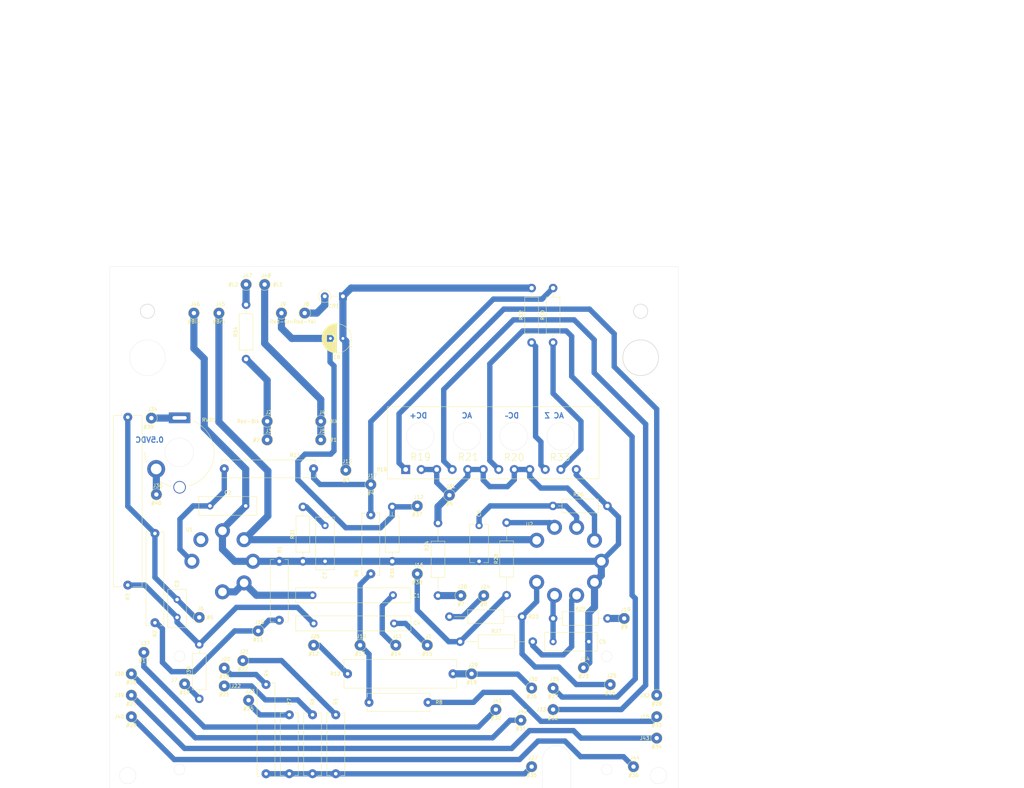
<source format=kicad_pcb>
(kicad_pcb (version 20171130) (host pcbnew "(5.1.6-0-10_14)")

  (general
    (thickness 1.6)
    (drawings 63)
    (tracks 270)
    (zones 0)
    (modules 88)
    (nets 49)
  )

  (page A3)
  (title_block
    (title "Main board")
    (date 2020-06-05)
    (rev Rev.A)
    (company "Dmitry Ponomarev")
  )

  (layers
    (0 F.Cu signal)
    (31 B.Cu signal)
    (36 B.SilkS user)
    (37 F.SilkS user)
    (38 B.Mask user)
    (39 F.Mask user)
    (40 Dwgs.User user hide)
    (44 Edge.Cuts user)
    (45 Margin user hide)
    (46 B.CrtYd user)
    (47 F.CrtYd user)
    (48 B.Fab user)
    (49 F.Fab user)
  )

  (setup
    (last_trace_width 1.5)
    (user_trace_width 2)
    (trace_clearance 0.5)
    (zone_clearance 0.508)
    (zone_45_only no)
    (trace_min 1.5)
    (via_size 1)
    (via_drill 0.8)
    (via_min_size 1)
    (via_min_drill 0.8)
    (uvia_size 0.3)
    (uvia_drill 0.1)
    (uvias_allowed no)
    (uvia_min_size 0.2)
    (uvia_min_drill 0.1)
    (edge_width 0.05)
    (segment_width 0.2)
    (pcb_text_width 0.3)
    (pcb_text_size 1.5 1.5)
    (mod_edge_width 0.12)
    (mod_text_size 1 1)
    (mod_text_width 0.15)
    (pad_size 2.5 2.5)
    (pad_drill 1)
    (pad_to_mask_clearance 0.051)
    (solder_mask_min_width 0.25)
    (aux_axis_origin 0 0)
    (grid_origin 94.8 208.3)
    (visible_elements FFFFFF7F)
    (pcbplotparams
      (layerselection 0x010f0_ffffffff)
      (usegerberextensions false)
      (usegerberattributes false)
      (usegerberadvancedattributes false)
      (creategerberjobfile false)
      (excludeedgelayer true)
      (linewidth 0.100000)
      (plotframeref false)
      (viasonmask false)
      (mode 1)
      (useauxorigin false)
      (hpglpennumber 1)
      (hpglpenspeed 20)
      (hpglpendiameter 15.000000)
      (psnegative false)
      (psa4output false)
      (plotreference true)
      (plotvalue true)
      (plotinvisibletext false)
      (padsonsilk false)
      (subtractmaskfromsilk false)
      (outputformat 1)
      (mirror false)
      (drillshape 0)
      (scaleselection 1)
      (outputdirectory "wv98c-gerber/"))
  )

  (net 0 "")
  (net 1 "Net-(C8-Pad1)")
  (net 2 "Net-(C8-Pad2)")
  (net 3 "Net-(CR1-Pad2)")
  (net 4 R34)
  (net 5 "Net-(J4-Pad1)")
  (net 6 "Net-(C3-Pad1)")
  (net 7 "Net-(J7-Pad1)")
  (net 8 "Net-(J10-Pad1)")
  (net 9 GND)
  (net 10 "Net-(J15-Pad1)")
  (net 11 "Net-(J16-Pad1)")
  (net 12 "Net-(J17-Pad1)")
  (net 13 "Net-(J18-Pad1)")
  (net 14 "Net-(J19-Pad1)")
  (net 15 "Net-(J20-Pad1)")
  (net 16 "Net-(J21-Pad1)")
  (net 17 "Net-(J22-Pad1)")
  (net 18 "Net-(J23-Pad1)")
  (net 19 "Net-(J24-Pad1)")
  (net 20 "Net-(J25-Pad1)")
  (net 21 "Net-(J26-Pad1)")
  (net 22 "Net-(J27-Pad1)")
  (net 23 "Net-(J28-Pad1)")
  (net 24 "Net-(J29-Pad1)")
  (net 25 "Net-(J31-Pad1)")
  (net 26 "Net-(J32-Pad1)")
  (net 27 "Net-(J33-Pad1)")
  (net 28 "Net-(J35-Pad1)")
  (net 29 "Net-(J37-Pad1)")
  (net 30 "Net-(J38-Pad1)")
  (net 31 "Net-(J39-Pad1)")
  (net 32 "Net-(J40-Pad1)")
  (net 33 "Net-(J47-Pad1)")
  (net 34 "Net-(C3-Pad2)")
  (net 35 "Net-(R10-Pad1)")
  (net 36 "Net-(J34-Pad1)")
  (net 37 "Net-(J36-Pad1)")
  (net 38 "Net-(J45-Pad1)")
  (net 39 "Net-(C5-Pad2)")
  (net 40 "Net-(C6-Pad1)")
  (net 41 "Net-(R27-Pad2)")
  (net 42 "Net-(R28-Pad2)")
  (net 43 "Net-(C4-Pad2)")
  (net 44 "Net-(C1-Pad1)")
  (net 45 "Net-(C2-Pad1)")
  (net 46 GNDREF)
  (net 47 "Net-(C1-Pad2)")
  (net 48 "Net-(R19-Pad10)")

  (net_class Default "This is the default net class."
    (clearance 0.5)
    (trace_width 1.5)
    (via_dia 1)
    (via_drill 0.8)
    (uvia_dia 0.3)
    (uvia_drill 0.1)
    (diff_pair_width 1.5)
    (diff_pair_gap 0.25)
    (add_net GND)
    (add_net GNDREF)
    (add_net "Net-(C1-Pad1)")
    (add_net "Net-(C1-Pad2)")
    (add_net "Net-(C2-Pad1)")
    (add_net "Net-(C3-Pad1)")
    (add_net "Net-(C3-Pad2)")
    (add_net "Net-(C4-Pad2)")
    (add_net "Net-(C5-Pad2)")
    (add_net "Net-(C6-Pad1)")
    (add_net "Net-(C8-Pad1)")
    (add_net "Net-(C8-Pad2)")
    (add_net "Net-(CR1-Pad2)")
    (add_net "Net-(J10-Pad1)")
    (add_net "Net-(J15-Pad1)")
    (add_net "Net-(J16-Pad1)")
    (add_net "Net-(J17-Pad1)")
    (add_net "Net-(J18-Pad1)")
    (add_net "Net-(J19-Pad1)")
    (add_net "Net-(J20-Pad1)")
    (add_net "Net-(J21-Pad1)")
    (add_net "Net-(J22-Pad1)")
    (add_net "Net-(J23-Pad1)")
    (add_net "Net-(J24-Pad1)")
    (add_net "Net-(J25-Pad1)")
    (add_net "Net-(J26-Pad1)")
    (add_net "Net-(J27-Pad1)")
    (add_net "Net-(J28-Pad1)")
    (add_net "Net-(J29-Pad1)")
    (add_net "Net-(J31-Pad1)")
    (add_net "Net-(J32-Pad1)")
    (add_net "Net-(J33-Pad1)")
    (add_net "Net-(J34-Pad1)")
    (add_net "Net-(J35-Pad1)")
    (add_net "Net-(J36-Pad1)")
    (add_net "Net-(J37-Pad1)")
    (add_net "Net-(J38-Pad1)")
    (add_net "Net-(J39-Pad1)")
    (add_net "Net-(J4-Pad1)")
    (add_net "Net-(J40-Pad1)")
    (add_net "Net-(J45-Pad1)")
    (add_net "Net-(J47-Pad1)")
    (add_net "Net-(J7-Pad1)")
    (add_net "Net-(R10-Pad1)")
    (add_net "Net-(R19-Pad10)")
    (add_net "Net-(R27-Pad2)")
    (add_net "Net-(R28-Pad2)")
    (add_net R34)
  )

  (module "" (layer F.Cu) (tedit 0) (tstamp 0)
    (at 66.9 -1)
    (fp_text reference "" (at 177.56 119.1) (layer F.SilkS)
      (effects (font (size 1.27 1.27) (thickness 0.15)))
    )
    (fp_text value "" (at 177.56 119.1) (layer F.SilkS)
      (effects (font (size 1.27 1.27) (thickness 0.15)))
    )
    (fp_text user R33 (at 153.85 116.7) (layer F.SilkS)
      (effects (font (size 2 2) (thickness 0.15)))
    )
  )

  (module "" (layer F.Cu) (tedit 0) (tstamp 0)
    (at 64.3 -6.2)
    (fp_text reference "" (at 177.56 119.1) (layer F.SilkS)
      (effects (font (size 1.27 1.27) (thickness 0.15)))
    )
    (fp_text value "" (at 177.56 119.1) (layer F.SilkS)
      (effects (font (size 1.27 1.27) (thickness 0.15)))
    )
    (fp_text user R20 (at 143.6 121.9) (layer F.SilkS)
      (effects (font (size 2 2) (thickness 0.15)))
    )
  )

  (module "" (layer F.Cu) (tedit 0) (tstamp 0)
    (at 65 -12.1)
    (fp_text reference "" (at 177.56 119.1) (layer F.SilkS)
      (effects (font (size 1.27 1.27) (thickness 0.15)))
    )
    (fp_text value "" (at 177.56 119.1) (layer F.SilkS)
      (effects (font (size 1.27 1.27) (thickness 0.15)))
    )
    (fp_text user R21 (at 130.05 127.7) (layer F.SilkS)
      (effects (font (size 2 2) (thickness 0.15)))
    )
  )

  (module "" (layer F.Cu) (tedit 0) (tstamp 5EE51A98)
    (at 172.8 62.1)
    (fp_text reference "" (at 177.56 119.1) (layer F.SilkS)
      (effects (font (size 1.27 1.27) (thickness 0.15)))
    )
    (fp_text value "" (at 177.56 119.1) (layer F.SilkS)
      (effects (font (size 1.27 1.27) (thickness 0.15)))
    )
    (fp_text user R19 (at 8.9 53.5) (layer F.SilkS)
      (effects (font (size 2 2) (thickness 0.15)))
    )
  )

  (module wv98:R-4-in-row (layer F.Cu) (tedit 5EE4EA48) (tstamp 5EE56911)
    (at 177.56 119.1)
    (descr "R19 R20 R21 R33")
    (tags resistor)
    (path /5EFD5F5A)
    (fp_text reference R19 (at -6.7 0) (layer F.SilkS)
      (effects (font (size 1 1) (thickness 0.15)))
    )
    (fp_text value R-4 (at 0.16 -16.39) (layer F.Fab)
      (effects (font (size 1 1) (thickness 0.15)))
    )
    (fp_line (start 54.41 2.91) (end -5.41 2.91) (layer F.CrtYd) (width 0.05))
    (fp_line (start 54.41 -17.91) (end 54.41 2.91) (layer F.CrtYd) (width 0.05))
    (fp_line (start -5.41 -17.91) (end 54.41 -17.91) (layer F.CrtYd) (width 0.05))
    (fp_line (start -5.41 2.91) (end -5.41 -17.91) (layer F.CrtYd) (width 0.05))
    (fp_line (start 54.1 2.6) (end -5.1 2.6) (layer F.SilkS) (width 0.12))
    (fp_line (start 54.1 -17.6) (end 54.1 2.6) (layer F.SilkS) (width 0.12))
    (fp_line (start -5.1 -17.6) (end 54.1 -17.6) (layer F.SilkS) (width 0.12))
    (fp_line (start -5.1 2.6) (end -5.1 -17.6) (layer F.SilkS) (width 0.12))
    (fp_line (start -5 -17.5) (end -5 0) (layer F.Fab) (width 0.1))
    (fp_line (start 54 -17.5) (end -5 -17.5) (layer F.Fab) (width 0.1))
    (fp_line (start 54 2.5) (end 54 -17.5) (layer F.Fab) (width 0.1))
    (fp_line (start -5 2.5) (end 54 2.5) (layer F.Fab) (width 0.1))
    (fp_line (start -5 0) (end -5 2.5) (layer F.Fab) (width 0.1))
    (fp_text user %R (at 0.03 -15.09) (layer F.Fab)
      (effects (font (size 1 1) (thickness 0.15)))
    )
    (fp_text user R19 (at 4.14 -3.5) (layer F.CrtYd)
      (effects (font (size 2 2) (thickness 0.15)))
    )
    (fp_text user R21 (at 17.49 -3.5) (layer F.CrtYd)
      (effects (font (size 2 2) (thickness 0.15)))
    )
    (fp_text user R20 (at 30.34 -3.4) (layer F.CrtYd)
      (effects (font (size 2 2) (thickness 0.15)))
    )
    (fp_text user R33 (at 43.2 -3.4) (layer F.CrtYd)
      (effects (font (size 2 2) (thickness 0.15)))
    )
    (pad 1 thru_hole rect (at 0 0) (size 2.5 2.5) (drill 1.3) (layers *.Cu *.Mask)
      (net 26 "Net-(J32-Pad1)"))
    (pad 2 thru_hole circle (at 4.34 0) (size 2.5 2.5) (drill 1.3) (layers *.Cu *.Mask)
      (net 25 "Net-(J31-Pad1)"))
    (pad 3 thru_hole circle (at 8.68 0) (size 2.5 2.5) (drill 1.3) (layers *.Cu *.Mask)
      (net 25 "Net-(J31-Pad1)"))
    (pad 4 thru_hole circle (at 13.02 0) (size 2.5 2.5) (drill 1.3) (layers *.Cu *.Mask)
      (net 27 "Net-(J33-Pad1)"))
    (pad 5 thru_hole circle (at 17.36 0) (size 2.5 2.5) (drill 1.3) (layers *.Cu *.Mask)
      (net 25 "Net-(J31-Pad1)"))
    (pad 6 thru_hole circle (at 21.7 0) (size 2.5 2.5) (drill 1.3) (layers *.Cu *.Mask)
      (net 25 "Net-(J31-Pad1)"))
    (pad 7 thru_hole circle (at 26.04 0) (size 2.5 2.5) (drill 1.3) (layers *.Cu *.Mask)
      (net 28 "Net-(J35-Pad1)"))
    (pad 8 thru_hole circle (at 30.38 0) (size 2.5 2.5) (drill 1.3) (layers *.Cu *.Mask)
      (net 25 "Net-(J31-Pad1)"))
    (pad 9 thru_hole circle (at 34.72 0) (size 2.5 2.5) (drill 1.3) (layers *.Cu *.Mask)
      (net 25 "Net-(J31-Pad1)"))
    (pad 10 thru_hole circle (at 39.06 0) (size 2.5 2.5) (drill 1.3) (layers *.Cu *.Mask)
      (net 48 "Net-(R19-Pad10)"))
    (pad 11 thru_hole circle (at 43.4 0) (size 2.5 2.5) (drill 1.3) (layers *.Cu *.Mask)
      (net 35 "Net-(R10-Pad1)"))
    (pad 12 thru_hole circle (at 47.74 0) (size 2.5 2.5) (drill 1.3) (layers *.Cu *.Mask)
      (net 9 GND))
  )

  (module Resistor_THT:R_Axial_DIN0411_L9.9mm_D3.6mm_P15.24mm_Horizontal (layer F.Cu) (tedit 5AE5139B) (tstamp 5EE2D187)
    (at 173.8 144.8 90)
    (descr "Resistor, Axial_DIN0411 series, Axial, Horizontal, pin pitch=15.24mm, 1W, length*diameter=9.9*3.6mm^2")
    (tags "Resistor Axial_DIN0411 series Axial Horizontal pin pitch 15.24mm 1W length 9.9mm diameter 3.6mm")
    (path /5EED88F0)
    (fp_text reference R30 (at -3.312 0 90) (layer F.SilkS)
      (effects (font (size 1 1) (thickness 0.15)))
    )
    (fp_text value 27k (at -3.5 0.8 90) (layer F.Fab)
      (effects (font (size 1 1) (thickness 0.15)))
    )
    (fp_line (start 2.67 -1.8) (end 2.67 1.8) (layer F.Fab) (width 0.1))
    (fp_line (start 2.67 1.8) (end 12.57 1.8) (layer F.Fab) (width 0.1))
    (fp_line (start 12.57 1.8) (end 12.57 -1.8) (layer F.Fab) (width 0.1))
    (fp_line (start 12.57 -1.8) (end 2.67 -1.8) (layer F.Fab) (width 0.1))
    (fp_line (start 0 0) (end 2.67 0) (layer F.Fab) (width 0.1))
    (fp_line (start 15.24 0) (end 12.57 0) (layer F.Fab) (width 0.1))
    (fp_line (start 2.55 -1.92) (end 2.55 1.92) (layer F.SilkS) (width 0.12))
    (fp_line (start 2.55 1.92) (end 12.69 1.92) (layer F.SilkS) (width 0.12))
    (fp_line (start 12.69 1.92) (end 12.69 -1.92) (layer F.SilkS) (width 0.12))
    (fp_line (start 12.69 -1.92) (end 2.55 -1.92) (layer F.SilkS) (width 0.12))
    (fp_line (start 1.44 0) (end 2.55 0) (layer F.SilkS) (width 0.12))
    (fp_line (start 13.8 0) (end 12.69 0) (layer F.SilkS) (width 0.12))
    (fp_line (start -1.45 -2.05) (end -1.45 2.05) (layer F.CrtYd) (width 0.05))
    (fp_line (start -1.45 2.05) (end 16.69 2.05) (layer F.CrtYd) (width 0.05))
    (fp_line (start 16.69 2.05) (end 16.69 -2.05) (layer F.CrtYd) (width 0.05))
    (fp_line (start 16.69 -2.05) (end -1.45 -2.05) (layer F.CrtYd) (width 0.05))
    (fp_text user %R (at -3.5 -1 90) (layer F.Fab)
      (effects (font (size 1 1) (thickness 0.15)))
    )
    (pad 2 thru_hole oval (at 15.24 0 90) (size 2.4 2.4) (drill 1.2) (layers *.Cu *.Mask)
      (net 2 "Net-(C8-Pad2)"))
    (pad 1 thru_hole circle (at 0 0 90) (size 2.4 2.4) (drill 1.2) (layers *.Cu *.Mask)
      (net 9 GND))
    (model ${KISYS3DMOD}/Resistor_THT.3dshapes/R_Axial_DIN0411_L9.9mm_D3.6mm_P15.24mm_Horizontal.wrl
      (at (xyz 0 0 0))
      (scale (xyz 1 1 1))
      (rotate (xyz 0 0 0))
    )
  )

  (module wv98:R1-like (layer F.Cu) (tedit 5EE298A3) (tstamp 5EE51301)
    (at 167.8 148.3 90)
    (descr "R1, R5, R6, R7, R8")
    (tags resistor)
    (path /5EEDA033)
    (fp_text reference R9 (at 0.1 -4 90) (layer F.SilkS)
      (effects (font (size 1 1) (thickness 0.15)))
    )
    (fp_text value 8.49M (at 8 -3.62 90) (layer F.Fab)
      (effects (font (size 1 1) (thickness 0.15)))
    )
    (fp_line (start -1.5 2.81) (end -1.5 -2.81) (layer F.CrtYd) (width 0.05))
    (fp_line (start 18 2.81) (end -1.5 2.81) (layer F.CrtYd) (width 0.05))
    (fp_line (start 18 -2.81) (end 18 2.81) (layer F.CrtYd) (width 0.05))
    (fp_line (start -1.5 -2.81) (end 18 -2.81) (layer F.CrtYd) (width 0.05))
    (fp_line (start -0.6 2.6) (end -0.6 1.6) (layer F.Fab) (width 0.1))
    (fp_line (start -0.6 2.6) (end 0.4 2.6) (layer F.Fab) (width 0.1))
    (fp_line (start 17.1 2.6) (end 16.1 2.6) (layer F.Fab) (width 0.1))
    (fp_line (start 17.1 2.6) (end 17.1 1.6) (layer F.Fab) (width 0.1))
    (fp_line (start 17.1 -2.6) (end 17.1 -1.6) (layer F.Fab) (width 0.1))
    (fp_line (start 16.1 -2.6) (end 17.1 -2.6) (layer F.Fab) (width 0.1))
    (fp_line (start -0.6 -2.6) (end 0.4 -2.6) (layer F.Fab) (width 0.1))
    (fp_line (start -0.6 -1.6) (end -0.6 -2.6) (layer F.Fab) (width 0.1))
    (fp_line (start 17 -2.5) (end 17 -1.5) (layer F.SilkS) (width 0.12))
    (fp_line (start -0.5 -1.5) (end -0.5 -2.5) (layer F.SilkS) (width 0.12))
    (fp_line (start -0.5 2.5) (end -0.5 1.5) (layer F.SilkS) (width 0.12))
    (fp_line (start 17 2.5) (end -0.5 2.5) (layer F.SilkS) (width 0.12))
    (fp_line (start 17 1.5) (end 17 2.5) (layer F.SilkS) (width 0.12))
    (fp_line (start -0.5 -2.5) (end 17 -2.5) (layer F.SilkS) (width 0.12))
    (fp_text user %R (at 3.9 -3.6 90) (layer F.Fab)
      (effects (font (size 1 1) (thickness 0.15)))
    )
    (pad 2 thru_hole circle (at 16.5 0 90) (size 2.5 2.5) (drill 1) (layers *.Cu *.Mask)
      (net 12 "Net-(J17-Pad1)"))
    (pad 1 thru_hole circle (at 0 0 90) (size 2.5 2.5) (drill 1) (layers *.Cu *.Mask)
      (net 13 "Net-(J18-Pad1)"))
  )

  (module wv98:Hole_Din1.2mm_Dout3mm locked (layer F.Cu) (tedit 5EE3C1A0) (tstamp 5EE44EAF)
    (at 138.8 110.8)
    (descr "Hole Din 1.2mm Dout 3mm for wire soldering")
    (tags Hole)
    (path /5EE34828)
    (fp_text reference J3 (at 0.4 -2.5) (layer F.SilkS)
      (effects (font (size 1 1) (thickness 0.15)))
    )
    (fp_text value "#2" (at 0.1 2.7) (layer F.Fab)
      (effects (font (size 1 1) (thickness 0.15)))
    )
    (fp_circle (center 0 0) (end 1.655295 0) (layer F.SilkS) (width 0.12))
    (fp_line (start -1.7 1.7) (end 1.7 1.7) (layer F.CrtYd) (width 0.05))
    (fp_line (start 1.7 -1.7) (end 1.7 1.7) (layer F.CrtYd) (width 0.05))
    (fp_line (start -1.7 -1.7) (end 1.7 -1.7) (layer F.CrtYd) (width 0.05))
    (fp_line (start -1.7 1.7) (end -1.7 -1.7) (layer F.CrtYd) (width 0.05))
    (fp_circle (center 0 0) (end 1.552417 0) (layer F.Fab) (width 0.1))
    (fp_text user %R (at 0.4 -2.5) (layer F.Fab)
      (effects (font (size 1 1) (thickness 0.15)))
    )
    (fp_text user %V (at -3 0) (layer F.SilkS)
      (effects (font (size 1 1) (thickness 0.15)))
    )
    (pad 1 thru_hole circle (at 0 0) (size 3 3) (drill 1.2) (layers *.Cu *.Mask)
      (net 4 R34))
  )

  (module wv98:Hole_Din1.2mm_Dout3mm locked (layer F.Cu) (tedit 5EE3C1A0) (tstamp 5EE450F8)
    (at 138.1 67.3)
    (descr "Hole Din 1.2mm Dout 3mm for wire soldering")
    (tags Hole)
    (path /5F056342)
    (fp_text reference J48 (at 0.4 -2.5) (layer F.SilkS)
      (effects (font (size 1 1) (thickness 0.15)))
    )
    (fp_text value "#L1" (at 0 2.4) (layer F.Fab)
      (effects (font (size 1 1) (thickness 0.15)))
    )
    (fp_circle (center 0 0) (end 1.655295 0) (layer F.SilkS) (width 0.12))
    (fp_line (start -1.7 1.7) (end 1.7 1.7) (layer F.CrtYd) (width 0.05))
    (fp_line (start 1.7 -1.7) (end 1.7 1.7) (layer F.CrtYd) (width 0.05))
    (fp_line (start -1.7 -1.7) (end 1.7 -1.7) (layer F.CrtYd) (width 0.05))
    (fp_line (start -1.7 1.7) (end -1.7 -1.7) (layer F.CrtYd) (width 0.05))
    (fp_circle (center 0 0) (end 1.552417 0) (layer F.Fab) (width 0.1))
    (fp_text user %R (at 0.4 -2.5) (layer F.Fab)
      (effects (font (size 1 1) (thickness 0.15)))
    )
    (fp_text user %V (at 3.7 0) (layer F.SilkS)
      (effects (font (size 1 1) (thickness 0.15)))
    )
    (pad 1 thru_hole circle (at 0 0) (size 3 3) (drill 1.2) (layers *.Cu *.Mask)
      (net 5 "Net-(J4-Pad1)"))
  )

  (module wv98:Hole_Din1.2mm_Dout3mm locked (layer F.Cu) (tedit 5EE3C1A0) (tstamp 5EE450EB)
    (at 132.9 67.3)
    (descr "Hole Din 1.2mm Dout 3mm for wire soldering")
    (tags Hole)
    (path /5F06C1EB)
    (fp_text reference J47 (at 0.4 -2.5) (layer F.SilkS)
      (effects (font (size 1 1) (thickness 0.15)))
    )
    (fp_text value "#L2" (at 0 2.4) (layer F.Fab)
      (effects (font (size 1 1) (thickness 0.15)))
    )
    (fp_circle (center 0 0) (end 1.655295 0) (layer F.SilkS) (width 0.12))
    (fp_line (start -1.7 1.7) (end 1.7 1.7) (layer F.CrtYd) (width 0.05))
    (fp_line (start 1.7 -1.7) (end 1.7 1.7) (layer F.CrtYd) (width 0.05))
    (fp_line (start -1.7 -1.7) (end 1.7 -1.7) (layer F.CrtYd) (width 0.05))
    (fp_line (start -1.7 1.7) (end -1.7 -1.7) (layer F.CrtYd) (width 0.05))
    (fp_circle (center 0 0) (end 1.552417 0) (layer F.Fab) (width 0.1))
    (fp_text user %R (at 0.4 -2.5) (layer F.Fab)
      (effects (font (size 1 1) (thickness 0.15)))
    )
    (fp_text user %V (at -3.6 0) (layer F.SilkS)
      (effects (font (size 1 1) (thickness 0.15)))
    )
    (pad 1 thru_hole circle (at 0 0) (size 3 3) (drill 1.2) (layers *.Cu *.Mask)
      (net 33 "Net-(J47-Pad1)"))
  )

  (module wv98:Hole_Din1.2mm_Dout3mm locked (layer F.Cu) (tedit 5EE3C1A0) (tstamp 5EE450DE)
    (at 118.3 75.3)
    (descr "Hole Din 1.2mm Dout 3mm for wire soldering")
    (tags Hole)
    (path /5F021F26)
    (fp_text reference J46 (at 0.4 -2.5) (layer F.SilkS)
      (effects (font (size 1 1) (thickness 0.15)))
    )
    (fp_text value "#Blu" (at 0 2.4) (layer F.Fab)
      (effects (font (size 1 1) (thickness 0.15)))
    )
    (fp_circle (center 0 0) (end 1.655295 0) (layer F.SilkS) (width 0.12))
    (fp_line (start -1.7 1.7) (end 1.7 1.7) (layer F.CrtYd) (width 0.05))
    (fp_line (start 1.7 -1.7) (end 1.7 1.7) (layer F.CrtYd) (width 0.05))
    (fp_line (start -1.7 -1.7) (end 1.7 -1.7) (layer F.CrtYd) (width 0.05))
    (fp_line (start -1.7 1.7) (end -1.7 -1.7) (layer F.CrtYd) (width 0.05))
    (fp_circle (center 0 0) (end 1.552417 0) (layer F.Fab) (width 0.1))
    (fp_text user %R (at 0.4 -2.5) (layer F.Fab)
      (effects (font (size 1 1) (thickness 0.15)))
    )
    (fp_text user %V (at 0 2.4) (layer F.SilkS)
      (effects (font (size 1 1) (thickness 0.15)))
    )
    (pad 1 thru_hole circle (at 0 0) (size 3 3) (drill 1.2) (layers *.Cu *.Mask)
      (net 9 GND))
  )

  (module wv98:Hole_Din1.2mm_Dout3mm locked (layer F.Cu) (tedit 5EE3C1A0) (tstamp 5EE450D1)
    (at 125.3 75.3)
    (descr "Hole Din 1.2mm Dout 3mm for wire soldering")
    (tags Hole)
    (path /5F02A81E)
    (fp_text reference J45 (at 0.4 -2.5) (layer F.SilkS)
      (effects (font (size 1 1) (thickness 0.15)))
    )
    (fp_text value "#Brn" (at 0 2.4) (layer F.Fab)
      (effects (font (size 1 1) (thickness 0.15)))
    )
    (fp_circle (center 0 0) (end 1.655295 0) (layer F.SilkS) (width 0.12))
    (fp_line (start -1.7 1.7) (end 1.7 1.7) (layer F.CrtYd) (width 0.05))
    (fp_line (start 1.7 -1.7) (end 1.7 1.7) (layer F.CrtYd) (width 0.05))
    (fp_line (start -1.7 -1.7) (end 1.7 -1.7) (layer F.CrtYd) (width 0.05))
    (fp_line (start -1.7 1.7) (end -1.7 -1.7) (layer F.CrtYd) (width 0.05))
    (fp_circle (center 0 0) (end 1.552417 0) (layer F.Fab) (width 0.1))
    (fp_text user %R (at 0.4 -2.5) (layer F.Fab)
      (effects (font (size 1 1) (thickness 0.15)))
    )
    (fp_text user %V (at 0 2.4) (layer F.SilkS)
      (effects (font (size 1 1) (thickness 0.15)))
    )
    (pad 1 thru_hole circle (at 0 0) (size 3 3) (drill 1.2) (layers *.Cu *.Mask)
      (net 38 "Net-(J45-Pad1)"))
  )

  (module wv98:Hole_Din1.2mm_Dout3mm locked (layer F.Cu) (tedit 5EE3C1A0) (tstamp 5EE4F0C2)
    (at 241.3 202.3)
    (descr "Hole Din 1.2mm Dout 3mm for wire soldering")
    (tags Hole)
    (path /5EEC503E)
    (fp_text reference J44 (at 0.4 -2.5) (layer F.SilkS)
      (effects (font (size 1 1) (thickness 0.15)))
    )
    (fp_text value "#36" (at 0 2.4) (layer F.Fab)
      (effects (font (size 1 1) (thickness 0.15)))
    )
    (fp_circle (center 0 0) (end 1.655295 0) (layer F.SilkS) (width 0.12))
    (fp_line (start -1.7 1.7) (end 1.7 1.7) (layer F.CrtYd) (width 0.05))
    (fp_line (start 1.7 -1.7) (end 1.7 1.7) (layer F.CrtYd) (width 0.05))
    (fp_line (start -1.7 -1.7) (end 1.7 -1.7) (layer F.CrtYd) (width 0.05))
    (fp_line (start -1.7 1.7) (end -1.7 -1.7) (layer F.CrtYd) (width 0.05))
    (fp_circle (center 0 0) (end 1.552417 0) (layer F.Fab) (width 0.1))
    (fp_text user %R (at 0.4 -2.5) (layer F.Fab)
      (effects (font (size 1 1) (thickness 0.15)))
    )
    (fp_text user %V (at 0 2.4) (layer F.SilkS)
      (effects (font (size 1 1) (thickness 0.15)))
    )
    (pad 1 thru_hole circle (at 0 0) (size 3 3) (drill 1.2) (layers *.Cu *.Mask)
      (net 32 "Net-(J40-Pad1)"))
  )

  (module wv98:Hole_Din1.2mm_Dout3mm locked (layer F.Cu) (tedit 5EE3C1A0) (tstamp 5EE450B7)
    (at 247.8 194.3)
    (descr "Hole Din 1.2mm Dout 3mm for wire soldering")
    (tags Hole)
    (path /5EEC44B0)
    (fp_text reference J43 (at -3.4 0) (layer F.SilkS)
      (effects (font (size 1 1) (thickness 0.15)))
    )
    (fp_text value "#34" (at 3.6 0) (layer F.Fab)
      (effects (font (size 1 1) (thickness 0.15)))
    )
    (fp_circle (center 0 0) (end 1.655295 0) (layer F.SilkS) (width 0.12))
    (fp_line (start -1.7 1.7) (end 1.7 1.7) (layer F.CrtYd) (width 0.05))
    (fp_line (start 1.7 -1.7) (end 1.7 1.7) (layer F.CrtYd) (width 0.05))
    (fp_line (start -1.7 -1.7) (end 1.7 -1.7) (layer F.CrtYd) (width 0.05))
    (fp_line (start -1.7 1.7) (end -1.7 -1.7) (layer F.CrtYd) (width 0.05))
    (fp_circle (center 0 0) (end 1.552417 0) (layer F.Fab) (width 0.1))
    (fp_text user %R (at 0.4 -2.5) (layer F.Fab)
      (effects (font (size 1 1) (thickness 0.15)))
    )
    (fp_text user %V (at 0 2.4) (layer F.SilkS)
      (effects (font (size 1 1) (thickness 0.15)))
    )
    (pad 1 thru_hole circle (at 0 0) (size 3 3) (drill 1.2) (layers *.Cu *.Mask)
      (net 31 "Net-(J39-Pad1)"))
  )

  (module wv98:Hole_Din1.2mm_Dout3mm locked (layer F.Cu) (tedit 5EE3C1A0) (tstamp 5EE450AA)
    (at 209.8 189.3)
    (descr "Hole Din 1.2mm Dout 3mm for wire soldering")
    (tags Hole)
    (path /5EEC40E4)
    (fp_text reference J42 (at 0.4 -2.5) (layer F.SilkS)
      (effects (font (size 1 1) (thickness 0.15)))
    )
    (fp_text value "#31" (at 0 2.4) (layer F.Fab)
      (effects (font (size 1 1) (thickness 0.15)))
    )
    (fp_circle (center 0 0) (end 1.655295 0) (layer F.SilkS) (width 0.12))
    (fp_line (start -1.7 1.7) (end 1.7 1.7) (layer F.CrtYd) (width 0.05))
    (fp_line (start 1.7 -1.7) (end 1.7 1.7) (layer F.CrtYd) (width 0.05))
    (fp_line (start -1.7 -1.7) (end 1.7 -1.7) (layer F.CrtYd) (width 0.05))
    (fp_line (start -1.7 1.7) (end -1.7 -1.7) (layer F.CrtYd) (width 0.05))
    (fp_circle (center 0 0) (end 1.552417 0) (layer F.Fab) (width 0.1))
    (fp_text user %R (at 0.4 -2.5) (layer F.Fab)
      (effects (font (size 1 1) (thickness 0.15)))
    )
    (fp_text user %V (at 0 2.4) (layer F.SilkS)
      (effects (font (size 1 1) (thickness 0.15)))
    )
    (pad 1 thru_hole circle (at 0 0) (size 3 3) (drill 1.2) (layers *.Cu *.Mask)
      (net 30 "Net-(J38-Pad1)"))
  )

  (module wv98:Hole_Din1.2mm_Dout3mm locked (layer F.Cu) (tedit 5EE3C1A0) (tstamp 5EE4509D)
    (at 202.8 186.3)
    (descr "Hole Din 1.2mm Dout 3mm for wire soldering")
    (tags Hole)
    (path /5EEC34ED)
    (fp_text reference J41 (at 0.4 -2.5) (layer F.SilkS)
      (effects (font (size 1 1) (thickness 0.15)))
    )
    (fp_text value "#30" (at 0 2.4) (layer F.Fab)
      (effects (font (size 1 1) (thickness 0.15)))
    )
    (fp_circle (center 0 0) (end 1.655295 0) (layer F.SilkS) (width 0.12))
    (fp_line (start -1.7 1.7) (end 1.7 1.7) (layer F.CrtYd) (width 0.05))
    (fp_line (start 1.7 -1.7) (end 1.7 1.7) (layer F.CrtYd) (width 0.05))
    (fp_line (start -1.7 -1.7) (end 1.7 -1.7) (layer F.CrtYd) (width 0.05))
    (fp_line (start -1.7 1.7) (end -1.7 -1.7) (layer F.CrtYd) (width 0.05))
    (fp_circle (center 0 0) (end 1.552417 0) (layer F.Fab) (width 0.1))
    (fp_text user %R (at 0.4 -2.5) (layer F.Fab)
      (effects (font (size 1 1) (thickness 0.15)))
    )
    (fp_text user %V (at 0 2.4) (layer F.SilkS)
      (effects (font (size 1 1) (thickness 0.15)))
    )
    (pad 1 thru_hole circle (at 0 0) (size 3 3) (drill 1.2) (layers *.Cu *.Mask)
      (net 29 "Net-(J37-Pad1)"))
  )

  (module wv98:Hole_Din1.2mm_Dout3mm locked (layer F.Cu) (tedit 5EE3C1A0) (tstamp 5EE45090)
    (at 100.8 188.3)
    (descr "Hole Din 1.2mm Dout 3mm for wire soldering")
    (tags Hole)
    (path /5EEC4BCA)
    (fp_text reference J40 (at -3.4 0) (layer F.SilkS)
      (effects (font (size 1 1) (thickness 0.15)))
    )
    (fp_text value "#29" (at 3.5 0) (layer F.Fab)
      (effects (font (size 1 1) (thickness 0.15)))
    )
    (fp_circle (center 0 0) (end 1.655295 0) (layer F.SilkS) (width 0.12))
    (fp_line (start -1.7 1.7) (end 1.7 1.7) (layer F.CrtYd) (width 0.05))
    (fp_line (start 1.7 -1.7) (end 1.7 1.7) (layer F.CrtYd) (width 0.05))
    (fp_line (start -1.7 -1.7) (end 1.7 -1.7) (layer F.CrtYd) (width 0.05))
    (fp_line (start -1.7 1.7) (end -1.7 -1.7) (layer F.CrtYd) (width 0.05))
    (fp_circle (center 0 0) (end 1.552417 0) (layer F.Fab) (width 0.1))
    (fp_text user %R (at 0.4 -2.5) (layer F.Fab)
      (effects (font (size 1 1) (thickness 0.15)))
    )
    (fp_text user %V (at 0 2.4) (layer F.SilkS)
      (effects (font (size 1 1) (thickness 0.15)))
    )
    (pad 1 thru_hole circle (at 0 0) (size 3 3) (drill 1.2) (layers *.Cu *.Mask)
      (net 32 "Net-(J40-Pad1)"))
  )

  (module wv98:Hole_Din1.2mm_Dout3mm locked (layer F.Cu) (tedit 5EE3C1A0) (tstamp 5EE4C835)
    (at 100.8 182.3)
    (descr "Hole Din 1.2mm Dout 3mm for wire soldering")
    (tags Hole)
    (path /5EEC47FE)
    (fp_text reference J39 (at -3.4 0) (layer F.SilkS)
      (effects (font (size 1 1) (thickness 0.15)))
    )
    (fp_text value "#24" (at 3.5 0) (layer F.Fab)
      (effects (font (size 1 1) (thickness 0.15)))
    )
    (fp_circle (center 0 0) (end 1.655295 0) (layer F.SilkS) (width 0.12))
    (fp_line (start -1.7 1.7) (end 1.7 1.7) (layer F.CrtYd) (width 0.05))
    (fp_line (start 1.7 -1.7) (end 1.7 1.7) (layer F.CrtYd) (width 0.05))
    (fp_line (start -1.7 -1.7) (end 1.7 -1.7) (layer F.CrtYd) (width 0.05))
    (fp_line (start -1.7 1.7) (end -1.7 -1.7) (layer F.CrtYd) (width 0.05))
    (fp_circle (center 0 0) (end 1.552417 0) (layer F.Fab) (width 0.1))
    (fp_text user %R (at 0.4 -2.5) (layer F.Fab)
      (effects (font (size 1 1) (thickness 0.15)))
    )
    (fp_text user %V (at 0 2.4) (layer F.SilkS)
      (effects (font (size 1 1) (thickness 0.15)))
    )
    (pad 1 thru_hole circle (at 0 0) (size 3 3) (drill 1.2) (layers *.Cu *.Mask)
      (net 31 "Net-(J39-Pad1)"))
  )

  (module wv98:Hole_Din1.2mm_Dout3mm locked (layer F.Cu) (tedit 5EE3C1A0) (tstamp 5EE45076)
    (at 100.8 176.3)
    (descr "Hole Din 1.2mm Dout 3mm for wire soldering")
    (tags Hole)
    (path /5EEC3D03)
    (fp_text reference J38 (at -3.4 0) (layer F.SilkS)
      (effects (font (size 1 1) (thickness 0.15)))
    )
    (fp_text value "#20" (at 3.4 0) (layer F.Fab)
      (effects (font (size 1 1) (thickness 0.15)))
    )
    (fp_circle (center 0 0) (end 1.655295 0) (layer F.SilkS) (width 0.12))
    (fp_line (start -1.7 1.7) (end 1.7 1.7) (layer F.CrtYd) (width 0.05))
    (fp_line (start 1.7 -1.7) (end 1.7 1.7) (layer F.CrtYd) (width 0.05))
    (fp_line (start -1.7 -1.7) (end 1.7 -1.7) (layer F.CrtYd) (width 0.05))
    (fp_line (start -1.7 1.7) (end -1.7 -1.7) (layer F.CrtYd) (width 0.05))
    (fp_circle (center 0 0) (end 1.552417 0) (layer F.Fab) (width 0.1))
    (fp_text user %R (at 0.4 -2.5) (layer F.Fab)
      (effects (font (size 1 1) (thickness 0.15)))
    )
    (fp_text user %V (at 0 2.4) (layer F.SilkS)
      (effects (font (size 1 1) (thickness 0.15)))
    )
    (pad 1 thru_hole circle (at 0 0) (size 3 3) (drill 1.2) (layers *.Cu *.Mask)
      (net 30 "Net-(J38-Pad1)"))
  )

  (module wv98:Hole_Din1.2mm_Dout3mm locked (layer F.Cu) (tedit 5EE3C1A0) (tstamp 5EE45069)
    (at 104.3 170.3)
    (descr "Hole Din 1.2mm Dout 3mm for wire soldering")
    (tags Hole)
    (path /5EEC3B2F)
    (fp_text reference J37 (at 0.4 -2.5) (layer F.SilkS)
      (effects (font (size 1 1) (thickness 0.15)))
    )
    (fp_text value "#17" (at 3.5 0) (layer F.Fab)
      (effects (font (size 1 1) (thickness 0.15)))
    )
    (fp_circle (center 0 0) (end 1.655295 0) (layer F.SilkS) (width 0.12))
    (fp_line (start -1.7 1.7) (end 1.7 1.7) (layer F.CrtYd) (width 0.05))
    (fp_line (start 1.7 -1.7) (end 1.7 1.7) (layer F.CrtYd) (width 0.05))
    (fp_line (start -1.7 -1.7) (end 1.7 -1.7) (layer F.CrtYd) (width 0.05))
    (fp_line (start -1.7 1.7) (end -1.7 -1.7) (layer F.CrtYd) (width 0.05))
    (fp_circle (center 0 0) (end 1.552417 0) (layer F.Fab) (width 0.1))
    (fp_text user %R (at 0.4 -2.5) (layer F.Fab)
      (effects (font (size 1 1) (thickness 0.15)))
    )
    (fp_text user %V (at 0 2.4) (layer F.SilkS)
      (effects (font (size 1 1) (thickness 0.15)))
    )
    (pad 1 thru_hole circle (at 0 0) (size 3 3) (drill 1.2) (layers *.Cu *.Mask)
      (net 29 "Net-(J37-Pad1)"))
  )

  (module wv98:Hole_Din1.2mm_Dout3mm (layer F.Cu) (tedit 5EE3C1A0) (tstamp 5EE4505C)
    (at 107.8 126.1)
    (descr "Hole Din 1.2mm Dout 3mm for wire soldering")
    (tags Hole)
    (path /5EF5702B)
    (fp_text reference J36 (at 0.4 -2.5) (layer F.SilkS)
      (effects (font (size 1 1) (thickness 0.15)))
    )
    (fp_text value "#40" (at 0 2.4) (layer F.Fab)
      (effects (font (size 1 1) (thickness 0.15)))
    )
    (fp_circle (center 0 0) (end 1.655295 0) (layer F.SilkS) (width 0.12))
    (fp_line (start -1.7 1.7) (end 1.7 1.7) (layer F.CrtYd) (width 0.05))
    (fp_line (start 1.7 -1.7) (end 1.7 1.7) (layer F.CrtYd) (width 0.05))
    (fp_line (start -1.7 -1.7) (end 1.7 -1.7) (layer F.CrtYd) (width 0.05))
    (fp_line (start -1.7 1.7) (end -1.7 -1.7) (layer F.CrtYd) (width 0.05))
    (fp_circle (center 0 0) (end 1.552417 0) (layer F.Fab) (width 0.1))
    (fp_text user %R (at 0.4 -2.5) (layer F.Fab)
      (effects (font (size 1 1) (thickness 0.15)))
    )
    (fp_text user %V (at 0 2.4) (layer F.SilkS)
      (effects (font (size 1 1) (thickness 0.15)))
    )
    (pad 1 thru_hole circle (at 0 0) (size 3 3) (drill 1.2) (layers *.Cu *.Mask)
      (net 37 "Net-(J36-Pad1)"))
  )

  (module wv98:Hole_Din1.2mm_Dout3mm locked (layer F.Cu) (tedit 5EE3C1A0) (tstamp 5EE4504F)
    (at 218.8 180.3)
    (descr "Hole Din 1.2mm Dout 3mm for wire soldering")
    (tags Hole)
    (path /5EFE8018)
    (fp_text reference J35 (at 0.4 -2.5) (layer F.SilkS)
      (effects (font (size 1 1) (thickness 0.15)))
    )
    (fp_text value "#27" (at 3.6 0) (layer F.Fab)
      (effects (font (size 1 1) (thickness 0.15)))
    )
    (fp_circle (center 0 0) (end 1.655295 0) (layer F.SilkS) (width 0.12))
    (fp_line (start -1.7 1.7) (end 1.7 1.7) (layer F.CrtYd) (width 0.05))
    (fp_line (start 1.7 -1.7) (end 1.7 1.7) (layer F.CrtYd) (width 0.05))
    (fp_line (start -1.7 -1.7) (end 1.7 -1.7) (layer F.CrtYd) (width 0.05))
    (fp_line (start -1.7 1.7) (end -1.7 -1.7) (layer F.CrtYd) (width 0.05))
    (fp_circle (center 0 0) (end 1.552417 0) (layer F.Fab) (width 0.1))
    (fp_text user %R (at 0.4 -2.5) (layer F.Fab)
      (effects (font (size 1 1) (thickness 0.15)))
    )
    (fp_text user %V (at 0 2.4) (layer F.SilkS)
      (effects (font (size 1 1) (thickness 0.15)))
    )
    (pad 1 thru_hole circle (at 0 0) (size 3 3) (drill 1.2) (layers *.Cu *.Mask)
      (net 28 "Net-(J35-Pad1)"))
  )

  (module wv98:Hole_Din1.2mm_Dout3mm locked (layer F.Cu) (tedit 5EE3C1A0) (tstamp 5EE45042)
    (at 106.4 104.7)
    (descr "Hole Din 1.2mm Dout 3mm for wire soldering")
    (tags Hole)
    (path /5EF566FD)
    (fp_text reference J34 (at 0.4 -2.5) (layer F.SilkS)
      (effects (font (size 1 1) (thickness 0.15)))
    )
    (fp_text value "#39" (at 0 2.4) (layer F.Fab)
      (effects (font (size 1 1) (thickness 0.15)))
    )
    (fp_circle (center 0 0) (end 1.655295 0) (layer F.SilkS) (width 0.12))
    (fp_line (start -1.7 1.7) (end 1.7 1.7) (layer F.CrtYd) (width 0.05))
    (fp_line (start 1.7 -1.7) (end 1.7 1.7) (layer F.CrtYd) (width 0.05))
    (fp_line (start -1.7 -1.7) (end 1.7 -1.7) (layer F.CrtYd) (width 0.05))
    (fp_line (start -1.7 1.7) (end -1.7 -1.7) (layer F.CrtYd) (width 0.05))
    (fp_circle (center 0 0) (end 1.552417 0) (layer F.Fab) (width 0.1))
    (fp_text user %R (at 0.4 -2.5) (layer F.Fab)
      (effects (font (size 1 1) (thickness 0.15)))
    )
    (fp_text user %V (at -0.8 2.5) (layer F.SilkS)
      (effects (font (size 1 1) (thickness 0.15)))
    )
    (pad 1 thru_hole circle (at 0 0) (size 3 3) (drill 1.2) (layers *.Cu *.Mask)
      (net 36 "Net-(J34-Pad1)"))
  )

  (module wv98:Hole_Din1.2mm_Dout3mm locked (layer F.Cu) (tedit 5EE3C1A0) (tstamp 5EE45035)
    (at 218.8 186.3)
    (descr "Hole Din 1.2mm Dout 3mm for wire soldering")
    (tags Hole)
    (path /5EFE32B6)
    (fp_text reference J33 (at -3.3 0) (layer F.SilkS)
      (effects (font (size 1 1) (thickness 0.15)))
    )
    (fp_text value "#32" (at 3.6 0) (layer F.Fab)
      (effects (font (size 1 1) (thickness 0.15)))
    )
    (fp_circle (center 0 0) (end 1.655295 0) (layer F.SilkS) (width 0.12))
    (fp_line (start -1.7 1.7) (end 1.7 1.7) (layer F.CrtYd) (width 0.05))
    (fp_line (start 1.7 -1.7) (end 1.7 1.7) (layer F.CrtYd) (width 0.05))
    (fp_line (start -1.7 -1.7) (end 1.7 -1.7) (layer F.CrtYd) (width 0.05))
    (fp_line (start -1.7 1.7) (end -1.7 -1.7) (layer F.CrtYd) (width 0.05))
    (fp_circle (center 0 0) (end 1.552417 0) (layer F.Fab) (width 0.1))
    (fp_text user %R (at 0.4 -2.5) (layer F.Fab)
      (effects (font (size 1 1) (thickness 0.15)))
    )
    (fp_text user %V (at 0 2.4) (layer F.SilkS)
      (effects (font (size 1 1) (thickness 0.15)))
    )
    (pad 1 thru_hole circle (at 0 0) (size 3 3) (drill 1.2) (layers *.Cu *.Mask)
      (net 27 "Net-(J33-Pad1)"))
  )

  (module wv98:Hole_Din1.2mm_Dout3mm locked (layer F.Cu) (tedit 5EE3C1A0) (tstamp 5EE45028)
    (at 247.8 182.3)
    (descr "Hole Din 1.2mm Dout 3mm for wire soldering")
    (tags Hole)
    (path /5EFBE2F4)
    (fp_text reference J32 (at -3.3 0.1) (layer F.SilkS)
      (effects (font (size 1 1) (thickness 0.15)))
    )
    (fp_text value "#28" (at 3.5 0) (layer F.Fab)
      (effects (font (size 1 1) (thickness 0.15)))
    )
    (fp_circle (center 0 0) (end 1.655295 0) (layer F.SilkS) (width 0.12))
    (fp_line (start -1.7 1.7) (end 1.7 1.7) (layer F.CrtYd) (width 0.05))
    (fp_line (start 1.7 -1.7) (end 1.7 1.7) (layer F.CrtYd) (width 0.05))
    (fp_line (start -1.7 -1.7) (end 1.7 -1.7) (layer F.CrtYd) (width 0.05))
    (fp_line (start -1.7 1.7) (end -1.7 -1.7) (layer F.CrtYd) (width 0.05))
    (fp_circle (center 0 0) (end 1.552417 0) (layer F.Fab) (width 0.1))
    (fp_text user %R (at 0.4 -2.5) (layer F.Fab)
      (effects (font (size 1 1) (thickness 0.15)))
    )
    (fp_text user %V (at 0 2.4) (layer F.SilkS)
      (effects (font (size 1 1) (thickness 0.15)))
    )
    (pad 1 thru_hole circle (at 0 0) (size 3 3) (drill 1.2) (layers *.Cu *.Mask)
      (net 26 "Net-(J32-Pad1)"))
  )

  (module wv98:Hole_Din1.2mm_Dout3mm locked (layer F.Cu) (tedit 5EE3C1A0) (tstamp 5EE4501B)
    (at 189.8 126.3)
    (descr "Hole Din 1.2mm Dout 3mm for wire soldering")
    (tags Hole)
    (path /5EFB9AE4)
    (fp_text reference J31 (at 0.4 -2.5) (layer F.SilkS)
      (effects (font (size 1 1) (thickness 0.15)))
    )
    (fp_text value "#5" (at 0 2.4) (layer F.Fab)
      (effects (font (size 1 1) (thickness 0.15)))
    )
    (fp_circle (center 0 0) (end 1.655295 0) (layer F.SilkS) (width 0.12))
    (fp_line (start -1.7 1.7) (end 1.7 1.7) (layer F.CrtYd) (width 0.05))
    (fp_line (start 1.7 -1.7) (end 1.7 1.7) (layer F.CrtYd) (width 0.05))
    (fp_line (start -1.7 -1.7) (end 1.7 -1.7) (layer F.CrtYd) (width 0.05))
    (fp_line (start -1.7 1.7) (end -1.7 -1.7) (layer F.CrtYd) (width 0.05))
    (fp_circle (center 0 0) (end 1.552417 0) (layer F.Fab) (width 0.1))
    (fp_text user %R (at 0.4 -2.5) (layer F.Fab)
      (effects (font (size 1 1) (thickness 0.15)))
    )
    (fp_text user %V (at 0 2.4) (layer F.SilkS)
      (effects (font (size 1 1) (thickness 0.15)))
    )
    (pad 1 thru_hole circle (at 0 0) (size 3 3) (drill 1.2) (layers *.Cu *.Mask)
      (net 25 "Net-(J31-Pad1)"))
  )

  (module wv98:Hole_Din1.2mm_Dout3mm locked (layer F.Cu) (tedit 5EE3C1A0) (tstamp 5EE4EF52)
    (at 212.8 180.3)
    (descr "Hole Din 1.2mm Dout 3mm for wire soldering")
    (tags Hole)
    (path /5EF248CE)
    (fp_text reference J30 (at 0.4 -2.5) (layer F.SilkS)
      (effects (font (size 1 1) (thickness 0.15)))
    )
    (fp_text value "#26" (at 0 2.4) (layer F.Fab)
      (effects (font (size 1 1) (thickness 0.15)))
    )
    (fp_circle (center 0 0) (end 1.655295 0) (layer F.SilkS) (width 0.12))
    (fp_line (start -1.7 1.7) (end 1.7 1.7) (layer F.CrtYd) (width 0.05))
    (fp_line (start 1.7 -1.7) (end 1.7 1.7) (layer F.CrtYd) (width 0.05))
    (fp_line (start -1.7 -1.7) (end 1.7 -1.7) (layer F.CrtYd) (width 0.05))
    (fp_line (start -1.7 1.7) (end -1.7 -1.7) (layer F.CrtYd) (width 0.05))
    (fp_circle (center 0 0) (end 1.552417 0) (layer F.Fab) (width 0.1))
    (fp_text user %R (at 0.4 -2.5) (layer F.Fab)
      (effects (font (size 1 1) (thickness 0.15)))
    )
    (fp_text user %V (at 0 2.4) (layer F.SilkS)
      (effects (font (size 1 1) (thickness 0.15)))
    )
    (pad 1 thru_hole circle (at 0 0) (size 3 3) (drill 1.2) (layers *.Cu *.Mask)
      (net 24 "Net-(J29-Pad1)"))
  )

  (module wv98:Hole_Din1.2mm_Dout3mm locked (layer F.Cu) (tedit 5EE3C1A0) (tstamp 5EE45001)
    (at 196 176.3)
    (descr "Hole Din 1.2mm Dout 3mm for wire soldering")
    (tags Hole)
    (path /5EF243DC)
    (fp_text reference J29 (at 0.4 -2.5) (layer F.SilkS)
      (effects (font (size 1 1) (thickness 0.15)))
    )
    (fp_text value "#19" (at 0 2.4) (layer F.Fab)
      (effects (font (size 1 1) (thickness 0.15)))
    )
    (fp_circle (center 0 0) (end 1.655295 0) (layer F.SilkS) (width 0.12))
    (fp_line (start -1.7 1.7) (end 1.7 1.7) (layer F.CrtYd) (width 0.05))
    (fp_line (start 1.7 -1.7) (end 1.7 1.7) (layer F.CrtYd) (width 0.05))
    (fp_line (start -1.7 -1.7) (end 1.7 -1.7) (layer F.CrtYd) (width 0.05))
    (fp_line (start -1.7 1.7) (end -1.7 -1.7) (layer F.CrtYd) (width 0.05))
    (fp_circle (center 0 0) (end 1.552417 0) (layer F.Fab) (width 0.1))
    (fp_text user %R (at 0.4 -2.5) (layer F.Fab)
      (effects (font (size 1 1) (thickness 0.15)))
    )
    (fp_text user %V (at 0 2.4) (layer F.SilkS)
      (effects (font (size 1 1) (thickness 0.15)))
    )
    (pad 1 thru_hole circle (at 0 0) (size 3 3) (drill 1.2) (layers *.Cu *.Mask)
      (net 24 "Net-(J29-Pad1)"))
  )

  (module wv98:Hole_Din1.2mm_Dout3mm locked (layer F.Cu) (tedit 5EE3C1A0) (tstamp 5EE44FF4)
    (at 193 154.4)
    (descr "Hole Din 1.2mm Dout 3mm for wire soldering")
    (tags Hole)
    (path /5EFA3F88)
    (fp_text reference J28 (at 0.4 -2.5) (layer F.SilkS)
      (effects (font (size 1 1) (thickness 0.15)))
    )
    (fp_text value "#7" (at 0 2.4) (layer F.Fab)
      (effects (font (size 1 1) (thickness 0.15)))
    )
    (fp_circle (center 0 0) (end 1.655295 0) (layer F.SilkS) (width 0.12))
    (fp_line (start -1.7 1.7) (end 1.7 1.7) (layer F.CrtYd) (width 0.05))
    (fp_line (start 1.7 -1.7) (end 1.7 1.7) (layer F.CrtYd) (width 0.05))
    (fp_line (start -1.7 -1.7) (end 1.7 -1.7) (layer F.CrtYd) (width 0.05))
    (fp_line (start -1.7 1.7) (end -1.7 -1.7) (layer F.CrtYd) (width 0.05))
    (fp_circle (center 0 0) (end 1.552417 0) (layer F.Fab) (width 0.1))
    (fp_text user %R (at 0.4 -2.5) (layer F.Fab)
      (effects (font (size 1 1) (thickness 0.15)))
    )
    (fp_text user %V (at 0 2.4) (layer F.SilkS)
      (effects (font (size 1 1) (thickness 0.15)))
    )
    (pad 1 thru_hole circle (at 0 0) (size 3 3) (drill 1.2) (layers *.Cu *.Mask)
      (net 23 "Net-(J28-Pad1)"))
  )

  (module wv98:Hole_Din1.2mm_Dout3mm locked (layer F.Cu) (tedit 5EE3C1A0) (tstamp 5EE44FE7)
    (at 212.8 202.3)
    (descr "Hole Din 1.2mm Dout 3mm for wire soldering")
    (tags Hole)
    (path /5EF14B88)
    (fp_text reference J27 (at 0.4 -2.5) (layer F.SilkS)
      (effects (font (size 1 1) (thickness 0.15)))
    )
    (fp_text value "#35" (at 0 2.4) (layer F.Fab)
      (effects (font (size 1 1) (thickness 0.15)))
    )
    (fp_circle (center 0 0) (end 1.655295 0) (layer F.SilkS) (width 0.12))
    (fp_line (start -1.7 1.7) (end 1.7 1.7) (layer F.CrtYd) (width 0.05))
    (fp_line (start 1.7 -1.7) (end 1.7 1.7) (layer F.CrtYd) (width 0.05))
    (fp_line (start -1.7 -1.7) (end 1.7 -1.7) (layer F.CrtYd) (width 0.05))
    (fp_line (start -1.7 1.7) (end -1.7 -1.7) (layer F.CrtYd) (width 0.05))
    (fp_circle (center 0 0) (end 1.552417 0) (layer F.Fab) (width 0.1))
    (fp_text user %R (at 0.4 -2.5) (layer F.Fab)
      (effects (font (size 1 1) (thickness 0.15)))
    )
    (fp_text user %V (at 0 2.4) (layer F.SilkS)
      (effects (font (size 1 1) (thickness 0.15)))
    )
    (pad 1 thru_hole circle (at 0 0) (size 3 3) (drill 1.2) (layers *.Cu *.Mask)
      (net 22 "Net-(J27-Pad1)"))
  )

  (module wv98:Hole_Din1.2mm_Dout3mm locked (layer F.Cu) (tedit 5EE3C1A0) (tstamp 5EE44FDA)
    (at 151.8 168.3)
    (descr "Hole Din 1.2mm Dout 3mm for wire soldering")
    (tags Hole)
    (path /5EF1C3B4)
    (fp_text reference J26 (at 0.4 -2.5) (layer F.SilkS)
      (effects (font (size 1 1) (thickness 0.15)))
    )
    (fp_text value "#12" (at 0 2.4) (layer F.Fab)
      (effects (font (size 1 1) (thickness 0.15)))
    )
    (fp_circle (center 0 0) (end 1.655295 0) (layer F.SilkS) (width 0.12))
    (fp_line (start -1.7 1.7) (end 1.7 1.7) (layer F.CrtYd) (width 0.05))
    (fp_line (start 1.7 -1.7) (end 1.7 1.7) (layer F.CrtYd) (width 0.05))
    (fp_line (start -1.7 -1.7) (end 1.7 -1.7) (layer F.CrtYd) (width 0.05))
    (fp_line (start -1.7 1.7) (end -1.7 -1.7) (layer F.CrtYd) (width 0.05))
    (fp_circle (center 0 0) (end 1.552417 0) (layer F.Fab) (width 0.1))
    (fp_text user %R (at 0.4 -2.5) (layer F.Fab)
      (effects (font (size 1 1) (thickness 0.15)))
    )
    (fp_text user %V (at 0 2.4) (layer F.SilkS)
      (effects (font (size 1 1) (thickness 0.15)))
    )
    (pad 1 thru_hole circle (at 0 0) (size 3 3) (drill 1.2) (layers *.Cu *.Mask)
      (net 21 "Net-(J26-Pad1)"))
  )

  (module wv98:Hole_Din1.2mm_Dout3mm locked (layer F.Cu) (tedit 5EE3C1A0) (tstamp 5EE44FCD)
    (at 234.8 179.3)
    (descr "Hole Din 1.2mm Dout 3mm for wire soldering")
    (tags Hole)
    (path /5EFC29F4)
    (fp_text reference J25 (at 0.4 -2.5) (layer F.SilkS)
      (effects (font (size 1 1) (thickness 0.15)))
    )
    (fp_text value "#16" (at 0 2.4) (layer F.Fab)
      (effects (font (size 1 1) (thickness 0.15)))
    )
    (fp_circle (center 0 0) (end 1.655295 0) (layer F.SilkS) (width 0.12))
    (fp_line (start -1.7 1.7) (end 1.7 1.7) (layer F.CrtYd) (width 0.05))
    (fp_line (start 1.7 -1.7) (end 1.7 1.7) (layer F.CrtYd) (width 0.05))
    (fp_line (start -1.7 -1.7) (end 1.7 -1.7) (layer F.CrtYd) (width 0.05))
    (fp_line (start -1.7 1.7) (end -1.7 -1.7) (layer F.CrtYd) (width 0.05))
    (fp_circle (center 0 0) (end 1.552417 0) (layer F.Fab) (width 0.1))
    (fp_text user %R (at 0.4 -2.5) (layer F.Fab)
      (effects (font (size 1 1) (thickness 0.15)))
    )
    (fp_text user %V (at 0 2.4) (layer F.SilkS)
      (effects (font (size 1 1) (thickness 0.15)))
    )
    (pad 1 thru_hole circle (at 0 0) (size 3 3) (drill 1.2) (layers *.Cu *.Mask)
      (net 20 "Net-(J25-Pad1)"))
  )

  (module wv98:Hole_Din1.2mm_Dout3mm locked (layer F.Cu) (tedit 5EE3C1A0) (tstamp 5EE44FC0)
    (at 199.4 154.4)
    (descr "Hole Din 1.2mm Dout 3mm for wire soldering")
    (tags Hole)
    (path /5EFA33C4)
    (fp_text reference J24 (at 0.4 -2.5) (layer F.SilkS)
      (effects (font (size 1 1) (thickness 0.15)))
    )
    (fp_text value "#8" (at 0 2.4) (layer F.Fab)
      (effects (font (size 1 1) (thickness 0.15)))
    )
    (fp_circle (center 0 0) (end 1.655295 0) (layer F.SilkS) (width 0.12))
    (fp_line (start -1.7 1.7) (end 1.7 1.7) (layer F.CrtYd) (width 0.05))
    (fp_line (start 1.7 -1.7) (end 1.7 1.7) (layer F.CrtYd) (width 0.05))
    (fp_line (start -1.7 -1.7) (end 1.7 -1.7) (layer F.CrtYd) (width 0.05))
    (fp_line (start -1.7 1.7) (end -1.7 -1.7) (layer F.CrtYd) (width 0.05))
    (fp_circle (center 0 0) (end 1.552417 0) (layer F.Fab) (width 0.1))
    (fp_text user %R (at 0.4 -2.5) (layer F.Fab)
      (effects (font (size 1 1) (thickness 0.15)))
    )
    (fp_text user %V (at 0 2.4) (layer F.SilkS)
      (effects (font (size 1 1) (thickness 0.15)))
    )
    (pad 1 thru_hole circle (at 0 0) (size 3 3) (drill 1.2) (layers *.Cu *.Mask)
      (net 19 "Net-(J24-Pad1)"))
  )

  (module wv98:Hole_Din1.2mm_Dout3mm (layer F.Cu) (tedit 5EE3C1A0) (tstamp 5EE44FB3)
    (at 133.6 183.7)
    (descr "Hole Din 1.2mm Dout 3mm for wire soldering")
    (tags Hole)
    (path /5EF1A4CC)
    (fp_text reference J23 (at 0.4 -2.5) (layer F.SilkS)
      (effects (font (size 1 1) (thickness 0.15)))
    )
    (fp_text value "#25" (at 0 2.4) (layer F.Fab)
      (effects (font (size 1 1) (thickness 0.15)))
    )
    (fp_circle (center 0 0) (end 1.655295 0) (layer F.SilkS) (width 0.12))
    (fp_line (start -1.7 1.7) (end 1.7 1.7) (layer F.CrtYd) (width 0.05))
    (fp_line (start 1.7 -1.7) (end 1.7 1.7) (layer F.CrtYd) (width 0.05))
    (fp_line (start -1.7 -1.7) (end 1.7 -1.7) (layer F.CrtYd) (width 0.05))
    (fp_line (start -1.7 1.7) (end -1.7 -1.7) (layer F.CrtYd) (width 0.05))
    (fp_circle (center 0 0) (end 1.552417 0) (layer F.Fab) (width 0.1))
    (fp_text user %R (at 0.4 -2.5) (layer F.Fab)
      (effects (font (size 1 1) (thickness 0.15)))
    )
    (fp_text user %V (at 0 2.4) (layer F.SilkS)
      (effects (font (size 1 1) (thickness 0.15)))
    )
    (pad 1 thru_hole circle (at 0 0) (size 3 3) (drill 1.2) (layers *.Cu *.Mask)
      (net 18 "Net-(J23-Pad1)"))
  )

  (module wv98:Hole_Din1.2mm_Dout3mm (layer F.Cu) (tedit 5EE3C1A0) (tstamp 5EE44FA6)
    (at 126.8 179.7)
    (descr "Hole Din 1.2mm Dout 3mm for wire soldering")
    (tags Hole)
    (path /5EF1A148)
    (fp_text reference J22 (at 3.3 0) (layer F.SilkS)
      (effects (font (size 1 1) (thickness 0.15)))
    )
    (fp_text value "#21" (at 0 2.4) (layer F.Fab)
      (effects (font (size 1 1) (thickness 0.15)))
    )
    (fp_circle (center 0 0) (end 1.655295 0) (layer F.SilkS) (width 0.12))
    (fp_line (start -1.7 1.7) (end 1.7 1.7) (layer F.CrtYd) (width 0.05))
    (fp_line (start 1.7 -1.7) (end 1.7 1.7) (layer F.CrtYd) (width 0.05))
    (fp_line (start -1.7 -1.7) (end 1.7 -1.7) (layer F.CrtYd) (width 0.05))
    (fp_line (start -1.7 1.7) (end -1.7 -1.7) (layer F.CrtYd) (width 0.05))
    (fp_circle (center 0 0) (end 1.552417 0) (layer F.Fab) (width 0.1))
    (fp_text user %R (at 0.4 -2.5) (layer F.Fab)
      (effects (font (size 1 1) (thickness 0.15)))
    )
    (fp_text user %V (at 0 2.4) (layer F.SilkS)
      (effects (font (size 1 1) (thickness 0.15)))
    )
    (pad 1 thru_hole circle (at 0 0) (size 3 3) (drill 1.2) (layers *.Cu *.Mask)
      (net 17 "Net-(J22-Pad1)"))
  )

  (module wv98:Hole_Din1.2mm_Dout3mm (layer F.Cu) (tedit 5EE3C1A0) (tstamp 5EE44F99)
    (at 132 172.6)
    (descr "Hole Din 1.2mm Dout 3mm for wire soldering")
    (tags Hole)
    (path /5EF19C02)
    (fp_text reference J21 (at 0.4 -2.5) (layer F.SilkS)
      (effects (font (size 1 1) (thickness 0.15)))
    )
    (fp_text value "#22" (at 0 2.4) (layer F.Fab)
      (effects (font (size 1 1) (thickness 0.15)))
    )
    (fp_circle (center 0 0) (end 1.655295 0) (layer F.SilkS) (width 0.12))
    (fp_line (start -1.7 1.7) (end 1.7 1.7) (layer F.CrtYd) (width 0.05))
    (fp_line (start 1.7 -1.7) (end 1.7 1.7) (layer F.CrtYd) (width 0.05))
    (fp_line (start -1.7 -1.7) (end 1.7 -1.7) (layer F.CrtYd) (width 0.05))
    (fp_line (start -1.7 1.7) (end -1.7 -1.7) (layer F.CrtYd) (width 0.05))
    (fp_circle (center 0 0) (end 1.552417 0) (layer F.Fab) (width 0.1))
    (fp_text user %R (at 0.4 -2.5) (layer F.Fab)
      (effects (font (size 1 1) (thickness 0.15)))
    )
    (fp_text user %V (at 0 2.4) (layer F.SilkS)
      (effects (font (size 1 1) (thickness 0.15)))
    )
    (pad 1 thru_hole circle (at 0 0) (size 3 3) (drill 1.2) (layers *.Cu *.Mask)
      (net 16 "Net-(J21-Pad1)"))
  )

  (module wv98:Hole_Din1.2mm_Dout3mm (layer F.Cu) (tedit 5EE3C1A0) (tstamp 5EE592E3)
    (at 126.8 174.7)
    (descr "Hole Din 1.2mm Dout 3mm for wire soldering")
    (tags Hole)
    (path /5EF19586)
    (fp_text reference J20 (at 0.4 -2.5) (layer F.SilkS)
      (effects (font (size 1 1) (thickness 0.15)))
    )
    (fp_text value "#18" (at 0 2.4) (layer F.Fab)
      (effects (font (size 1 1) (thickness 0.15)))
    )
    (fp_circle (center 0 0) (end 1.655295 0) (layer F.SilkS) (width 0.12))
    (fp_line (start -1.7 1.7) (end 1.7 1.7) (layer F.CrtYd) (width 0.05))
    (fp_line (start 1.7 -1.7) (end 1.7 1.7) (layer F.CrtYd) (width 0.05))
    (fp_line (start -1.7 -1.7) (end 1.7 -1.7) (layer F.CrtYd) (width 0.05))
    (fp_line (start -1.7 1.7) (end -1.7 -1.7) (layer F.CrtYd) (width 0.05))
    (fp_circle (center 0 0) (end 1.552417 0) (layer F.Fab) (width 0.1))
    (fp_text user %R (at 0.4 -2.5) (layer F.Fab)
      (effects (font (size 1 1) (thickness 0.15)))
    )
    (fp_text user %V (at 0 2.4) (layer F.SilkS)
      (effects (font (size 1 1) (thickness 0.15)))
    )
    (pad 1 thru_hole circle (at 0 0) (size 3 3) (drill 1.2) (layers *.Cu *.Mask)
      (net 15 "Net-(J20-Pad1)"))
  )

  (module wv98:Hole_Din1.2mm_Dout3mm locked (layer F.Cu) (tedit 5EE3C1A0) (tstamp 5EE44F7F)
    (at 238.7 160.8)
    (descr "Hole Din 1.2mm Dout 3mm for wire soldering")
    (tags Hole)
    (path /5EE31EA3)
    (fp_text reference J19 (at 0.4 -2.5) (layer F.SilkS)
      (effects (font (size 1 1) (thickness 0.15)))
    )
    (fp_text value "#9" (at 0 2.4) (layer F.Fab)
      (effects (font (size 1 1) (thickness 0.15)))
    )
    (fp_circle (center 0 0) (end 1.655295 0) (layer F.SilkS) (width 0.12))
    (fp_line (start -1.7 1.7) (end 1.7 1.7) (layer F.CrtYd) (width 0.05))
    (fp_line (start 1.7 -1.7) (end 1.7 1.7) (layer F.CrtYd) (width 0.05))
    (fp_line (start -1.7 -1.7) (end 1.7 -1.7) (layer F.CrtYd) (width 0.05))
    (fp_line (start -1.7 1.7) (end -1.7 -1.7) (layer F.CrtYd) (width 0.05))
    (fp_circle (center 0 0) (end 1.552417 0) (layer F.Fab) (width 0.1))
    (fp_text user %R (at 0.4 -2.5) (layer F.Fab)
      (effects (font (size 1 1) (thickness 0.15)))
    )
    (fp_text user %V (at 0 2.4) (layer F.SilkS)
      (effects (font (size 1 1) (thickness 0.15)))
    )
    (pad 1 thru_hole circle (at 0 0) (size 3 3) (drill 1.2) (layers *.Cu *.Mask)
      (net 14 "Net-(J19-Pad1)"))
  )

  (module wv98:Hole_Din1.2mm_Dout3mm locked (layer F.Cu) (tedit 5EE3C1A0) (tstamp 5EE44F72)
    (at 164.8 168.3)
    (descr "Hole Din 1.2mm Dout 3mm for wire soldering")
    (tags Hole)
    (path /5EEE0AB0)
    (fp_text reference J18 (at 0.4 -2.5) (layer F.SilkS)
      (effects (font (size 1 1) (thickness 0.15)))
    )
    (fp_text value "#13" (at 0 2.4) (layer F.Fab)
      (effects (font (size 1 1) (thickness 0.15)))
    )
    (fp_circle (center 0 0) (end 1.655295 0) (layer F.SilkS) (width 0.12))
    (fp_line (start -1.7 1.7) (end 1.7 1.7) (layer F.CrtYd) (width 0.05))
    (fp_line (start 1.7 -1.7) (end 1.7 1.7) (layer F.CrtYd) (width 0.05))
    (fp_line (start -1.7 -1.7) (end 1.7 -1.7) (layer F.CrtYd) (width 0.05))
    (fp_line (start -1.7 1.7) (end -1.7 -1.7) (layer F.CrtYd) (width 0.05))
    (fp_circle (center 0 0) (end 1.552417 0) (layer F.Fab) (width 0.1))
    (fp_text user %R (at 0.4 -2.5) (layer F.Fab)
      (effects (font (size 1 1) (thickness 0.15)))
    )
    (fp_text user %V (at 0 2.4) (layer F.SilkS)
      (effects (font (size 1 1) (thickness 0.15)))
    )
    (pad 1 thru_hole circle (at 0 0) (size 3 3) (drill 1.2) (layers *.Cu *.Mask)
      (net 13 "Net-(J18-Pad1)"))
  )

  (module wv98:Hole_Din1.2mm_Dout3mm locked (layer F.Cu) (tedit 5EE3C1A0) (tstamp 5EE44F65)
    (at 167.8 123.3)
    (descr "Hole Din 1.2mm Dout 3mm for wire soldering")
    (tags Hole)
    (path /5EEE7C1F)
    (fp_text reference J17 (at 0.4 -2.5) (layer F.SilkS)
      (effects (font (size 1 1) (thickness 0.15)))
    )
    (fp_text value "#4" (at 0 2.4) (layer F.Fab)
      (effects (font (size 1 1) (thickness 0.15)))
    )
    (fp_circle (center 0 0) (end 1.655295 0) (layer F.SilkS) (width 0.12))
    (fp_line (start -1.7 1.7) (end 1.7 1.7) (layer F.CrtYd) (width 0.05))
    (fp_line (start 1.7 -1.7) (end 1.7 1.7) (layer F.CrtYd) (width 0.05))
    (fp_line (start -1.7 -1.7) (end 1.7 -1.7) (layer F.CrtYd) (width 0.05))
    (fp_line (start -1.7 1.7) (end -1.7 -1.7) (layer F.CrtYd) (width 0.05))
    (fp_circle (center 0 0) (end 1.552417 0) (layer F.Fab) (width 0.1))
    (fp_text user %R (at 0.4 -2.5) (layer F.Fab)
      (effects (font (size 1 1) (thickness 0.15)))
    )
    (fp_text user %V (at 0 2.4) (layer F.SilkS)
      (effects (font (size 1 1) (thickness 0.15)))
    )
    (pad 1 thru_hole circle (at 0 0) (size 3 3) (drill 1.2) (layers *.Cu *.Mask)
      (net 12 "Net-(J17-Pad1)"))
  )

  (module wv98:Hole_Din1.2mm_Dout3mm locked (layer F.Cu) (tedit 5EE3C1A0) (tstamp 5EE44F58)
    (at 180.8 148.3)
    (descr "Hole Din 1.2mm Dout 3mm for wire soldering")
    (tags Hole)
    (path /5EF3F45F)
    (fp_text reference J16 (at 0.4 -2.5) (layer F.SilkS)
      (effects (font (size 1 1) (thickness 0.15)))
    )
    (fp_text value "#38" (at 0 2.4) (layer F.Fab)
      (effects (font (size 1 1) (thickness 0.15)))
    )
    (fp_circle (center 0 0) (end 1.655295 0) (layer F.SilkS) (width 0.12))
    (fp_line (start -1.7 1.7) (end 1.7 1.7) (layer F.CrtYd) (width 0.05))
    (fp_line (start 1.7 -1.7) (end 1.7 1.7) (layer F.CrtYd) (width 0.05))
    (fp_line (start -1.7 -1.7) (end 1.7 -1.7) (layer F.CrtYd) (width 0.05))
    (fp_line (start -1.7 1.7) (end -1.7 -1.7) (layer F.CrtYd) (width 0.05))
    (fp_circle (center 0 0) (end 1.552417 0) (layer F.Fab) (width 0.1))
    (fp_text user %R (at 0.4 -2.5) (layer F.Fab)
      (effects (font (size 1 1) (thickness 0.15)))
    )
    (fp_text user %V (at 0 2.4) (layer F.SilkS)
      (effects (font (size 1 1) (thickness 0.15)))
    )
    (pad 1 thru_hole circle (at 0 0) (size 3 3) (drill 1.2) (layers *.Cu *.Mask)
      (net 11 "Net-(J16-Pad1)"))
  )

  (module wv98:Hole_Din1.2mm_Dout3mm locked (layer F.Cu) (tedit 5EE3C1A0) (tstamp 5EE44F4B)
    (at 247.8 188.3)
    (descr "Hole Din 1.2mm Dout 3mm for wire soldering")
    (tags Hole)
    (path /5EEE4003)
    (fp_text reference J15 (at -3.4 0) (layer F.SilkS)
      (effects (font (size 1 1) (thickness 0.15)))
    )
    (fp_text value "#33" (at 3.5 0) (layer F.Fab)
      (effects (font (size 1 1) (thickness 0.15)))
    )
    (fp_circle (center 0 0) (end 1.655295 0) (layer F.SilkS) (width 0.12))
    (fp_line (start -1.7 1.7) (end 1.7 1.7) (layer F.CrtYd) (width 0.05))
    (fp_line (start 1.7 -1.7) (end 1.7 1.7) (layer F.CrtYd) (width 0.05))
    (fp_line (start -1.7 -1.7) (end 1.7 -1.7) (layer F.CrtYd) (width 0.05))
    (fp_line (start -1.7 1.7) (end -1.7 -1.7) (layer F.CrtYd) (width 0.05))
    (fp_circle (center 0 0) (end 1.552417 0) (layer F.Fab) (width 0.1))
    (fp_text user %R (at 0.4 -2.5) (layer F.Fab)
      (effects (font (size 1 1) (thickness 0.15)))
    )
    (fp_text user %V (at 0 2.4) (layer F.SilkS)
      (effects (font (size 1 1) (thickness 0.15)))
    )
    (pad 1 thru_hole circle (at 0 0) (size 3 3) (drill 1.2) (layers *.Cu *.Mask)
      (net 10 "Net-(J15-Pad1)"))
  )

  (module wv98:Hole_Din1.2mm_Dout3mm (layer F.Cu) (tedit 5EE3C1A0) (tstamp 5EE44F3E)
    (at 227.3 174.6)
    (descr "Hole Din 1.2mm Dout 3mm for wire soldering")
    (tags Hole)
    (path /5EFF7F7D)
    (fp_text reference J14 (at 0.4 -2.5) (layer F.SilkS)
      (effects (font (size 1 1) (thickness 0.15)))
    )
    (fp_text value "#23" (at 0 2.4) (layer F.Fab)
      (effects (font (size 1 1) (thickness 0.15)))
    )
    (fp_circle (center 0 0) (end 1.655295 0) (layer F.SilkS) (width 0.12))
    (fp_line (start -1.7 1.7) (end 1.7 1.7) (layer F.CrtYd) (width 0.05))
    (fp_line (start 1.7 -1.7) (end 1.7 1.7) (layer F.CrtYd) (width 0.05))
    (fp_line (start -1.7 -1.7) (end 1.7 -1.7) (layer F.CrtYd) (width 0.05))
    (fp_line (start -1.7 1.7) (end -1.7 -1.7) (layer F.CrtYd) (width 0.05))
    (fp_circle (center 0 0) (end 1.552417 0) (layer F.Fab) (width 0.1))
    (fp_text user %R (at 0.4 -2.5) (layer F.Fab)
      (effects (font (size 1 1) (thickness 0.15)))
    )
    (fp_text user %V (at 0 2.4) (layer F.SilkS)
      (effects (font (size 1 1) (thickness 0.15)))
    )
    (pad 1 thru_hole circle (at 0 0) (size 3 3) (drill 1.2) (layers *.Cu *.Mask)
      (net 9 GND))
  )

  (module wv98:Hole_Din1.2mm_Dout3mm locked (layer F.Cu) (tedit 5EE3C1A0) (tstamp 5EE44F31)
    (at 160.8 119.3)
    (descr "Hole Din 1.2mm Dout 3mm for wire soldering")
    (tags Hole)
    (path /5EF8EAAF)
    (fp_text reference J13 (at 0.4 -2.5) (layer F.SilkS)
      (effects (font (size 1 1) (thickness 0.15)))
    )
    (fp_text value "#3" (at 0 2.4) (layer F.Fab)
      (effects (font (size 1 1) (thickness 0.15)))
    )
    (fp_circle (center 0 0) (end 1.655295 0) (layer F.SilkS) (width 0.12))
    (fp_line (start -1.7 1.7) (end 1.7 1.7) (layer F.CrtYd) (width 0.05))
    (fp_line (start 1.7 -1.7) (end 1.7 1.7) (layer F.CrtYd) (width 0.05))
    (fp_line (start -1.7 -1.7) (end 1.7 -1.7) (layer F.CrtYd) (width 0.05))
    (fp_line (start -1.7 1.7) (end -1.7 -1.7) (layer F.CrtYd) (width 0.05))
    (fp_circle (center 0 0) (end 1.552417 0) (layer F.Fab) (width 0.1))
    (fp_text user %R (at 0.4 -2.5) (layer F.Fab)
      (effects (font (size 1 1) (thickness 0.15)))
    )
    (fp_text user %V (at 0.1 2.8) (layer F.SilkS)
      (effects (font (size 1 1) (thickness 0.15)))
    )
    (pad 1 thru_hole circle (at 0 0) (size 3 3) (drill 1.2) (layers *.Cu *.Mask)
      (net 1 "Net-(C8-Pad1)"))
  )

  (module wv98:Hole_Din1.2mm_Dout3mm locked (layer F.Cu) (tedit 5EE3C1A0) (tstamp 5EE4F152)
    (at 180.8 129.3)
    (descr "Hole Din 1.2mm Dout 3mm for wire soldering")
    (tags Hole)
    (path /5EF6BCD0)
    (fp_text reference J12 (at 0.4 -2.5) (layer F.SilkS)
      (effects (font (size 1 1) (thickness 0.15)))
    )
    (fp_text value "#37" (at 0 2.4) (layer F.Fab)
      (effects (font (size 1 1) (thickness 0.15)))
    )
    (fp_circle (center 0 0) (end 1.655295 0) (layer F.SilkS) (width 0.12))
    (fp_line (start -1.7 1.7) (end 1.7 1.7) (layer F.CrtYd) (width 0.05))
    (fp_line (start 1.7 -1.7) (end 1.7 1.7) (layer F.CrtYd) (width 0.05))
    (fp_line (start -1.7 -1.7) (end 1.7 -1.7) (layer F.CrtYd) (width 0.05))
    (fp_line (start -1.7 1.7) (end -1.7 -1.7) (layer F.CrtYd) (width 0.05))
    (fp_circle (center 0 0) (end 1.552417 0) (layer F.Fab) (width 0.1))
    (fp_text user %R (at 0.4 -2.5) (layer F.Fab)
      (effects (font (size 1 1) (thickness 0.15)))
    )
    (fp_text user %V (at 0 2.4) (layer F.SilkS)
      (effects (font (size 1 1) (thickness 0.15)))
    )
    (pad 1 thru_hole circle (at 0 0) (size 3 3) (drill 1.2) (layers *.Cu *.Mask)
      (net 2 "Net-(C8-Pad2)"))
  )

  (module wv98:Hole_Din1.2mm_Dout3mm locked (layer F.Cu) (tedit 5EE3C1A0) (tstamp 5EE44F17)
    (at 174.8 168.3)
    (descr "Hole Din 1.2mm Dout 3mm for wire soldering")
    (tags Hole)
    (path /5EE7ED18)
    (fp_text reference J11 (at 0.4 -2.5) (layer F.SilkS)
      (effects (font (size 1 1) (thickness 0.15)))
    )
    (fp_text value "#14" (at 0 2.4) (layer F.Fab)
      (effects (font (size 1 1) (thickness 0.15)))
    )
    (fp_circle (center 0 0) (end 1.655295 0) (layer F.SilkS) (width 0.12))
    (fp_line (start -1.7 1.7) (end 1.7 1.7) (layer F.CrtYd) (width 0.05))
    (fp_line (start 1.7 -1.7) (end 1.7 1.7) (layer F.CrtYd) (width 0.05))
    (fp_line (start -1.7 -1.7) (end 1.7 -1.7) (layer F.CrtYd) (width 0.05))
    (fp_line (start -1.7 1.7) (end -1.7 -1.7) (layer F.CrtYd) (width 0.05))
    (fp_circle (center 0 0) (end 1.552417 0) (layer F.Fab) (width 0.1))
    (fp_text user %R (at 0.4 -2.5) (layer F.Fab)
      (effects (font (size 1 1) (thickness 0.15)))
    )
    (fp_text user %V (at 0 2.4) (layer F.SilkS)
      (effects (font (size 1 1) (thickness 0.15)))
    )
    (pad 1 thru_hole circle (at 0 0) (size 3 3) (drill 1.2) (layers *.Cu *.Mask)
      (net 44 "Net-(C1-Pad1)"))
  )

  (module wv98:Hole_Din1.2mm_Dout3mm locked (layer F.Cu) (tedit 5EE3C1A0) (tstamp 5EE44F0A)
    (at 136.3 164.3)
    (descr "Hole Din 1.2mm Dout 3mm for wire soldering")
    (tags Hole)
    (path /5EEB3316)
    (fp_text reference J10 (at 0.4 -2.5) (layer F.SilkS)
      (effects (font (size 1 1) (thickness 0.15)))
    )
    (fp_text value "#11" (at 0 2.4) (layer F.Fab)
      (effects (font (size 1 1) (thickness 0.15)))
    )
    (fp_circle (center 0 0) (end 1.655295 0) (layer F.SilkS) (width 0.12))
    (fp_line (start -1.7 1.7) (end 1.7 1.7) (layer F.CrtYd) (width 0.05))
    (fp_line (start 1.7 -1.7) (end 1.7 1.7) (layer F.CrtYd) (width 0.05))
    (fp_line (start -1.7 -1.7) (end 1.7 -1.7) (layer F.CrtYd) (width 0.05))
    (fp_line (start -1.7 1.7) (end -1.7 -1.7) (layer F.CrtYd) (width 0.05))
    (fp_circle (center 0 0) (end 1.552417 0) (layer F.Fab) (width 0.1))
    (fp_text user %R (at 0.4 -2.5) (layer F.Fab)
      (effects (font (size 1 1) (thickness 0.15)))
    )
    (fp_text user %V (at 0 2.4) (layer F.SilkS)
      (effects (font (size 1 1) (thickness 0.15)))
    )
    (pad 1 thru_hole circle (at 0 0) (size 3 3) (drill 1.2) (layers *.Cu *.Mask)
      (net 8 "Net-(J10-Pad1)"))
  )

  (module wv98:Hole_Din1.2mm_Dout3mm locked (layer F.Cu) (tedit 5EE3C1A0) (tstamp 5EE44EFD)
    (at 142.8 75.3)
    (descr "Hole Din 1.2mm Dout 3mm for wire soldering")
    (tags Hole)
    (path /5EE160EC)
    (fp_text reference J9 (at 0.4 -2.5) (layer F.SilkS)
      (effects (font (size 1 1) (thickness 0.15)))
    )
    (fp_text value Red-Grn (at 0 2.4) (layer F.Fab)
      (effects (font (size 1 1) (thickness 0.15)))
    )
    (fp_circle (center 0 0) (end 1.655295 0) (layer F.SilkS) (width 0.12))
    (fp_line (start -1.7 1.7) (end 1.7 1.7) (layer F.CrtYd) (width 0.05))
    (fp_line (start 1.7 -1.7) (end 1.7 1.7) (layer F.CrtYd) (width 0.05))
    (fp_line (start -1.7 -1.7) (end 1.7 -1.7) (layer F.CrtYd) (width 0.05))
    (fp_line (start -1.7 1.7) (end -1.7 -1.7) (layer F.CrtYd) (width 0.05))
    (fp_circle (center 0 0) (end 1.552417 0) (layer F.Fab) (width 0.1))
    (fp_text user %R (at 0.4 -2.5) (layer F.Fab)
      (effects (font (size 1 1) (thickness 0.15)))
    )
    (fp_text user %V (at 0 2.4) (layer F.SilkS)
      (effects (font (size 1 1) (thickness 0.15)))
    )
    (pad 1 thru_hole circle (at 0 0) (size 3 3) (drill 1.2) (layers *.Cu *.Mask)
      (net 2 "Net-(C8-Pad2)"))
  )

  (module wv98:Hole_Din1.2mm_Dout3mm locked (layer F.Cu) (tedit 5EE3C1A0) (tstamp 5EE44EF0)
    (at 149.3 75.3)
    (descr "Hole Din 1.2mm Dout 3mm for wire soldering")
    (tags Hole)
    (path /5EE15D4A)
    (fp_text reference J8 (at 0.4 -2.5) (layer F.SilkS)
      (effects (font (size 1 1) (thickness 0.15)))
    )
    (fp_text value Red-Yel (at 0 2.4) (layer F.Fab)
      (effects (font (size 1 1) (thickness 0.15)))
    )
    (fp_circle (center 0 0) (end 1.655295 0) (layer F.SilkS) (width 0.12))
    (fp_line (start -1.7 1.7) (end 1.7 1.7) (layer F.CrtYd) (width 0.05))
    (fp_line (start 1.7 -1.7) (end 1.7 1.7) (layer F.CrtYd) (width 0.05))
    (fp_line (start -1.7 -1.7) (end 1.7 -1.7) (layer F.CrtYd) (width 0.05))
    (fp_line (start -1.7 1.7) (end -1.7 -1.7) (layer F.CrtYd) (width 0.05))
    (fp_circle (center 0 0) (end 1.552417 0) (layer F.Fab) (width 0.1))
    (fp_text user %R (at 0.4 -2.5) (layer F.Fab)
      (effects (font (size 1 1) (thickness 0.15)))
    )
    (fp_text user %V (at 0 2.4) (layer F.SilkS)
      (effects (font (size 1 1) (thickness 0.15)))
    )
    (pad 1 thru_hole circle (at 0 0) (size 3 3) (drill 1.2) (layers *.Cu *.Mask)
      (net 3 "Net-(CR1-Pad2)"))
  )

  (module wv98:Hole_Din1.2mm_Dout3mm locked (layer F.Cu) (tedit 5EE3C1A0) (tstamp 5EE44EE3)
    (at 115.7 179.1)
    (descr "Hole Din 1.2mm Dout 3mm for wire soldering")
    (tags Hole)
    (path /5EE47167)
    (fp_text reference J7 (at -2.9 -1) (layer F.SilkS)
      (effects (font (size 1 1) (thickness 0.15)))
    )
    (fp_text value "#10" (at 0 2.4) (layer F.Fab)
      (effects (font (size 1 1) (thickness 0.15)))
    )
    (fp_circle (center 0 0) (end 1.655295 0) (layer F.SilkS) (width 0.12))
    (fp_line (start -1.7 1.7) (end 1.7 1.7) (layer F.CrtYd) (width 0.05))
    (fp_line (start 1.7 -1.7) (end 1.7 1.7) (layer F.CrtYd) (width 0.05))
    (fp_line (start -1.7 -1.7) (end 1.7 -1.7) (layer F.CrtYd) (width 0.05))
    (fp_line (start -1.7 1.7) (end -1.7 -1.7) (layer F.CrtYd) (width 0.05))
    (fp_circle (center 0 0) (end 1.552417 0) (layer F.Fab) (width 0.1))
    (fp_text user %R (at 0.4 -2.5) (layer F.Fab)
      (effects (font (size 1 1) (thickness 0.15)))
    )
    (fp_text user %V (at 0 2.4) (layer F.SilkS)
      (effects (font (size 1 1) (thickness 0.15)))
    )
    (pad 1 thru_hole circle (at 0 0) (size 3 3) (drill 1.2) (layers *.Cu *.Mask)
      (net 7 "Net-(J7-Pad1)"))
  )

  (module wv98:Hole_Din1.2mm_Dout3mm locked (layer F.Cu) (tedit 5EE3C1A0) (tstamp 5EE44ED6)
    (at 119.8 160.5)
    (descr "Hole Din 1.2mm Dout 3mm for wire soldering")
    (tags Hole)
    (path /5EE4FDFC)
    (fp_text reference J6 (at 0.4 -2.5) (layer F.SilkS)
      (effects (font (size 1 1) (thickness 0.15)))
    )
    (fp_text value "#6" (at 0 2.4) (layer F.Fab)
      (effects (font (size 1 1) (thickness 0.15)))
    )
    (fp_circle (center 0 0) (end 1.655295 0) (layer F.SilkS) (width 0.12))
    (fp_line (start -1.7 1.7) (end 1.7 1.7) (layer F.CrtYd) (width 0.05))
    (fp_line (start 1.7 -1.7) (end 1.7 1.7) (layer F.CrtYd) (width 0.05))
    (fp_line (start -1.7 -1.7) (end 1.7 -1.7) (layer F.CrtYd) (width 0.05))
    (fp_line (start -1.7 1.7) (end -1.7 -1.7) (layer F.CrtYd) (width 0.05))
    (fp_circle (center 0 0) (end 1.552417 0) (layer F.Fab) (width 0.1))
    (fp_text user %R (at 0.4 -2.5) (layer F.Fab)
      (effects (font (size 1 1) (thickness 0.15)))
    )
    (fp_text user %V (at 3 0) (layer F.SilkS)
      (effects (font (size 1 1) (thickness 0.15)))
    )
    (pad 1 thru_hole circle (at 0 0) (size 3 3) (drill 1.2) (layers *.Cu *.Mask)
      (net 6 "Net-(C3-Pad1)"))
  )

  (module wv98:Hole_Din1.2mm_Dout3mm locked (layer F.Cu) (tedit 5EE3C1A0) (tstamp 5EE44EC9)
    (at 153.8 110.8)
    (descr "Hole Din 1.2mm Dout 3mm for wire soldering")
    (tags Hole)
    (path /5EE34AC4)
    (fp_text reference J5 (at 0.4 -2.5) (layer F.SilkS)
      (effects (font (size 1 1) (thickness 0.15)))
    )
    (fp_text value "#1" (at 0 2.4) (layer F.Fab)
      (effects (font (size 1 1) (thickness 0.15)))
    )
    (fp_circle (center 0 0) (end 1.655295 0) (layer F.SilkS) (width 0.12))
    (fp_line (start -1.7 1.7) (end 1.7 1.7) (layer F.CrtYd) (width 0.05))
    (fp_line (start 1.7 -1.7) (end 1.7 1.7) (layer F.CrtYd) (width 0.05))
    (fp_line (start -1.7 -1.7) (end 1.7 -1.7) (layer F.CrtYd) (width 0.05))
    (fp_line (start -1.7 1.7) (end -1.7 -1.7) (layer F.CrtYd) (width 0.05))
    (fp_circle (center 0 0) (end 1.552417 0) (layer F.Fab) (width 0.1))
    (fp_text user %R (at 0.4 -2.5) (layer F.Fab)
      (effects (font (size 1 1) (thickness 0.15)))
    )
    (fp_text user %V (at 3.5 0) (layer F.SilkS)
      (effects (font (size 1 1) (thickness 0.15)))
    )
    (pad 1 thru_hole circle (at 0 0) (size 3 3) (drill 1.2) (layers *.Cu *.Mask)
      (net 5 "Net-(J4-Pad1)"))
  )

  (module wv98:Hole_Din1.2mm_Dout3mm locked (layer F.Cu) (tedit 5EE3C1A0) (tstamp 5EE44EBC)
    (at 153.8 105.6)
    (descr "Hole Din 1.2mm Dout 3mm for wire soldering")
    (tags Hole)
    (path /5EE34285)
    (fp_text reference J4 (at 0.4 -2.5) (layer F.SilkS)
      (effects (font (size 1 1) (thickness 0.15)))
    )
    (fp_text value Blk (at 3.5 0) (layer F.Fab)
      (effects (font (size 1 1) (thickness 0.15)))
    )
    (fp_circle (center 0 0) (end 1.655295 0) (layer F.SilkS) (width 0.12))
    (fp_line (start -1.7 1.7) (end 1.7 1.7) (layer F.CrtYd) (width 0.05))
    (fp_line (start 1.7 -1.7) (end 1.7 1.7) (layer F.CrtYd) (width 0.05))
    (fp_line (start -1.7 -1.7) (end 1.7 -1.7) (layer F.CrtYd) (width 0.05))
    (fp_line (start -1.7 1.7) (end -1.7 -1.7) (layer F.CrtYd) (width 0.05))
    (fp_circle (center 0 0) (end 1.552417 0) (layer F.Fab) (width 0.1))
    (fp_text user %R (at 0.4 -2.5) (layer F.Fab)
      (effects (font (size 1 1) (thickness 0.15)))
    )
    (fp_text user %V (at 3.6 0) (layer F.SilkS)
      (effects (font (size 1 1) (thickness 0.15)))
    )
    (pad 1 thru_hole circle (at 0 0) (size 3 3) (drill 1.2) (layers *.Cu *.Mask)
      (net 5 "Net-(J4-Pad1)"))
  )

  (module wv98:Hole_Din1.2mm_Dout3mm locked (layer F.Cu) (tedit 5EE3C1A0) (tstamp 5EE44EA2)
    (at 138.8 105.6)
    (descr "Hole Din 1.2mm Dout 3mm for wire soldering")
    (tags Hole)
    (path /5EE33FF4)
    (fp_text reference J2 (at 0.4 -2.5) (layer F.SilkS)
      (effects (font (size 1 1) (thickness 0.15)))
    )
    (fp_text value Red-Blk (at -5.1 -0.1) (layer F.Fab)
      (effects (font (size 1 1) (thickness 0.15)))
    )
    (fp_circle (center 0 0) (end 1.655295 0) (layer F.SilkS) (width 0.12))
    (fp_line (start -1.7 1.7) (end 1.7 1.7) (layer F.CrtYd) (width 0.05))
    (fp_line (start 1.7 -1.7) (end 1.7 1.7) (layer F.CrtYd) (width 0.05))
    (fp_line (start -1.7 -1.7) (end 1.7 -1.7) (layer F.CrtYd) (width 0.05))
    (fp_line (start -1.7 1.7) (end -1.7 -1.7) (layer F.CrtYd) (width 0.05))
    (fp_circle (center 0 0) (end 1.552417 0) (layer F.Fab) (width 0.1))
    (fp_text user %R (at 0.4 -2.5) (layer F.Fab)
      (effects (font (size 1 1) (thickness 0.15)))
    )
    (fp_text user %V (at -5.3 0) (layer F.SilkS)
      (effects (font (size 1 1) (thickness 0.15)))
    )
    (pad 1 thru_hole circle (at 0 0) (size 3 3) (drill 1.2) (layers *.Cu *.Mask)
      (net 4 R34))
  )

  (module wv98:Hole_Din1.2mm_Dout3mm locked (layer F.Cu) (tedit 5EE3C1A0) (tstamp 5EE44E95)
    (at 183.6 168.3)
    (descr "Hole Din 1.2mm Dout 3mm for wire soldering")
    (tags Hole)
    (path /5EE42EA1)
    (fp_text reference J1 (at 0.4 -2.5) (layer F.SilkS)
      (effects (font (size 1 1) (thickness 0.15)))
    )
    (fp_text value "#15" (at 0 2.4) (layer F.Fab)
      (effects (font (size 1 1) (thickness 0.15)))
    )
    (fp_circle (center 0 0) (end 1.655295 0) (layer F.SilkS) (width 0.12))
    (fp_line (start -1.7 1.7) (end 1.7 1.7) (layer F.CrtYd) (width 0.05))
    (fp_line (start 1.7 -1.7) (end 1.7 1.7) (layer F.CrtYd) (width 0.05))
    (fp_line (start -1.7 -1.7) (end 1.7 -1.7) (layer F.CrtYd) (width 0.05))
    (fp_line (start -1.7 1.7) (end -1.7 -1.7) (layer F.CrtYd) (width 0.05))
    (fp_circle (center 0 0) (end 1.552417 0) (layer F.Fab) (width 0.1))
    (fp_text user %R (at 0.4 -2.5) (layer F.Fab)
      (effects (font (size 1 1) (thickness 0.15)))
    )
    (fp_text user %V (at 0 2.4) (layer F.SilkS)
      (effects (font (size 1 1) (thickness 0.15)))
    )
    (pad 1 thru_hole circle (at 0 0) (size 3 3) (drill 1.2) (layers *.Cu *.Mask)
      (net 43 "Net-(C4-Pad2)"))
  )

  (module Resistor_THT:R_Axial_DIN0411_L9.9mm_D3.6mm_P15.24mm_Horizontal (layer F.Cu) (tedit 5AE5139B) (tstamp 5EE2D12B)
    (at 218.8 160.8)
    (descr "Resistor, Axial_DIN0411 series, Axial, Horizontal, pin pitch=15.24mm, 1W, length*diameter=9.9*3.6mm^2")
    (tags "Resistor Axial_DIN0411 series Axial Horizontal pin pitch 15.24mm 1W length 9.9mm diameter 3.6mm")
    (path /5EF3C0B7)
    (fp_text reference R25 (at 7.62 -2.7) (layer F.SilkS)
      (effects (font (size 1 1) (thickness 0.15)))
    )
    (fp_text value 3.3M (at -3.5 0.2) (layer F.Fab)
      (effects (font (size 1 1) (thickness 0.15)))
    )
    (fp_line (start 2.67 -1.8) (end 2.67 1.8) (layer F.Fab) (width 0.1))
    (fp_line (start 2.67 1.8) (end 12.57 1.8) (layer F.Fab) (width 0.1))
    (fp_line (start 12.57 1.8) (end 12.57 -1.8) (layer F.Fab) (width 0.1))
    (fp_line (start 12.57 -1.8) (end 2.67 -1.8) (layer F.Fab) (width 0.1))
    (fp_line (start 0 0) (end 2.67 0) (layer F.Fab) (width 0.1))
    (fp_line (start 15.24 0) (end 12.57 0) (layer F.Fab) (width 0.1))
    (fp_line (start 2.55 -1.92) (end 2.55 1.92) (layer F.SilkS) (width 0.12))
    (fp_line (start 2.55 1.92) (end 12.69 1.92) (layer F.SilkS) (width 0.12))
    (fp_line (start 12.69 1.92) (end 12.69 -1.92) (layer F.SilkS) (width 0.12))
    (fp_line (start 12.69 -1.92) (end 2.55 -1.92) (layer F.SilkS) (width 0.12))
    (fp_line (start 1.44 0) (end 2.55 0) (layer F.SilkS) (width 0.12))
    (fp_line (start 13.8 0) (end 12.69 0) (layer F.SilkS) (width 0.12))
    (fp_line (start -1.45 -2.05) (end -1.45 2.05) (layer F.CrtYd) (width 0.05))
    (fp_line (start -1.45 2.05) (end 16.69 2.05) (layer F.CrtYd) (width 0.05))
    (fp_line (start 16.69 2.05) (end 16.69 -2.05) (layer F.CrtYd) (width 0.05))
    (fp_line (start 16.69 -2.05) (end -1.45 -2.05) (layer F.CrtYd) (width 0.05))
    (fp_text user %R (at -3 -1.3) (layer F.Fab)
      (effects (font (size 1 1) (thickness 0.15)))
    )
    (pad 2 thru_hole oval (at 15.24 0) (size 2.4 2.4) (drill 1.2) (layers *.Cu *.Mask)
      (net 14 "Net-(J19-Pad1)"))
    (pad 1 thru_hole circle (at 0 0) (size 2.4 2.4) (drill 1.2) (layers *.Cu *.Mask)
      (net 39 "Net-(C5-Pad2)"))
    (model ${KISYS3DMOD}/Resistor_THT.3dshapes/R_Axial_DIN0411_L9.9mm_D3.6mm_P15.24mm_Horizontal.wrl
      (at (xyz 0 0 0))
      (scale (xyz 1 1 1))
      (rotate (xyz 0 0 0))
    )
  )

  (module wv98:R2 (layer F.Cu) (tedit 5EE298B4) (tstamp 5EE2CFEE)
    (at 107.4 137 270)
    (descr "R2, R4, R11 element")
    (tags resistor)
    (path /5EE827FD)
    (fp_text reference R2 (at 28.048 0 90) (layer F.SilkS)
      (effects (font (size 1 1) (thickness 0.15)))
    )
    (fp_text value 324k (at -4 -0.8 90) (layer F.Fab)
      (effects (font (size 1 1) (thickness 0.15)))
    )
    (fp_line (start -0.6 2.6) (end -0.6 1.6) (layer F.Fab) (width 0.1))
    (fp_line (start 25.8 2.5) (end -0.5 2.5) (layer F.SilkS) (width 0.12))
    (fp_line (start -0.5 2.5) (end -0.5 1.5) (layer F.SilkS) (width 0.12))
    (fp_line (start 26.5 2.81) (end -1.5 2.81) (layer F.CrtYd) (width 0.05))
    (fp_line (start -0.5 -2.5) (end 25.8 -2.5) (layer F.SilkS) (width 0.12))
    (fp_line (start 25.8 1.5) (end 25.8 2.5) (layer F.SilkS) (width 0.12))
    (fp_line (start 26.5 -2.81) (end 26.5 2.81) (layer F.CrtYd) (width 0.05))
    (fp_line (start 25.9 2.6) (end 25.9 1.6) (layer F.Fab) (width 0.1))
    (fp_line (start 25.9 2.6) (end 24.9 2.6) (layer F.Fab) (width 0.1))
    (fp_line (start 24.9 -2.6) (end 25.9 -2.6) (layer F.Fab) (width 0.1))
    (fp_line (start 25.9 -2.6) (end 25.9 -1.6) (layer F.Fab) (width 0.1))
    (fp_line (start -1.5 -2.81) (end 26.5 -2.81) (layer F.CrtYd) (width 0.05))
    (fp_line (start -0.5 -1.5) (end -0.5 -2.5) (layer F.SilkS) (width 0.12))
    (fp_line (start 25.8 -2.5) (end 25.8 -1.5) (layer F.SilkS) (width 0.12))
    (fp_line (start -0.6 -1.6) (end -0.6 -2.6) (layer F.Fab) (width 0.1))
    (fp_line (start -0.6 -2.6) (end 0.4 -2.6) (layer F.Fab) (width 0.1))
    (fp_line (start -1.5 2.81) (end -1.5 -2.81) (layer F.CrtYd) (width 0.05))
    (fp_line (start -0.6 2.6) (end 0.4 2.6) (layer F.Fab) (width 0.1))
    (fp_text user %R (at -3.048 0.762 90) (layer F.Fab)
      (effects (font (size 1 1) (thickness 0.15)))
    )
    (pad 1 thru_hole circle (at 0 0 270) (size 2.5 2.5) (drill 1) (layers *.Cu *.Mask)
      (net 6 "Net-(C3-Pad1)"))
    (pad 2 thru_hole circle (at 25 0 270) (size 2.5 2.5) (drill 1) (layers *.Cu *.Mask)
      (net 8 "Net-(J10-Pad1)"))
  )

  (module wv98:R35 (layer F.Cu) (tedit 5EE3B594) (tstamp 5EE34E88)
    (at 114.3 114.37)
    (descr "R35 original element")
    (tags pot)
    (path /5EF4BD43)
    (fp_text reference RV35 (at 8.128 -9.144) (layer F.SilkS)
      (effects (font (size 1 1) (thickness 0.15)))
    )
    (fp_text value 10k (at 6.7 -9.37) (layer F.Fab)
      (effects (font (size 1 1) (thickness 0.15)))
    )
    (fp_circle (center 0 0) (end 9.75 0) (layer F.Fab) (width 0.1))
    (fp_circle (center 0 0) (end 8 0) (layer F.Fab) (width 0.1))
    (fp_line (start -3.25 -11.47) (end 3.25 -11.47) (layer F.CrtYd) (width 0.05))
    (fp_line (start 3.25 -11.47) (end 3.25 -9.49) (layer F.CrtYd) (width 0.05))
    (fp_line (start -3.25 -11.47) (end -3.25 -9.49) (layer F.CrtYd) (width 0.05))
    (fp_arc (start 0 0) (end -3.25 -9.49) (angle -322.1954309) (layer F.CrtYd) (width 0.05))
    (fp_arc (start 0 0) (end -5.399999 8.099999) (angle -20.24145247) (layer F.SilkS) (width 0.12))
    (fp_arc (start 0 0) (end -9.699999 -0.099999) (angle -17.90959565) (layer F.SilkS) (width 0.12))
    (fp_arc (start 0 0) (end 2.6 9.3) (angle -139.9366791) (layer F.SilkS) (width 0.12))
    (fp_text user %R (at 6.6 -11.07) (layer F.Fab)
      (effects (font (size 1 1) (thickness 0.15)))
    )
    (pad 2 thru_hole circle (at -6.55 4.58) (size 5 5) (drill 3) (layers *.Cu *.Mask)
      (net 37 "Net-(J36-Pad1)"))
    (pad 3 thru_hole circle (at 0 9.7) (size 3.5 3.5) (drill 3) (layers *.Cu *.Mask))
    (pad 1 thru_hole rect (at 0 -9.72) (size 6 3) (drill oval 4 1) (layers *.Cu *.Mask)
      (net 36 "Net-(J34-Pad1)"))
  )

  (module Capacitor_THT:C_Disc_D14.5mm_W5.0mm_P10.00mm (layer F.Cu) (tedit 5AE50EF0) (tstamp 5EE453E4)
    (at 155 134.8 270)
    (descr "C, Disc series, Radial, pin pitch=10.00mm, , diameter*width=14.5*5.0mm^2, Capacitor, http://www.vishay.com/docs/28535/vy2series.pdf")
    (tags "C Disc series Radial pin pitch 10.00mm  diameter 14.5mm width 5.0mm Capacitor")
    (path /5EDF81D7)
    (fp_text reference C7 (at 14 0 90) (layer F.SilkS)
      (effects (font (size 1 1) (thickness 0.15)))
    )
    (fp_text value 0.01uF (at -5.5 -0.8 90) (layer F.Fab)
      (effects (font (size 1 1) (thickness 0.15)))
    )
    (fp_line (start -2.25 -2.5) (end -2.25 2.5) (layer F.Fab) (width 0.1))
    (fp_line (start -2.25 2.5) (end 12.25 2.5) (layer F.Fab) (width 0.1))
    (fp_line (start 12.25 2.5) (end 12.25 -2.5) (layer F.Fab) (width 0.1))
    (fp_line (start 12.25 -2.5) (end -2.25 -2.5) (layer F.Fab) (width 0.1))
    (fp_line (start -2.37 -2.62) (end 12.37 -2.62) (layer F.SilkS) (width 0.12))
    (fp_line (start -2.37 2.62) (end 12.37 2.62) (layer F.SilkS) (width 0.12))
    (fp_line (start -2.37 -2.62) (end -2.37 2.62) (layer F.SilkS) (width 0.12))
    (fp_line (start 12.37 -2.62) (end 12.37 2.62) (layer F.SilkS) (width 0.12))
    (fp_line (start -2.5 -2.75) (end -2.5 2.75) (layer F.CrtYd) (width 0.05))
    (fp_line (start -2.5 2.75) (end 12.5 2.75) (layer F.CrtYd) (width 0.05))
    (fp_line (start 12.5 2.75) (end 12.5 -2.75) (layer F.CrtYd) (width 0.05))
    (fp_line (start 12.5 -2.75) (end -2.5 -2.75) (layer F.CrtYd) (width 0.05))
    (fp_text user %R (at -3.9 0.9 90) (layer F.Fab)
      (effects (font (size 1 1) (thickness 0.15)))
    )
    (pad 2 thru_hole circle (at 10 0 270) (size 2 2) (drill 1) (layers *.Cu *.Mask)
      (net 9 GND))
    (pad 1 thru_hole circle (at 0 0 270) (size 2 2) (drill 1) (layers *.Cu *.Mask)
      (net 46 GNDREF))
    (model ${KISYS3DMOD}/Capacitor_THT.3dshapes/C_Disc_D14.5mm_W5.0mm_P10.00mm.wrl
      (at (xyz 0 0 0))
      (scale (xyz 1 1 1))
      (rotate (xyz 0 0 0))
    )
  )

  (module Capacitor_THT:C_Disc_D10.5mm_W5.0mm_P10.00mm (layer F.Cu) (tedit 5AE50EF0) (tstamp 5EE453D1)
    (at 198.1 134.8 270)
    (descr "C, Disc series, Radial, pin pitch=10.00mm, , diameter*width=10.5*5.0mm^2, Capacitor, http://www.vishay.com/docs/28535/vy2series.pdf")
    (tags "C Disc series Radial pin pitch 10.00mm  diameter 10.5mm width 5.0mm Capacitor")
    (path /5EE518AD)
    (fp_text reference C6 (at -3.4 0 90) (layer F.SilkS)
      (effects (font (size 1 1) (thickness 0.15)))
    )
    (fp_text value 0.005uF (at -5 -0.1 90) (layer F.Fab)
      (effects (font (size 1 1) (thickness 0.15)))
    )
    (fp_line (start -0.25 -2.5) (end -0.25 2.5) (layer F.Fab) (width 0.1))
    (fp_line (start -0.25 2.5) (end 10.25 2.5) (layer F.Fab) (width 0.1))
    (fp_line (start 10.25 2.5) (end 10.25 -2.5) (layer F.Fab) (width 0.1))
    (fp_line (start 10.25 -2.5) (end -0.25 -2.5) (layer F.Fab) (width 0.1))
    (fp_line (start -0.37 -2.62) (end 10.37 -2.62) (layer F.SilkS) (width 0.12))
    (fp_line (start -0.37 2.62) (end 10.37 2.62) (layer F.SilkS) (width 0.12))
    (fp_line (start -0.37 -2.62) (end -0.37 -1.256) (layer F.SilkS) (width 0.12))
    (fp_line (start -0.37 1.256) (end -0.37 2.62) (layer F.SilkS) (width 0.12))
    (fp_line (start 10.37 -2.62) (end 10.37 -1.256) (layer F.SilkS) (width 0.12))
    (fp_line (start 10.37 1.256) (end 10.37 2.62) (layer F.SilkS) (width 0.12))
    (fp_line (start -1.25 -2.75) (end -1.25 2.75) (layer F.CrtYd) (width 0.05))
    (fp_line (start -1.25 2.75) (end 11.25 2.75) (layer F.CrtYd) (width 0.05))
    (fp_line (start 11.25 2.75) (end 11.25 -2.75) (layer F.CrtYd) (width 0.05))
    (fp_line (start 11.25 -2.75) (end -1.25 -2.75) (layer F.CrtYd) (width 0.05))
    (fp_text user %R (at -3.2 1.5 90) (layer F.Fab)
      (effects (font (size 1 1) (thickness 0.15)))
    )
    (pad 2 thru_hole circle (at 10 0 270) (size 2 2) (drill 1) (layers *.Cu *.Mask)
      (net 9 GND))
    (pad 1 thru_hole circle (at 0 0 270) (size 2 2) (drill 1) (layers *.Cu *.Mask)
      (net 40 "Net-(C6-Pad1)"))
    (model ${KISYS3DMOD}/Capacitor_THT.3dshapes/C_Disc_D10.5mm_W5.0mm_P10.00mm.wrl
      (at (xyz 0 0 0))
      (scale (xyz 1 1 1))
      (rotate (xyz 0 0 0))
    )
  )

  (module Capacitor_THT:C_Disc_D14.5mm_W5.0mm_P10.00mm (layer F.Cu) (tedit 5AE50EF0) (tstamp 5EE453BC)
    (at 228.8 167.3 180)
    (descr "C, Disc series, Radial, pin pitch=10.00mm, , diameter*width=14.5*5.0mm^2, Capacitor, http://www.vishay.com/docs/28535/vy2series.pdf")
    (tags "C Disc series Radial pin pitch 10.00mm  diameter 14.5mm width 5.0mm Capacitor")
    (path /5EE50E5A)
    (fp_text reference C5 (at -3.8 0) (layer F.SilkS)
      (effects (font (size 1 1) (thickness 0.15)))
    )
    (fp_text value 0.01uF (at -5.2 0) (layer F.Fab)
      (effects (font (size 1 1) (thickness 0.15)))
    )
    (fp_line (start -2.25 -2.5) (end -2.25 2.5) (layer F.Fab) (width 0.1))
    (fp_line (start -2.25 2.5) (end 12.25 2.5) (layer F.Fab) (width 0.1))
    (fp_line (start 12.25 2.5) (end 12.25 -2.5) (layer F.Fab) (width 0.1))
    (fp_line (start 12.25 -2.5) (end -2.25 -2.5) (layer F.Fab) (width 0.1))
    (fp_line (start -2.37 -2.62) (end 12.37 -2.62) (layer F.SilkS) (width 0.12))
    (fp_line (start -2.37 2.62) (end 12.37 2.62) (layer F.SilkS) (width 0.12))
    (fp_line (start -2.37 -2.62) (end -2.37 2.62) (layer F.SilkS) (width 0.12))
    (fp_line (start 12.37 -2.62) (end 12.37 2.62) (layer F.SilkS) (width 0.12))
    (fp_line (start -2.5 -2.75) (end -2.5 2.75) (layer F.CrtYd) (width 0.05))
    (fp_line (start -2.5 2.75) (end 12.5 2.75) (layer F.CrtYd) (width 0.05))
    (fp_line (start 12.5 2.75) (end 12.5 -2.75) (layer F.CrtYd) (width 0.05))
    (fp_line (start 12.5 -2.75) (end -2.5 -2.75) (layer F.CrtYd) (width 0.05))
    (fp_text user %R (at -3.6 1.5) (layer F.Fab)
      (effects (font (size 1 1) (thickness 0.15)))
    )
    (pad 2 thru_hole circle (at 10 0 180) (size 2 2) (drill 1) (layers *.Cu *.Mask)
      (net 39 "Net-(C5-Pad2)"))
    (pad 1 thru_hole circle (at 0 0 180) (size 2 2) (drill 1) (layers *.Cu *.Mask)
      (net 9 GND))
    (model ${KISYS3DMOD}/Capacitor_THT.3dshapes/C_Disc_D14.5mm_W5.0mm_P10.00mm.wrl
      (at (xyz 0 0 0))
      (scale (xyz 1 1 1))
      (rotate (xyz 0 0 0))
    )
  )

  (module wv98:С1 (layer F.Cu) (tedit 5EE3B42B) (tstamp 5EE453A9)
    (at 151.82 162.2)
    (tags capacitor)
    (path /5EE430BC)
    (fp_text reference C4 (at 28.88 -0.1) (layer F.SilkS)
      (effects (font (size 1 1) (thickness 0.15)))
    )
    (fp_text value 0.1uF (at 29.98 0.5) (layer F.Fab)
      (effects (font (size 1 1) (thickness 0.15)))
    )
    (fp_line (start 27.35 -2.23) (end -5.15 -2.23) (layer F.CrtYd) (width 0.05))
    (fp_line (start 27.35 2.23) (end 27.35 -2.23) (layer F.CrtYd) (width 0.05))
    (fp_line (start -5.15 2.23) (end 27.35 2.23) (layer F.CrtYd) (width 0.05))
    (fp_line (start -5.15 -2.23) (end -5.15 2.23) (layer F.CrtYd) (width 0.05))
    (fp_line (start 27.22 -2.1) (end 27.22 2.1) (layer F.SilkS) (width 0.12))
    (fp_line (start -5.02 -2.1) (end -5.02 2.1) (layer F.SilkS) (width 0.12))
    (fp_line (start -5.02 2.1) (end 27.22 2.1) (layer F.SilkS) (width 0.12))
    (fp_line (start -5.02 -2.1) (end 27.22 -2.1) (layer F.SilkS) (width 0.12))
    (fp_line (start 27.1 -2) (end -4.9 -2) (layer F.Fab) (width 0.1))
    (fp_line (start 27.1 2) (end 27.1 -2) (layer F.Fab) (width 0.1))
    (fp_line (start -4.9 2) (end 27.1 2) (layer F.Fab) (width 0.1))
    (fp_line (start -4.9 -2) (end -4.9 2) (layer F.Fab) (width 0.1))
    (fp_text user %R (at 28.88 -1.3) (layer F.Fab)
      (effects (font (size 1 1) (thickness 0.15)))
    )
    (pad 1 thru_hole circle (at -0.02 0) (size 2.2 2.2) (drill 1.1) (layers *.Cu *.Mask)
      (net 34 "Net-(C3-Pad2)"))
    (pad 2 thru_hole circle (at 22.48 0) (size 2.2 2.2) (drill 1.1) (layers *.Cu *.Mask)
      (net 43 "Net-(C4-Pad2)"))
  )

  (module Capacitor_THT:C_Disc_D10.5mm_W5.0mm_P5.00mm (layer F.Cu) (tedit 5AE50EF0) (tstamp 5EE47EB2)
    (at 113.6 155.5 270)
    (descr "C, Disc series, Radial, pin pitch=5.00mm, , diameter*width=10.5*5.0mm^2, Capacitor, http://www.vishay.com/docs/28535/vy2series.pdf")
    (tags "C Disc series Radial pin pitch 5.00mm  diameter 10.5mm width 5.0mm Capacitor")
    (path /5EE4AA94)
    (fp_text reference C3 (at -4.4 0 90) (layer F.SilkS)
      (effects (font (size 1 1) (thickness 0.15)))
    )
    (fp_text value 24pF (at 10.1 -0.8 90) (layer F.Fab)
      (effects (font (size 1 1) (thickness 0.15)))
    )
    (fp_line (start -2.75 -2.5) (end -2.75 2.5) (layer F.Fab) (width 0.1))
    (fp_line (start -2.75 2.5) (end 7.75 2.5) (layer F.Fab) (width 0.1))
    (fp_line (start 7.75 2.5) (end 7.75 -2.5) (layer F.Fab) (width 0.1))
    (fp_line (start 7.75 -2.5) (end -2.75 -2.5) (layer F.Fab) (width 0.1))
    (fp_line (start -2.87 -2.62) (end 7.87 -2.62) (layer F.SilkS) (width 0.12))
    (fp_line (start -2.87 2.62) (end 7.87 2.62) (layer F.SilkS) (width 0.12))
    (fp_line (start -2.87 -2.62) (end -2.87 2.62) (layer F.SilkS) (width 0.12))
    (fp_line (start 7.87 -2.62) (end 7.87 2.62) (layer F.SilkS) (width 0.12))
    (fp_line (start -3 -2.75) (end -3 2.75) (layer F.CrtYd) (width 0.05))
    (fp_line (start -3 2.75) (end 8 2.75) (layer F.CrtYd) (width 0.05))
    (fp_line (start 8 2.75) (end 8 -2.75) (layer F.CrtYd) (width 0.05))
    (fp_line (start 8 -2.75) (end -3 -2.75) (layer F.CrtYd) (width 0.05))
    (fp_text user %R (at 9.9 0.8 90) (layer F.Fab)
      (effects (font (size 1 1) (thickness 0.15)))
    )
    (pad 2 thru_hole circle (at 5 0 270) (size 2 2) (drill 1) (layers *.Cu *.Mask)
      (net 34 "Net-(C3-Pad2)"))
    (pad 1 thru_hole circle (at 0 0 270) (size 2 2) (drill 1) (layers *.Cu *.Mask)
      (net 6 "Net-(C3-Pad1)"))
    (model ${KISYS3DMOD}/Capacitor_THT.3dshapes/C_Disc_D10.5mm_W5.0mm_P5.00mm.wrl
      (at (xyz 0 0 0))
      (scale (xyz 1 1 1))
      (rotate (xyz 0 0 0))
    )
  )

  (module Capacitor_THT:C_Disc_D16.0mm_W5.0mm_P10.00mm (layer F.Cu) (tedit 5AE50EF0) (tstamp 5EE50CF8)
    (at 122.8 129.3)
    (descr "C, Disc series, Radial, pin pitch=10.00mm, , diameter*width=16.0*5.0mm^2, Capacitor, http://www.vishay.com/docs/28535/vy2series.pdf")
    (tags "C Disc series Radial pin pitch 10.00mm  diameter 16.0mm width 5.0mm Capacitor")
    (path /5EE55670)
    (fp_text reference C2 (at 5 -3.75) (layer F.SilkS)
      (effects (font (size 1 1) (thickness 0.15)))
    )
    (fp_text value 0.02uF (at 16.3 -0.1) (layer F.Fab)
      (effects (font (size 1 1) (thickness 0.15)))
    )
    (fp_line (start -3 -2.5) (end -3 2.5) (layer F.Fab) (width 0.1))
    (fp_line (start -3 2.5) (end 13 2.5) (layer F.Fab) (width 0.1))
    (fp_line (start 13 2.5) (end 13 -2.5) (layer F.Fab) (width 0.1))
    (fp_line (start 13 -2.5) (end -3 -2.5) (layer F.Fab) (width 0.1))
    (fp_line (start -3.12 -2.62) (end 13.12 -2.62) (layer F.SilkS) (width 0.12))
    (fp_line (start -3.12 2.62) (end 13.12 2.62) (layer F.SilkS) (width 0.12))
    (fp_line (start -3.12 -2.62) (end -3.12 2.62) (layer F.SilkS) (width 0.12))
    (fp_line (start 13.12 -2.62) (end 13.12 2.62) (layer F.SilkS) (width 0.12))
    (fp_line (start -3.25 -2.75) (end -3.25 2.75) (layer F.CrtYd) (width 0.05))
    (fp_line (start -3.25 2.75) (end 13.25 2.75) (layer F.CrtYd) (width 0.05))
    (fp_line (start 13.25 2.75) (end 13.25 -2.75) (layer F.CrtYd) (width 0.05))
    (fp_line (start 13.25 -2.75) (end -3.25 -2.75) (layer F.CrtYd) (width 0.05))
    (fp_text user %R (at 14.9 -1.7) (layer F.Fab)
      (effects (font (size 1 1) (thickness 0.15)))
    )
    (pad 2 thru_hole circle (at 10 0) (size 2 2) (drill 1) (layers *.Cu *.Mask)
      (net 9 GND))
    (pad 1 thru_hole circle (at 0 0) (size 2 2) (drill 1) (layers *.Cu *.Mask)
      (net 45 "Net-(C2-Pad1)"))
    (model ${KISYS3DMOD}/Capacitor_THT.3dshapes/C_Disc_D16.0mm_W5.0mm_P10.00mm.wrl
      (at (xyz 0 0 0))
      (scale (xyz 1 1 1))
      (rotate (xyz 0 0 0))
    )
  )

  (module wv98:С1 (layer F.Cu) (tedit 5EE3B42B) (tstamp 5EE47B22)
    (at 173.98 154.3 180)
    (tags capacitor)
    (path /5EE69AC6)
    (fp_text reference C1 (at -6.62 -0.1) (layer F.SilkS)
      (effects (font (size 1 1) (thickness 0.15)))
    )
    (fp_text value 0.05uF (at -7.92 -1.2) (layer F.Fab)
      (effects (font (size 1 1) (thickness 0.15)))
    )
    (fp_line (start 27.35 -2.23) (end -5.15 -2.23) (layer F.CrtYd) (width 0.05))
    (fp_line (start 27.35 2.23) (end 27.35 -2.23) (layer F.CrtYd) (width 0.05))
    (fp_line (start -5.15 2.23) (end 27.35 2.23) (layer F.CrtYd) (width 0.05))
    (fp_line (start -5.15 -2.23) (end -5.15 2.23) (layer F.CrtYd) (width 0.05))
    (fp_line (start 27.22 -2.1) (end 27.22 2.1) (layer F.SilkS) (width 0.12))
    (fp_line (start -5.02 -2.1) (end -5.02 2.1) (layer F.SilkS) (width 0.12))
    (fp_line (start -5.02 2.1) (end 27.22 2.1) (layer F.SilkS) (width 0.12))
    (fp_line (start -5.02 -2.1) (end 27.22 -2.1) (layer F.SilkS) (width 0.12))
    (fp_line (start 27.1 -2) (end -4.9 -2) (layer F.Fab) (width 0.1))
    (fp_line (start 27.1 2) (end 27.1 -2) (layer F.Fab) (width 0.1))
    (fp_line (start -4.9 2) (end 27.1 2) (layer F.Fab) (width 0.1))
    (fp_line (start -4.9 -2) (end -4.9 2) (layer F.Fab) (width 0.1))
    (fp_text user %R (at -6.32 0.2) (layer F.Fab)
      (effects (font (size 1 1) (thickness 0.15)))
    )
    (pad 1 thru_hole circle (at -0.02 0 180) (size 2.2 2.2) (drill 1.1) (layers *.Cu *.Mask)
      (net 44 "Net-(C1-Pad1)"))
    (pad 2 thru_hole circle (at 22.48 0 180) (size 2.2 2.2) (drill 1.1) (layers *.Cu *.Mask)
      (net 47 "Net-(C1-Pad2)"))
  )

  (module wv98:6AL5 (layer F.Cu) (tedit 5EE4FFC1) (tstamp 5EE4340C)
    (at 126.296 144.8)
    (descr "6AL5 original socket")
    (tags "valve 6AL5")
    (path /5EE18FA1)
    (fp_text reference U1 (at -9.296 -8.9) (layer F.SilkS)
      (effects (font (size 1 1) (thickness 0.15)))
    )
    (fp_text value 6AL5 (at -9.196 -8.8) (layer F.Fab)
      (effects (font (size 1 1) (thickness 0.15)))
    )
    (fp_line (start 11.1 11.2) (end 11.1 0) (layer F.CrtYd) (width 0.05))
    (fp_line (start -11.2 11.2) (end 11.1 11.2) (layer F.CrtYd) (width 0.05))
    (fp_line (start -11.2 -11.1) (end -11.2 11.2) (layer F.CrtYd) (width 0.05))
    (fp_line (start 11.1 -11.1) (end -11.2 -11.1) (layer F.CrtYd) (width 0.05))
    (fp_line (start 11.1 0) (end 11.1 -11.1) (layer F.CrtYd) (width 0.05))
    (fp_circle (center 0 0) (end 10.907795 0) (layer F.Fab) (width 0.1))
    (fp_text user %R (at -9.896 -10.4) (layer F.Fab)
      (effects (font (size 1 1) (thickness 0.15)))
    )
    (pad 7 thru_hole circle (at -8.55 0) (size 4.2 4.2) (drill 2.4) (layers *.Cu *.Mask)
      (net 45 "Net-(C2-Pad1)"))
    (pad 6 thru_hole circle (at -6.045763 -6.045763) (size 4.2 4.2) (drill 2.4) (layers *.Cu *.Mask))
    (pad 5 thru_hole circle (at 0 -8.55) (size 4.2 4.2) (drill 2.4) (layers *.Cu *.Mask)
      (net 9 GND))
    (pad 4 thru_hole circle (at 6.045763 -6.045763) (size 4.2 4.2) (drill 2.4) (layers *.Cu *.Mask)
      (net 38 "Net-(J45-Pad1)"))
    (pad 3 thru_hole circle (at 8.55 0) (size 4.2 4.2) (drill 2.4) (layers *.Cu *.Mask)
      (net 9 GND))
    (pad 2 thru_hole circle (at 6.045763 6.045763) (size 4.2 4.2) (drill 2.4) (layers *.Cu *.Mask)
      (net 47 "Net-(C1-Pad2)"))
    (pad 1 thru_hole circle (at 0 8.55) (size 4.2 4.2) (drill 2.4) (layers *.Cu *.Mask)
      (net 47 "Net-(C1-Pad2)"))
  )

  (module Capacitor_THT:CP_Radial_D8.0mm_P3.50mm (layer F.Cu) (tedit 5AE50EF0) (tstamp 5EE2CDCB)
    (at 160 82.4 180)
    (descr "CP, Radial series, Radial, pin pitch=3.50mm, , diameter=8mm, Electrolytic Capacitor")
    (tags "CP Radial series Radial pin pitch 3.50mm  diameter 8mm Electrolytic Capacitor")
    (path /5EDEBAF1)
    (fp_text reference C8 (at 1.75 -5.25) (layer F.SilkS)
      (effects (font (size 1 1) (thickness 0.15)))
    )
    (fp_text value 10uF (at -3.1 3.9) (layer F.Fab)
      (effects (font (size 1 1) (thickness 0.15)))
    )
    (fp_circle (center 1.75 0) (end 5.75 0) (layer F.Fab) (width 0.1))
    (fp_circle (center 1.75 0) (end 5.87 0) (layer F.SilkS) (width 0.12))
    (fp_circle (center 1.75 0) (end 6 0) (layer F.CrtYd) (width 0.05))
    (fp_line (start -1.676759 -1.7475) (end -0.876759 -1.7475) (layer F.Fab) (width 0.1))
    (fp_line (start -1.276759 -2.1475) (end -1.276759 -1.3475) (layer F.Fab) (width 0.1))
    (fp_line (start 1.75 -4.08) (end 1.75 4.08) (layer F.SilkS) (width 0.12))
    (fp_line (start 1.79 -4.08) (end 1.79 4.08) (layer F.SilkS) (width 0.12))
    (fp_line (start 1.83 -4.08) (end 1.83 4.08) (layer F.SilkS) (width 0.12))
    (fp_line (start 1.87 -4.079) (end 1.87 4.079) (layer F.SilkS) (width 0.12))
    (fp_line (start 1.91 -4.077) (end 1.91 4.077) (layer F.SilkS) (width 0.12))
    (fp_line (start 1.95 -4.076) (end 1.95 4.076) (layer F.SilkS) (width 0.12))
    (fp_line (start 1.99 -4.074) (end 1.99 4.074) (layer F.SilkS) (width 0.12))
    (fp_line (start 2.03 -4.071) (end 2.03 4.071) (layer F.SilkS) (width 0.12))
    (fp_line (start 2.07 -4.068) (end 2.07 4.068) (layer F.SilkS) (width 0.12))
    (fp_line (start 2.11 -4.065) (end 2.11 4.065) (layer F.SilkS) (width 0.12))
    (fp_line (start 2.15 -4.061) (end 2.15 4.061) (layer F.SilkS) (width 0.12))
    (fp_line (start 2.19 -4.057) (end 2.19 4.057) (layer F.SilkS) (width 0.12))
    (fp_line (start 2.23 -4.052) (end 2.23 4.052) (layer F.SilkS) (width 0.12))
    (fp_line (start 2.27 -4.048) (end 2.27 4.048) (layer F.SilkS) (width 0.12))
    (fp_line (start 2.31 -4.042) (end 2.31 4.042) (layer F.SilkS) (width 0.12))
    (fp_line (start 2.35 -4.037) (end 2.35 4.037) (layer F.SilkS) (width 0.12))
    (fp_line (start 2.39 -4.03) (end 2.39 4.03) (layer F.SilkS) (width 0.12))
    (fp_line (start 2.43 -4.024) (end 2.43 4.024) (layer F.SilkS) (width 0.12))
    (fp_line (start 2.471 -4.017) (end 2.471 -1.04) (layer F.SilkS) (width 0.12))
    (fp_line (start 2.471 1.04) (end 2.471 4.017) (layer F.SilkS) (width 0.12))
    (fp_line (start 2.511 -4.01) (end 2.511 -1.04) (layer F.SilkS) (width 0.12))
    (fp_line (start 2.511 1.04) (end 2.511 4.01) (layer F.SilkS) (width 0.12))
    (fp_line (start 2.551 -4.002) (end 2.551 -1.04) (layer F.SilkS) (width 0.12))
    (fp_line (start 2.551 1.04) (end 2.551 4.002) (layer F.SilkS) (width 0.12))
    (fp_line (start 2.591 -3.994) (end 2.591 -1.04) (layer F.SilkS) (width 0.12))
    (fp_line (start 2.591 1.04) (end 2.591 3.994) (layer F.SilkS) (width 0.12))
    (fp_line (start 2.631 -3.985) (end 2.631 -1.04) (layer F.SilkS) (width 0.12))
    (fp_line (start 2.631 1.04) (end 2.631 3.985) (layer F.SilkS) (width 0.12))
    (fp_line (start 2.671 -3.976) (end 2.671 -1.04) (layer F.SilkS) (width 0.12))
    (fp_line (start 2.671 1.04) (end 2.671 3.976) (layer F.SilkS) (width 0.12))
    (fp_line (start 2.711 -3.967) (end 2.711 -1.04) (layer F.SilkS) (width 0.12))
    (fp_line (start 2.711 1.04) (end 2.711 3.967) (layer F.SilkS) (width 0.12))
    (fp_line (start 2.751 -3.957) (end 2.751 -1.04) (layer F.SilkS) (width 0.12))
    (fp_line (start 2.751 1.04) (end 2.751 3.957) (layer F.SilkS) (width 0.12))
    (fp_line (start 2.791 -3.947) (end 2.791 -1.04) (layer F.SilkS) (width 0.12))
    (fp_line (start 2.791 1.04) (end 2.791 3.947) (layer F.SilkS) (width 0.12))
    (fp_line (start 2.831 -3.936) (end 2.831 -1.04) (layer F.SilkS) (width 0.12))
    (fp_line (start 2.831 1.04) (end 2.831 3.936) (layer F.SilkS) (width 0.12))
    (fp_line (start 2.871 -3.925) (end 2.871 -1.04) (layer F.SilkS) (width 0.12))
    (fp_line (start 2.871 1.04) (end 2.871 3.925) (layer F.SilkS) (width 0.12))
    (fp_line (start 2.911 -3.914) (end 2.911 -1.04) (layer F.SilkS) (width 0.12))
    (fp_line (start 2.911 1.04) (end 2.911 3.914) (layer F.SilkS) (width 0.12))
    (fp_line (start 2.951 -3.902) (end 2.951 -1.04) (layer F.SilkS) (width 0.12))
    (fp_line (start 2.951 1.04) (end 2.951 3.902) (layer F.SilkS) (width 0.12))
    (fp_line (start 2.991 -3.889) (end 2.991 -1.04) (layer F.SilkS) (width 0.12))
    (fp_line (start 2.991 1.04) (end 2.991 3.889) (layer F.SilkS) (width 0.12))
    (fp_line (start 3.031 -3.877) (end 3.031 -1.04) (layer F.SilkS) (width 0.12))
    (fp_line (start 3.031 1.04) (end 3.031 3.877) (layer F.SilkS) (width 0.12))
    (fp_line (start 3.071 -3.863) (end 3.071 -1.04) (layer F.SilkS) (width 0.12))
    (fp_line (start 3.071 1.04) (end 3.071 3.863) (layer F.SilkS) (width 0.12))
    (fp_line (start 3.111 -3.85) (end 3.111 -1.04) (layer F.SilkS) (width 0.12))
    (fp_line (start 3.111 1.04) (end 3.111 3.85) (layer F.SilkS) (width 0.12))
    (fp_line (start 3.151 -3.835) (end 3.151 -1.04) (layer F.SilkS) (width 0.12))
    (fp_line (start 3.151 1.04) (end 3.151 3.835) (layer F.SilkS) (width 0.12))
    (fp_line (start 3.191 -3.821) (end 3.191 -1.04) (layer F.SilkS) (width 0.12))
    (fp_line (start 3.191 1.04) (end 3.191 3.821) (layer F.SilkS) (width 0.12))
    (fp_line (start 3.231 -3.805) (end 3.231 -1.04) (layer F.SilkS) (width 0.12))
    (fp_line (start 3.231 1.04) (end 3.231 3.805) (layer F.SilkS) (width 0.12))
    (fp_line (start 3.271 -3.79) (end 3.271 -1.04) (layer F.SilkS) (width 0.12))
    (fp_line (start 3.271 1.04) (end 3.271 3.79) (layer F.SilkS) (width 0.12))
    (fp_line (start 3.311 -3.774) (end 3.311 -1.04) (layer F.SilkS) (width 0.12))
    (fp_line (start 3.311 1.04) (end 3.311 3.774) (layer F.SilkS) (width 0.12))
    (fp_line (start 3.351 -3.757) (end 3.351 -1.04) (layer F.SilkS) (width 0.12))
    (fp_line (start 3.351 1.04) (end 3.351 3.757) (layer F.SilkS) (width 0.12))
    (fp_line (start 3.391 -3.74) (end 3.391 -1.04) (layer F.SilkS) (width 0.12))
    (fp_line (start 3.391 1.04) (end 3.391 3.74) (layer F.SilkS) (width 0.12))
    (fp_line (start 3.431 -3.722) (end 3.431 -1.04) (layer F.SilkS) (width 0.12))
    (fp_line (start 3.431 1.04) (end 3.431 3.722) (layer F.SilkS) (width 0.12))
    (fp_line (start 3.471 -3.704) (end 3.471 -1.04) (layer F.SilkS) (width 0.12))
    (fp_line (start 3.471 1.04) (end 3.471 3.704) (layer F.SilkS) (width 0.12))
    (fp_line (start 3.511 -3.686) (end 3.511 -1.04) (layer F.SilkS) (width 0.12))
    (fp_line (start 3.511 1.04) (end 3.511 3.686) (layer F.SilkS) (width 0.12))
    (fp_line (start 3.551 -3.666) (end 3.551 -1.04) (layer F.SilkS) (width 0.12))
    (fp_line (start 3.551 1.04) (end 3.551 3.666) (layer F.SilkS) (width 0.12))
    (fp_line (start 3.591 -3.647) (end 3.591 -1.04) (layer F.SilkS) (width 0.12))
    (fp_line (start 3.591 1.04) (end 3.591 3.647) (layer F.SilkS) (width 0.12))
    (fp_line (start 3.631 -3.627) (end 3.631 -1.04) (layer F.SilkS) (width 0.12))
    (fp_line (start 3.631 1.04) (end 3.631 3.627) (layer F.SilkS) (width 0.12))
    (fp_line (start 3.671 -3.606) (end 3.671 -1.04) (layer F.SilkS) (width 0.12))
    (fp_line (start 3.671 1.04) (end 3.671 3.606) (layer F.SilkS) (width 0.12))
    (fp_line (start 3.711 -3.584) (end 3.711 -1.04) (layer F.SilkS) (width 0.12))
    (fp_line (start 3.711 1.04) (end 3.711 3.584) (layer F.SilkS) (width 0.12))
    (fp_line (start 3.751 -3.562) (end 3.751 -1.04) (layer F.SilkS) (width 0.12))
    (fp_line (start 3.751 1.04) (end 3.751 3.562) (layer F.SilkS) (width 0.12))
    (fp_line (start 3.791 -3.54) (end 3.791 -1.04) (layer F.SilkS) (width 0.12))
    (fp_line (start 3.791 1.04) (end 3.791 3.54) (layer F.SilkS) (width 0.12))
    (fp_line (start 3.831 -3.517) (end 3.831 -1.04) (layer F.SilkS) (width 0.12))
    (fp_line (start 3.831 1.04) (end 3.831 3.517) (layer F.SilkS) (width 0.12))
    (fp_line (start 3.871 -3.493) (end 3.871 -1.04) (layer F.SilkS) (width 0.12))
    (fp_line (start 3.871 1.04) (end 3.871 3.493) (layer F.SilkS) (width 0.12))
    (fp_line (start 3.911 -3.469) (end 3.911 -1.04) (layer F.SilkS) (width 0.12))
    (fp_line (start 3.911 1.04) (end 3.911 3.469) (layer F.SilkS) (width 0.12))
    (fp_line (start 3.951 -3.444) (end 3.951 -1.04) (layer F.SilkS) (width 0.12))
    (fp_line (start 3.951 1.04) (end 3.951 3.444) (layer F.SilkS) (width 0.12))
    (fp_line (start 3.991 -3.418) (end 3.991 -1.04) (layer F.SilkS) (width 0.12))
    (fp_line (start 3.991 1.04) (end 3.991 3.418) (layer F.SilkS) (width 0.12))
    (fp_line (start 4.031 -3.392) (end 4.031 -1.04) (layer F.SilkS) (width 0.12))
    (fp_line (start 4.031 1.04) (end 4.031 3.392) (layer F.SilkS) (width 0.12))
    (fp_line (start 4.071 -3.365) (end 4.071 -1.04) (layer F.SilkS) (width 0.12))
    (fp_line (start 4.071 1.04) (end 4.071 3.365) (layer F.SilkS) (width 0.12))
    (fp_line (start 4.111 -3.338) (end 4.111 -1.04) (layer F.SilkS) (width 0.12))
    (fp_line (start 4.111 1.04) (end 4.111 3.338) (layer F.SilkS) (width 0.12))
    (fp_line (start 4.151 -3.309) (end 4.151 -1.04) (layer F.SilkS) (width 0.12))
    (fp_line (start 4.151 1.04) (end 4.151 3.309) (layer F.SilkS) (width 0.12))
    (fp_line (start 4.191 -3.28) (end 4.191 -1.04) (layer F.SilkS) (width 0.12))
    (fp_line (start 4.191 1.04) (end 4.191 3.28) (layer F.SilkS) (width 0.12))
    (fp_line (start 4.231 -3.25) (end 4.231 -1.04) (layer F.SilkS) (width 0.12))
    (fp_line (start 4.231 1.04) (end 4.231 3.25) (layer F.SilkS) (width 0.12))
    (fp_line (start 4.271 -3.22) (end 4.271 -1.04) (layer F.SilkS) (width 0.12))
    (fp_line (start 4.271 1.04) (end 4.271 3.22) (layer F.SilkS) (width 0.12))
    (fp_line (start 4.311 -3.189) (end 4.311 -1.04) (layer F.SilkS) (width 0.12))
    (fp_line (start 4.311 1.04) (end 4.311 3.189) (layer F.SilkS) (width 0.12))
    (fp_line (start 4.351 -3.156) (end 4.351 -1.04) (layer F.SilkS) (width 0.12))
    (fp_line (start 4.351 1.04) (end 4.351 3.156) (layer F.SilkS) (width 0.12))
    (fp_line (start 4.391 -3.124) (end 4.391 -1.04) (layer F.SilkS) (width 0.12))
    (fp_line (start 4.391 1.04) (end 4.391 3.124) (layer F.SilkS) (width 0.12))
    (fp_line (start 4.431 -3.09) (end 4.431 -1.04) (layer F.SilkS) (width 0.12))
    (fp_line (start 4.431 1.04) (end 4.431 3.09) (layer F.SilkS) (width 0.12))
    (fp_line (start 4.471 -3.055) (end 4.471 -1.04) (layer F.SilkS) (width 0.12))
    (fp_line (start 4.471 1.04) (end 4.471 3.055) (layer F.SilkS) (width 0.12))
    (fp_line (start 4.511 -3.019) (end 4.511 -1.04) (layer F.SilkS) (width 0.12))
    (fp_line (start 4.511 1.04) (end 4.511 3.019) (layer F.SilkS) (width 0.12))
    (fp_line (start 4.551 -2.983) (end 4.551 2.983) (layer F.SilkS) (width 0.12))
    (fp_line (start 4.591 -2.945) (end 4.591 2.945) (layer F.SilkS) (width 0.12))
    (fp_line (start 4.631 -2.907) (end 4.631 2.907) (layer F.SilkS) (width 0.12))
    (fp_line (start 4.671 -2.867) (end 4.671 2.867) (layer F.SilkS) (width 0.12))
    (fp_line (start 4.711 -2.826) (end 4.711 2.826) (layer F.SilkS) (width 0.12))
    (fp_line (start 4.751 -2.784) (end 4.751 2.784) (layer F.SilkS) (width 0.12))
    (fp_line (start 4.791 -2.741) (end 4.791 2.741) (layer F.SilkS) (width 0.12))
    (fp_line (start 4.831 -2.697) (end 4.831 2.697) (layer F.SilkS) (width 0.12))
    (fp_line (start 4.871 -2.651) (end 4.871 2.651) (layer F.SilkS) (width 0.12))
    (fp_line (start 4.911 -2.604) (end 4.911 2.604) (layer F.SilkS) (width 0.12))
    (fp_line (start 4.951 -2.556) (end 4.951 2.556) (layer F.SilkS) (width 0.12))
    (fp_line (start 4.991 -2.505) (end 4.991 2.505) (layer F.SilkS) (width 0.12))
    (fp_line (start 5.031 -2.454) (end 5.031 2.454) (layer F.SilkS) (width 0.12))
    (fp_line (start 5.071 -2.4) (end 5.071 2.4) (layer F.SilkS) (width 0.12))
    (fp_line (start 5.111 -2.345) (end 5.111 2.345) (layer F.SilkS) (width 0.12))
    (fp_line (start 5.151 -2.287) (end 5.151 2.287) (layer F.SilkS) (width 0.12))
    (fp_line (start 5.191 -2.228) (end 5.191 2.228) (layer F.SilkS) (width 0.12))
    (fp_line (start 5.231 -2.166) (end 5.231 2.166) (layer F.SilkS) (width 0.12))
    (fp_line (start 5.271 -2.102) (end 5.271 2.102) (layer F.SilkS) (width 0.12))
    (fp_line (start 5.311 -2.034) (end 5.311 2.034) (layer F.SilkS) (width 0.12))
    (fp_line (start 5.351 -1.964) (end 5.351 1.964) (layer F.SilkS) (width 0.12))
    (fp_line (start 5.391 -1.89) (end 5.391 1.89) (layer F.SilkS) (width 0.12))
    (fp_line (start 5.431 -1.813) (end 5.431 1.813) (layer F.SilkS) (width 0.12))
    (fp_line (start 5.471 -1.731) (end 5.471 1.731) (layer F.SilkS) (width 0.12))
    (fp_line (start 5.511 -1.645) (end 5.511 1.645) (layer F.SilkS) (width 0.12))
    (fp_line (start 5.551 -1.552) (end 5.551 1.552) (layer F.SilkS) (width 0.12))
    (fp_line (start 5.591 -1.453) (end 5.591 1.453) (layer F.SilkS) (width 0.12))
    (fp_line (start 5.631 -1.346) (end 5.631 1.346) (layer F.SilkS) (width 0.12))
    (fp_line (start 5.671 -1.229) (end 5.671 1.229) (layer F.SilkS) (width 0.12))
    (fp_line (start 5.711 -1.098) (end 5.711 1.098) (layer F.SilkS) (width 0.12))
    (fp_line (start 5.751 -0.948) (end 5.751 0.948) (layer F.SilkS) (width 0.12))
    (fp_line (start 5.791 -0.768) (end 5.791 0.768) (layer F.SilkS) (width 0.12))
    (fp_line (start 5.831 -0.533) (end 5.831 0.533) (layer F.SilkS) (width 0.12))
    (fp_line (start -2.659698 -2.315) (end -1.859698 -2.315) (layer F.SilkS) (width 0.12))
    (fp_line (start -2.259698 -2.715) (end -2.259698 -1.915) (layer F.SilkS) (width 0.12))
    (fp_text user %R (at -1.7 5.4) (layer F.Fab)
      (effects (font (size 1 1) (thickness 0.15)))
    )
    (pad 2 thru_hole circle (at 3.5 0 180) (size 1.6 1.6) (drill 0.8) (layers *.Cu *.Mask)
      (net 2 "Net-(C8-Pad2)"))
    (pad 1 thru_hole rect (at 0 0 180) (size 1.6 1.6) (drill 0.8) (layers *.Cu *.Mask)
      (net 1 "Net-(C8-Pad1)"))
    (model ${KISYS3DMOD}/Capacitor_THT.3dshapes/CP_Radial_D8.0mm_P3.50mm.wrl
      (at (xyz 0 0 0))
      (scale (xyz 1 1 1))
      (rotate (xyz 0 0 0))
    )
  )

  (module Diode_THT:D_DO-41_SOD81_P5.08mm_Vertical_KathodeUp (layer F.Cu) (tedit 5AE50CD5) (tstamp 5EE2CDDC)
    (at 160 70.6 180)
    (descr "Diode, DO-41_SOD81 series, Axial, Vertical, pin pitch=5.08mm, , length*diameter=5.2*2.7mm^2, , http://www.diodes.com/_files/packages/DO-41%20(Plastic).pdf")
    (tags "Diode DO-41_SOD81 series Axial Vertical pin pitch 5.08mm  length 5.2mm diameter 2.7mm")
    (path /5EDED4B3)
    (fp_text reference CR1 (at 2.54 -2.750635) (layer F.SilkS)
      (effects (font (size 1 1) (thickness 0.15)))
    )
    (fp_text value 4004 (at -4 -1) (layer F.Fab)
      (effects (font (size 1 1) (thickness 0.15)))
    )
    (fp_circle (center 5.08 0) (end 6.43 0) (layer F.Fab) (width 0.1))
    (fp_circle (center 5.08 0) (end 6.830635 0) (layer F.SilkS) (width 0.12))
    (fp_line (start 0 0) (end 5.08 0) (layer F.Fab) (width 0.1))
    (fp_line (start 3.329365 0) (end 1.4 0) (layer F.SilkS) (width 0.12))
    (fp_line (start -1.35 -1.6) (end -1.35 1.6) (layer F.CrtYd) (width 0.05))
    (fp_line (start -1.35 1.6) (end 6.68 1.6) (layer F.CrtYd) (width 0.05))
    (fp_line (start 6.68 1.6) (end 6.68 -1.6) (layer F.CrtYd) (width 0.05))
    (fp_line (start 6.68 -1.6) (end -1.35 -1.6) (layer F.CrtYd) (width 0.05))
    (fp_text user K (at 0.6 2.5) (layer F.Fab)
      (effects (font (size 1 1) (thickness 0.15)))
    )
    (fp_text user K (at 0.6 2.5) (layer F.Fab)
      (effects (font (size 1 1) (thickness 0.15)))
    )
    (fp_text user %R (at -3.9 1) (layer F.Fab)
      (effects (font (size 1 1) (thickness 0.15)))
    )
    (pad 2 thru_hole oval (at 5.08 0 180) (size 2.2 2.2) (drill 1.1) (layers *.Cu *.Mask)
      (net 3 "Net-(CR1-Pad2)"))
    (pad 1 thru_hole rect (at 0 0 180) (size 2.2 2.2) (drill 1.1) (layers *.Cu *.Mask)
      (net 1 "Net-(C8-Pad1)"))
    (model ${KISYS3DMOD}/Diode_THT.3dshapes/D_DO-41_SOD81_P5.08mm_Vertical_KathodeUp.wrl
      (at (xyz 0 0 0))
      (scale (xyz 1 1 1))
      (rotate (xyz 0 0 0))
    )
  )

  (module wv98:R1-like (layer F.Cu) (tedit 5EE298A3) (tstamp 5EE2CFD5)
    (at 142.2 161.3 90)
    (descr "R1, R5, R6, R7, R8")
    (tags resistor)
    (path /5EE822AF)
    (fp_text reference R1 (at 19.8 0.1 90) (layer F.SilkS)
      (effects (font (size 1 1) (thickness 0.15)))
    )
    (fp_text value 150k (at -3.9 0.5 90) (layer F.Fab)
      (effects (font (size 1 1) (thickness 0.15)))
    )
    (fp_line (start -1.5 2.81) (end -1.5 -2.81) (layer F.CrtYd) (width 0.05))
    (fp_line (start 18 2.81) (end -1.5 2.81) (layer F.CrtYd) (width 0.05))
    (fp_line (start 18 -2.81) (end 18 2.81) (layer F.CrtYd) (width 0.05))
    (fp_line (start -1.5 -2.81) (end 18 -2.81) (layer F.CrtYd) (width 0.05))
    (fp_line (start -0.6 2.6) (end -0.6 1.6) (layer F.Fab) (width 0.1))
    (fp_line (start -0.6 2.6) (end 0.4 2.6) (layer F.Fab) (width 0.1))
    (fp_line (start 17.1 2.6) (end 16.1 2.6) (layer F.Fab) (width 0.1))
    (fp_line (start 17.1 2.6) (end 17.1 1.6) (layer F.Fab) (width 0.1))
    (fp_line (start 17.1 -2.6) (end 17.1 -1.6) (layer F.Fab) (width 0.1))
    (fp_line (start 16.1 -2.6) (end 17.1 -2.6) (layer F.Fab) (width 0.1))
    (fp_line (start -0.6 -2.6) (end 0.4 -2.6) (layer F.Fab) (width 0.1))
    (fp_line (start -0.6 -1.6) (end -0.6 -2.6) (layer F.Fab) (width 0.1))
    (fp_line (start 17 -2.5) (end 17 -1.5) (layer F.SilkS) (width 0.12))
    (fp_line (start -0.5 -1.5) (end -0.5 -2.5) (layer F.SilkS) (width 0.12))
    (fp_line (start -0.5 2.5) (end -0.5 1.5) (layer F.SilkS) (width 0.12))
    (fp_line (start 17 2.5) (end -0.5 2.5) (layer F.SilkS) (width 0.12))
    (fp_line (start 17 1.5) (end 17 2.5) (layer F.SilkS) (width 0.12))
    (fp_line (start -0.5 -2.5) (end 17 -2.5) (layer F.SilkS) (width 0.12))
    (fp_text user %R (at -3.4 -1.2 90) (layer F.Fab)
      (effects (font (size 1 1) (thickness 0.15)))
    )
    (pad 2 thru_hole circle (at 16.5 0 90) (size 2.5 2.5) (drill 1) (layers *.Cu *.Mask)
      (net 9 GND))
    (pad 1 thru_hole circle (at 0 0 90) (size 2.5 2.5) (drill 1) (layers *.Cu *.Mask)
      (net 8 "Net-(J10-Pad1)"))
  )

  (module wv98:R3 (layer F.Cu) (tedit 5EE298BD) (tstamp 5EE2DD74)
    (at 99.8 104.464 270)
    (descr "R3 element")
    (tags resistor)
    (path /5EE4A69A)
    (fp_text reference R3 (at 50.242 0 90) (layer F.SilkS)
      (effects (font (size 1 1) (thickness 0.15)))
    )
    (fp_text value 900k (at 50.936 -0.3 90) (layer F.Fab)
      (effects (font (size 1 1) (thickness 0.15)))
    )
    (fp_line (start -1.5 -4.31) (end 48.51 -4.31) (layer F.CrtYd) (width 0.05))
    (fp_line (start -0.5 -1.5) (end -0.5 -4) (layer F.SilkS) (width 0.12))
    (fp_line (start 47.5 -4) (end 47.5 -1.5) (layer F.SilkS) (width 0.12))
    (fp_line (start -0.6 -3.1) (end -0.6 -4.1) (layer F.Fab) (width 0.1))
    (fp_line (start -0.6 4.1) (end -0.6 3.1) (layer F.Fab) (width 0.1))
    (fp_line (start 47.5 4) (end -0.5 4) (layer F.SilkS) (width 0.12))
    (fp_line (start -0.5 4) (end -0.5 1.5) (layer F.SilkS) (width 0.12))
    (fp_line (start 48.51 4.32) (end -1.5 4.32) (layer F.CrtYd) (width 0.05))
    (fp_line (start -0.6 -4.1) (end 0.4 -4.1) (layer F.Fab) (width 0.1))
    (fp_line (start -1.5 4.32) (end -1.5 -4.31) (layer F.CrtYd) (width 0.05))
    (fp_line (start -0.6 4.1) (end 0.4 4.1) (layer F.Fab) (width 0.1))
    (fp_line (start -0.5 -4) (end 47.5 -4) (layer F.SilkS) (width 0.12))
    (fp_line (start 47.5 1.5) (end 47.5 4) (layer F.SilkS) (width 0.12))
    (fp_line (start 48.51 -4.31) (end 48.51 4.32) (layer F.CrtYd) (width 0.05))
    (fp_line (start 47.6 4.1) (end 47.6 3.1) (layer F.Fab) (width 0.1))
    (fp_line (start 47.6 4.1) (end 46.6 4.1) (layer F.Fab) (width 0.1))
    (fp_line (start 46.6 -4.1) (end 47.6 -4.1) (layer F.Fab) (width 0.1))
    (fp_line (start 47.6 -4.1) (end 47.6 -3.1) (layer F.Fab) (width 0.1))
    (fp_text user %R (at 50.936 1.5 90) (layer F.Fab)
      (effects (font (size 1 1) (thickness 0.15)))
    )
    (pad 1 thru_hole circle (at 0 0 270) (size 2.5 2.5) (drill 1) (layers *.Cu *.Mask)
      (net 6 "Net-(C3-Pad1)"))
    (pad 2 thru_hole circle (at 47 0 270) (size 2.5 2.5) (drill 1) (layers *.Cu *.Mask)
      (net 34 "Net-(C3-Pad2)"))
  )

  (module wv98:R2 (layer F.Cu) (tedit 5EE298B4) (tstamp 5EE31F2B)
    (at 138.488 179.286 270)
    (descr "R2, R4, R11 element")
    (tags resistor)
    (path /5EEEFC21)
    (fp_text reference R4 (at -3.186 -0.1 90) (layer F.SilkS)
      (effects (font (size 1 1) (thickness 0.15)))
    )
    (fp_text value 9.75 (at -4.086 -0.712 90) (layer F.Fab)
      (effects (font (size 1 1) (thickness 0.15)))
    )
    (fp_line (start -0.6 2.6) (end -0.6 1.6) (layer F.Fab) (width 0.1))
    (fp_line (start 25.8 2.5) (end -0.5 2.5) (layer F.SilkS) (width 0.12))
    (fp_line (start -0.5 2.5) (end -0.5 1.5) (layer F.SilkS) (width 0.12))
    (fp_line (start 26.5 2.81) (end -1.5 2.81) (layer F.CrtYd) (width 0.05))
    (fp_line (start -0.5 -2.5) (end 25.8 -2.5) (layer F.SilkS) (width 0.12))
    (fp_line (start 25.8 1.5) (end 25.8 2.5) (layer F.SilkS) (width 0.12))
    (fp_line (start 26.5 -2.81) (end 26.5 2.81) (layer F.CrtYd) (width 0.05))
    (fp_line (start 25.9 2.6) (end 25.9 1.6) (layer F.Fab) (width 0.1))
    (fp_line (start 25.9 2.6) (end 24.9 2.6) (layer F.Fab) (width 0.1))
    (fp_line (start 24.9 -2.6) (end 25.9 -2.6) (layer F.Fab) (width 0.1))
    (fp_line (start 25.9 -2.6) (end 25.9 -1.6) (layer F.Fab) (width 0.1))
    (fp_line (start -1.5 -2.81) (end 26.5 -2.81) (layer F.CrtYd) (width 0.05))
    (fp_line (start -0.5 -1.5) (end -0.5 -2.5) (layer F.SilkS) (width 0.12))
    (fp_line (start 25.8 -2.5) (end 25.8 -1.5) (layer F.SilkS) (width 0.12))
    (fp_line (start -0.6 -1.6) (end -0.6 -2.6) (layer F.Fab) (width 0.1))
    (fp_line (start -0.6 -2.6) (end 0.4 -2.6) (layer F.Fab) (width 0.1))
    (fp_line (start -1.5 2.81) (end -1.5 -2.81) (layer F.CrtYd) (width 0.05))
    (fp_line (start -0.6 2.6) (end 0.4 2.6) (layer F.Fab) (width 0.1))
    (fp_text user %R (at -3.386 0.988 90) (layer F.Fab)
      (effects (font (size 1 1) (thickness 0.15)))
    )
    (pad 1 thru_hole circle (at 0 0 270) (size 2.5 2.5) (drill 1) (layers *.Cu *.Mask)
      (net 15 "Net-(J20-Pad1)"))
    (pad 2 thru_hole circle (at 25 0 270) (size 2.5 2.5) (drill 1) (layers *.Cu *.Mask)
      (net 22 "Net-(J27-Pad1)"))
  )

  (module wv98:R1-like (layer F.Cu) (tedit 5EE298A3) (tstamp 5EE2D039)
    (at 158 187.776 270)
    (descr "R1, R5, R6, R7, R8")
    (tags resistor)
    (path /5EEEFF1B)
    (fp_text reference R5 (at -3.676 0 90) (layer F.SilkS)
      (effects (font (size 1 1) (thickness 0.15)))
    )
    (fp_text value 100 (at -3.276 -0.5 90) (layer F.Fab)
      (effects (font (size 1 1) (thickness 0.15)))
    )
    (fp_line (start -1.5 2.81) (end -1.5 -2.81) (layer F.CrtYd) (width 0.05))
    (fp_line (start 18 2.81) (end -1.5 2.81) (layer F.CrtYd) (width 0.05))
    (fp_line (start 18 -2.81) (end 18 2.81) (layer F.CrtYd) (width 0.05))
    (fp_line (start -1.5 -2.81) (end 18 -2.81) (layer F.CrtYd) (width 0.05))
    (fp_line (start -0.6 2.6) (end -0.6 1.6) (layer F.Fab) (width 0.1))
    (fp_line (start -0.6 2.6) (end 0.4 2.6) (layer F.Fab) (width 0.1))
    (fp_line (start 17.1 2.6) (end 16.1 2.6) (layer F.Fab) (width 0.1))
    (fp_line (start 17.1 2.6) (end 17.1 1.6) (layer F.Fab) (width 0.1))
    (fp_line (start 17.1 -2.6) (end 17.1 -1.6) (layer F.Fab) (width 0.1))
    (fp_line (start 16.1 -2.6) (end 17.1 -2.6) (layer F.Fab) (width 0.1))
    (fp_line (start -0.6 -2.6) (end 0.4 -2.6) (layer F.Fab) (width 0.1))
    (fp_line (start -0.6 -1.6) (end -0.6 -2.6) (layer F.Fab) (width 0.1))
    (fp_line (start 17 -2.5) (end 17 -1.5) (layer F.SilkS) (width 0.12))
    (fp_line (start -0.5 -1.5) (end -0.5 -2.5) (layer F.SilkS) (width 0.12))
    (fp_line (start -0.5 2.5) (end -0.5 1.5) (layer F.SilkS) (width 0.12))
    (fp_line (start 17 2.5) (end -0.5 2.5) (layer F.SilkS) (width 0.12))
    (fp_line (start 17 1.5) (end 17 2.5) (layer F.SilkS) (width 0.12))
    (fp_line (start -0.5 -2.5) (end 17 -2.5) (layer F.SilkS) (width 0.12))
    (fp_text user %R (at -2.976 1.3 90) (layer F.Fab)
      (effects (font (size 1 1) (thickness 0.15)))
    )
    (pad 2 thru_hole circle (at 16.5 0 270) (size 2.5 2.5) (drill 1) (layers *.Cu *.Mask)
      (net 22 "Net-(J27-Pad1)"))
    (pad 1 thru_hole circle (at 0 0 270) (size 2.5 2.5) (drill 1) (layers *.Cu *.Mask)
      (net 16 "Net-(J21-Pad1)"))
  )

  (module wv98:R1-like (layer F.Cu) (tedit 5EE298A3) (tstamp 5EE4B048)
    (at 151.5 187.776 270)
    (descr "R1, R5, R6, R7, R8")
    (tags resistor)
    (path /5EEF021A)
    (fp_text reference R6 (at -3.676 0 90) (layer F.SilkS)
      (effects (font (size 1 1) (thickness 0.15)))
    )
    (fp_text value 1k (at -3.476 -0.6 90) (layer F.Fab)
      (effects (font (size 1 1) (thickness 0.15)))
    )
    (fp_line (start -1.5 2.81) (end -1.5 -2.81) (layer F.CrtYd) (width 0.05))
    (fp_line (start 18 2.81) (end -1.5 2.81) (layer F.CrtYd) (width 0.05))
    (fp_line (start 18 -2.81) (end 18 2.81) (layer F.CrtYd) (width 0.05))
    (fp_line (start -1.5 -2.81) (end 18 -2.81) (layer F.CrtYd) (width 0.05))
    (fp_line (start -0.6 2.6) (end -0.6 1.6) (layer F.Fab) (width 0.1))
    (fp_line (start -0.6 2.6) (end 0.4 2.6) (layer F.Fab) (width 0.1))
    (fp_line (start 17.1 2.6) (end 16.1 2.6) (layer F.Fab) (width 0.1))
    (fp_line (start 17.1 2.6) (end 17.1 1.6) (layer F.Fab) (width 0.1))
    (fp_line (start 17.1 -2.6) (end 17.1 -1.6) (layer F.Fab) (width 0.1))
    (fp_line (start 16.1 -2.6) (end 17.1 -2.6) (layer F.Fab) (width 0.1))
    (fp_line (start -0.6 -2.6) (end 0.4 -2.6) (layer F.Fab) (width 0.1))
    (fp_line (start -0.6 -1.6) (end -0.6 -2.6) (layer F.Fab) (width 0.1))
    (fp_line (start 17 -2.5) (end 17 -1.5) (layer F.SilkS) (width 0.12))
    (fp_line (start -0.5 -1.5) (end -0.5 -2.5) (layer F.SilkS) (width 0.12))
    (fp_line (start -0.5 2.5) (end -0.5 1.5) (layer F.SilkS) (width 0.12))
    (fp_line (start 17 2.5) (end -0.5 2.5) (layer F.SilkS) (width 0.12))
    (fp_line (start 17 1.5) (end 17 2.5) (layer F.SilkS) (width 0.12))
    (fp_line (start -0.5 -2.5) (end 17 -2.5) (layer F.SilkS) (width 0.12))
    (fp_text user %R (at -3.476 0.9 90) (layer F.Fab)
      (effects (font (size 1 1) (thickness 0.15)))
    )
    (pad 2 thru_hole circle (at 16.5 0 270) (size 2.5 2.5) (drill 1) (layers *.Cu *.Mask)
      (net 22 "Net-(J27-Pad1)"))
    (pad 1 thru_hole circle (at 0 0 270) (size 2.5 2.5) (drill 1) (layers *.Cu *.Mask)
      (net 17 "Net-(J22-Pad1)"))
  )

  (module wv98:R1-like (layer F.Cu) (tedit 5EE298A3) (tstamp 5EE45B2D)
    (at 145 187.776 270)
    (descr "R1, R5, R6, R7, R8")
    (tags resistor)
    (path /5EEF04D4)
    (fp_text reference R7 (at -3.676 0 90) (layer F.SilkS)
      (effects (font (size 1 1) (thickness 0.15)))
    )
    (fp_text value 10k (at -3.176 -1.3 90) (layer F.Fab)
      (effects (font (size 1 1) (thickness 0.15)))
    )
    (fp_line (start -1.5 2.81) (end -1.5 -2.81) (layer F.CrtYd) (width 0.05))
    (fp_line (start 18 2.81) (end -1.5 2.81) (layer F.CrtYd) (width 0.05))
    (fp_line (start 18 -2.81) (end 18 2.81) (layer F.CrtYd) (width 0.05))
    (fp_line (start -1.5 -2.81) (end 18 -2.81) (layer F.CrtYd) (width 0.05))
    (fp_line (start -0.6 2.6) (end -0.6 1.6) (layer F.Fab) (width 0.1))
    (fp_line (start -0.6 2.6) (end 0.4 2.6) (layer F.Fab) (width 0.1))
    (fp_line (start 17.1 2.6) (end 16.1 2.6) (layer F.Fab) (width 0.1))
    (fp_line (start 17.1 2.6) (end 17.1 1.6) (layer F.Fab) (width 0.1))
    (fp_line (start 17.1 -2.6) (end 17.1 -1.6) (layer F.Fab) (width 0.1))
    (fp_line (start 16.1 -2.6) (end 17.1 -2.6) (layer F.Fab) (width 0.1))
    (fp_line (start -0.6 -2.6) (end 0.4 -2.6) (layer F.Fab) (width 0.1))
    (fp_line (start -0.6 -1.6) (end -0.6 -2.6) (layer F.Fab) (width 0.1))
    (fp_line (start 17 -2.5) (end 17 -1.5) (layer F.SilkS) (width 0.12))
    (fp_line (start -0.5 -1.5) (end -0.5 -2.5) (layer F.SilkS) (width 0.12))
    (fp_line (start -0.5 2.5) (end -0.5 1.5) (layer F.SilkS) (width 0.12))
    (fp_line (start 17 2.5) (end -0.5 2.5) (layer F.SilkS) (width 0.12))
    (fp_line (start 17 1.5) (end 17 2.5) (layer F.SilkS) (width 0.12))
    (fp_line (start -0.5 -2.5) (end 17 -2.5) (layer F.SilkS) (width 0.12))
    (fp_text user %R (at -3.176 0.4 90) (layer F.Fab)
      (effects (font (size 1 1) (thickness 0.15)))
    )
    (pad 2 thru_hole circle (at 16.5 0 270) (size 2.5 2.5) (drill 1) (layers *.Cu *.Mask)
      (net 22 "Net-(J27-Pad1)"))
    (pad 1 thru_hole circle (at 0 0 270) (size 2.5 2.5) (drill 1) (layers *.Cu *.Mask)
      (net 18 "Net-(J23-Pad1)"))
  )

  (module wv98:R1-like (layer F.Cu) (tedit 5EE298A3) (tstamp 5EE2D084)
    (at 183.8 184.3 180)
    (descr "R1, R5, R6, R7, R8")
    (tags resistor)
    (path /5EEDA7F4)
    (fp_text reference R8 (at -3.092 0) (layer F.SilkS)
      (effects (font (size 1 1) (thickness 0.15)))
    )
    (fp_text value 2.12M (at 20.6 0.1) (layer F.Fab)
      (effects (font (size 1 1) (thickness 0.15)))
    )
    (fp_line (start -1.5 2.81) (end -1.5 -2.81) (layer F.CrtYd) (width 0.05))
    (fp_line (start 18 2.81) (end -1.5 2.81) (layer F.CrtYd) (width 0.05))
    (fp_line (start 18 -2.81) (end 18 2.81) (layer F.CrtYd) (width 0.05))
    (fp_line (start -1.5 -2.81) (end 18 -2.81) (layer F.CrtYd) (width 0.05))
    (fp_line (start -0.6 2.6) (end -0.6 1.6) (layer F.Fab) (width 0.1))
    (fp_line (start -0.6 2.6) (end 0.4 2.6) (layer F.Fab) (width 0.1))
    (fp_line (start 17.1 2.6) (end 16.1 2.6) (layer F.Fab) (width 0.1))
    (fp_line (start 17.1 2.6) (end 17.1 1.6) (layer F.Fab) (width 0.1))
    (fp_line (start 17.1 -2.6) (end 17.1 -1.6) (layer F.Fab) (width 0.1))
    (fp_line (start 16.1 -2.6) (end 17.1 -2.6) (layer F.Fab) (width 0.1))
    (fp_line (start -0.6 -2.6) (end 0.4 -2.6) (layer F.Fab) (width 0.1))
    (fp_line (start -0.6 -1.6) (end -0.6 -2.6) (layer F.Fab) (width 0.1))
    (fp_line (start 17 -2.5) (end 17 -1.5) (layer F.SilkS) (width 0.12))
    (fp_line (start -0.5 -1.5) (end -0.5 -2.5) (layer F.SilkS) (width 0.12))
    (fp_line (start -0.5 2.5) (end -0.5 1.5) (layer F.SilkS) (width 0.12))
    (fp_line (start 17 2.5) (end -0.5 2.5) (layer F.SilkS) (width 0.12))
    (fp_line (start 17 1.5) (end 17 2.5) (layer F.SilkS) (width 0.12))
    (fp_line (start -0.5 -2.5) (end 17 -2.5) (layer F.SilkS) (width 0.12))
    (fp_text user %R (at 19.2 1.7) (layer F.Fab)
      (effects (font (size 1 1) (thickness 0.15)))
    )
    (pad 2 thru_hole circle (at 16.5 0 180) (size 2.5 2.5) (drill 1) (layers *.Cu *.Mask)
      (net 13 "Net-(J18-Pad1)"))
    (pad 1 thru_hole circle (at 0 0 180) (size 2.5 2.5) (drill 1) (layers *.Cu *.Mask)
      (net 10 "Net-(J15-Pad1)"))
  )

  (module Resistor_THT:R_Axial_DIN0411_L9.9mm_D3.6mm_P15.24mm_Horizontal (layer F.Cu) (tedit 5AE5139B) (tstamp 5EE2D0B4)
    (at 218.8 83.54 90)
    (descr "Resistor, Axial_DIN0411 series, Axial, Horizontal, pin pitch=15.24mm, 1W, length*diameter=9.9*3.6mm^2")
    (tags "Resistor Axial_DIN0411 series Axial Horizontal pin pitch 15.24mm 1W length 9.9mm diameter 3.6mm")
    (path /5EED46AA)
    (fp_text reference R10 (at 7.62 -2.92 90) (layer F.SilkS)
      (effects (font (size 1 1) (thickness 0.15)))
    )
    (fp_text value 91M (at -3.56 1 90) (layer F.Fab)
      (effects (font (size 1 1) (thickness 0.15)))
    )
    (fp_line (start 2.67 -1.8) (end 2.67 1.8) (layer F.Fab) (width 0.1))
    (fp_line (start 2.67 1.8) (end 12.57 1.8) (layer F.Fab) (width 0.1))
    (fp_line (start 12.57 1.8) (end 12.57 -1.8) (layer F.Fab) (width 0.1))
    (fp_line (start 12.57 -1.8) (end 2.67 -1.8) (layer F.Fab) (width 0.1))
    (fp_line (start 0 0) (end 2.67 0) (layer F.Fab) (width 0.1))
    (fp_line (start 15.24 0) (end 12.57 0) (layer F.Fab) (width 0.1))
    (fp_line (start 2.55 -1.92) (end 2.55 1.92) (layer F.SilkS) (width 0.12))
    (fp_line (start 2.55 1.92) (end 12.69 1.92) (layer F.SilkS) (width 0.12))
    (fp_line (start 12.69 1.92) (end 12.69 -1.92) (layer F.SilkS) (width 0.12))
    (fp_line (start 12.69 -1.92) (end 2.55 -1.92) (layer F.SilkS) (width 0.12))
    (fp_line (start 1.44 0) (end 2.55 0) (layer F.SilkS) (width 0.12))
    (fp_line (start 13.8 0) (end 12.69 0) (layer F.SilkS) (width 0.12))
    (fp_line (start -1.45 -2.05) (end -1.45 2.05) (layer F.CrtYd) (width 0.05))
    (fp_line (start -1.45 2.05) (end 16.69 2.05) (layer F.CrtYd) (width 0.05))
    (fp_line (start 16.69 2.05) (end 16.69 -2.05) (layer F.CrtYd) (width 0.05))
    (fp_line (start 16.69 -2.05) (end -1.45 -2.05) (layer F.CrtYd) (width 0.05))
    (fp_text user %R (at -3.66 -0.7 90) (layer F.Fab)
      (effects (font (size 1 1) (thickness 0.15)))
    )
    (pad 2 thru_hole oval (at 15.24 0 90) (size 2.4 2.4) (drill 1.2) (layers *.Cu *.Mask)
      (net 12 "Net-(J17-Pad1)"))
    (pad 1 thru_hole circle (at 0 0 90) (size 2.4 2.4) (drill 1.2) (layers *.Cu *.Mask)
      (net 35 "Net-(R10-Pad1)"))
    (model ${KISYS3DMOD}/Resistor_THT.3dshapes/R_Axial_DIN0411_L9.9mm_D3.6mm_P15.24mm_Horizontal.wrl
      (at (xyz 0 0 0))
      (scale (xyz 1 1 1))
      (rotate (xyz 0 0 0))
    )
  )

  (module wv98:R2 (layer F.Cu) (tedit 5EE298B4) (tstamp 5EE2D0CD)
    (at 151.8 118.9 180)
    (descr "R2, R4, R11 element")
    (tags resistor)
    (path /5EECC085)
    (fp_text reference R11 (at 5.2 3.8) (layer F.SilkS)
      (effects (font (size 1 1) (thickness 0.15)))
    )
    (fp_text value 16M (at -3.8 -0.5) (layer F.Fab)
      (effects (font (size 1 1) (thickness 0.15)))
    )
    (fp_line (start -0.6 2.6) (end -0.6 1.6) (layer F.Fab) (width 0.1))
    (fp_line (start 25.8 2.5) (end -0.5 2.5) (layer F.SilkS) (width 0.12))
    (fp_line (start -0.5 2.5) (end -0.5 1.5) (layer F.SilkS) (width 0.12))
    (fp_line (start 26.5 2.81) (end -1.5 2.81) (layer F.CrtYd) (width 0.05))
    (fp_line (start -0.5 -2.5) (end 25.8 -2.5) (layer F.SilkS) (width 0.12))
    (fp_line (start 25.8 1.5) (end 25.8 2.5) (layer F.SilkS) (width 0.12))
    (fp_line (start 26.5 -2.81) (end 26.5 2.81) (layer F.CrtYd) (width 0.05))
    (fp_line (start 25.9 2.6) (end 25.9 1.6) (layer F.Fab) (width 0.1))
    (fp_line (start 25.9 2.6) (end 24.9 2.6) (layer F.Fab) (width 0.1))
    (fp_line (start 24.9 -2.6) (end 25.9 -2.6) (layer F.Fab) (width 0.1))
    (fp_line (start 25.9 -2.6) (end 25.9 -1.6) (layer F.Fab) (width 0.1))
    (fp_line (start -1.5 -2.81) (end 26.5 -2.81) (layer F.CrtYd) (width 0.05))
    (fp_line (start -0.5 -1.5) (end -0.5 -2.5) (layer F.SilkS) (width 0.12))
    (fp_line (start 25.8 -2.5) (end 25.8 -1.5) (layer F.SilkS) (width 0.12))
    (fp_line (start -0.6 -1.6) (end -0.6 -2.6) (layer F.Fab) (width 0.1))
    (fp_line (start -0.6 -2.6) (end 0.4 -2.6) (layer F.Fab) (width 0.1))
    (fp_line (start -1.5 2.81) (end -1.5 -2.81) (layer F.CrtYd) (width 0.05))
    (fp_line (start -0.6 2.6) (end 0.4 2.6) (layer F.Fab) (width 0.1))
    (fp_text user %R (at -3.7 1.3) (layer F.Fab)
      (effects (font (size 1 1) (thickness 0.15)))
    )
    (pad 1 thru_hole circle (at 0 0 180) (size 2.5 2.5) (drill 1) (layers *.Cu *.Mask)
      (net 12 "Net-(J17-Pad1)"))
    (pad 2 thru_hole circle (at 25 0 180) (size 2.5 2.5) (drill 1) (layers *.Cu *.Mask)
      (net 45 "Net-(C2-Pad1)"))
  )

  (module wv98:R12 (layer F.Cu) (tedit 5EE298C6) (tstamp 5EE2D0E6)
    (at 161.3 176.3)
    (descr "R12 element")
    (tags resistor)
    (path /5EF1B801)
    (fp_text reference R12 (at -3.412 0) (layer F.SilkS)
      (effects (font (size 1 1) (thickness 0.15)))
    )
    (fp_text value 7M (at -3.4 0) (layer F.Fab)
      (effects (font (size 1 1) (thickness 0.15)))
    )
    (fp_line (start 31 4.32) (end -1.5 4.32) (layer F.CrtYd) (width 0.05))
    (fp_line (start -1.1 -4.1) (end -0.1 -4.1) (layer F.Fab) (width 0.1))
    (fp_line (start -1.5 4.32) (end -1.5 -4.31) (layer F.CrtYd) (width 0.05))
    (fp_line (start -1.1 4.1) (end -0.1 4.1) (layer F.Fab) (width 0.1))
    (fp_line (start -1 -4) (end 30.5 -4) (layer F.SilkS) (width 0.12))
    (fp_line (start 30.5 1.5) (end 30.5 4) (layer F.SilkS) (width 0.12))
    (fp_line (start 31 -4.31) (end 31 4.32) (layer F.CrtYd) (width 0.05))
    (fp_line (start 30.6 4.1) (end 30.6 3.1) (layer F.Fab) (width 0.1))
    (fp_line (start 30.6 4.1) (end 29.6 4.1) (layer F.Fab) (width 0.1))
    (fp_line (start 29.6 -4.1) (end 30.6 -4.1) (layer F.Fab) (width 0.1))
    (fp_line (start 30.6 -4.1) (end 30.6 -3.1) (layer F.Fab) (width 0.1))
    (fp_line (start -1.5 -4.31) (end 31 -4.31) (layer F.CrtYd) (width 0.05))
    (fp_line (start -1 -1.5) (end -1 -4) (layer F.SilkS) (width 0.12))
    (fp_line (start 30.5 -4) (end 30.5 -1.5) (layer F.SilkS) (width 0.12))
    (fp_line (start -1.1 -3.1) (end -1.1 -4.1) (layer F.Fab) (width 0.1))
    (fp_line (start -1.1 4.1) (end -1.1 3.1) (layer F.Fab) (width 0.1))
    (fp_line (start 30.5 4) (end -1 4) (layer F.SilkS) (width 0.12))
    (fp_line (start -1 4) (end -1 1.5) (layer F.SilkS) (width 0.12))
    (fp_text user %R (at -3.3 -2.1) (layer F.Fab)
      (effects (font (size 1 1) (thickness 0.15)))
    )
    (pad 2 thru_hole circle (at 29.5 0) (size 2.5 2.5) (drill 1) (layers *.Cu *.Mask)
      (net 24 "Net-(J29-Pad1)"))
    (pad 1 thru_hole circle (at 0 0) (size 2.5 2.5) (drill 1) (layers *.Cu *.Mask)
      (net 21 "Net-(J26-Pad1)"))
  )

  (module Resistor_THT:R_Axial_DIN0411_L9.9mm_D3.6mm_P20.32mm_Horizontal (layer F.Cu) (tedit 5AE5139B) (tstamp 5EE4FA76)
    (at 210.12 160.3 180)
    (descr "Resistor, Axial_DIN0411 series, Axial, Horizontal, pin pitch=20.32mm, 1W, length*diameter=9.9*3.6mm^2")
    (tags "Resistor Axial_DIN0411 series Axial Horizontal pin pitch 20.32mm 1W length 9.9mm diameter 3.6mm")
    (path /5EF3CA1E)
    (fp_text reference R23 (at -3.2 0) (layer F.SilkS)
      (effects (font (size 1 1) (thickness 0.15)))
    )
    (fp_text value 10k (at 23.62 -0.3) (layer F.Fab)
      (effects (font (size 1 1) (thickness 0.15)))
    )
    (fp_line (start 5.21 -1.8) (end 5.21 1.8) (layer F.Fab) (width 0.1))
    (fp_line (start 5.21 1.8) (end 15.11 1.8) (layer F.Fab) (width 0.1))
    (fp_line (start 15.11 1.8) (end 15.11 -1.8) (layer F.Fab) (width 0.1))
    (fp_line (start 15.11 -1.8) (end 5.21 -1.8) (layer F.Fab) (width 0.1))
    (fp_line (start 0 0) (end 5.21 0) (layer F.Fab) (width 0.1))
    (fp_line (start 20.32 0) (end 15.11 0) (layer F.Fab) (width 0.1))
    (fp_line (start 5.09 -1.92) (end 5.09 1.92) (layer F.SilkS) (width 0.12))
    (fp_line (start 5.09 1.92) (end 15.23 1.92) (layer F.SilkS) (width 0.12))
    (fp_line (start 15.23 1.92) (end 15.23 -1.92) (layer F.SilkS) (width 0.12))
    (fp_line (start 15.23 -1.92) (end 5.09 -1.92) (layer F.SilkS) (width 0.12))
    (fp_line (start 1.44 0) (end 5.09 0) (layer F.SilkS) (width 0.12))
    (fp_line (start 18.88 0) (end 15.23 0) (layer F.SilkS) (width 0.12))
    (fp_line (start -1.45 -2.05) (end -1.45 2.05) (layer F.CrtYd) (width 0.05))
    (fp_line (start -1.45 2.05) (end 21.77 2.05) (layer F.CrtYd) (width 0.05))
    (fp_line (start 21.77 2.05) (end 21.77 -2.05) (layer F.CrtYd) (width 0.05))
    (fp_line (start 21.77 -2.05) (end -1.45 -2.05) (layer F.CrtYd) (width 0.05))
    (fp_text user %R (at 23.62 1.2) (layer F.Fab)
      (effects (font (size 1 1) (thickness 0.15)))
    )
    (pad 2 thru_hole oval (at 20.32 0 180) (size 2.4 2.4) (drill 1.2) (layers *.Cu *.Mask)
      (net 19 "Net-(J24-Pad1)"))
    (pad 1 thru_hole circle (at 0 0 180) (size 2.4 2.4) (drill 1.2) (layers *.Cu *.Mask)
      (net 20 "Net-(J25-Pad1)"))
    (model ${KISYS3DMOD}/Resistor_THT.3dshapes/R_Axial_DIN0411_L9.9mm_D3.6mm_P20.32mm_Horizontal.wrl
      (at (xyz 0 0 0))
      (scale (xyz 1 1 1))
      (rotate (xyz 0 0 0))
    )
  )

  (module Resistor_THT:R_Axial_DIN0411_L9.9mm_D3.6mm_P20.32mm_Horizontal (layer F.Cu) (tedit 5AE5139B) (tstamp 5EE2D114)
    (at 186.6 134.08 270)
    (descr "Resistor, Axial_DIN0411 series, Axial, Horizontal, pin pitch=20.32mm, 1W, length*diameter=9.9*3.6mm^2")
    (tags "Resistor Axial_DIN0411 series Axial Horizontal pin pitch 20.32mm 1W length 9.9mm diameter 3.6mm")
    (path /5EF3CD50)
    (fp_text reference R24 (at 6.42 3.1 90) (layer F.SilkS)
      (effects (font (size 1 1) (thickness 0.15)))
    )
    (fp_text value 10k (at -3.28 -0.6 90) (layer F.Fab)
      (effects (font (size 1 1) (thickness 0.15)))
    )
    (fp_line (start 5.21 -1.8) (end 5.21 1.8) (layer F.Fab) (width 0.1))
    (fp_line (start 5.21 1.8) (end 15.11 1.8) (layer F.Fab) (width 0.1))
    (fp_line (start 15.11 1.8) (end 15.11 -1.8) (layer F.Fab) (width 0.1))
    (fp_line (start 15.11 -1.8) (end 5.21 -1.8) (layer F.Fab) (width 0.1))
    (fp_line (start 0 0) (end 5.21 0) (layer F.Fab) (width 0.1))
    (fp_line (start 20.32 0) (end 15.11 0) (layer F.Fab) (width 0.1))
    (fp_line (start 5.09 -1.92) (end 5.09 1.92) (layer F.SilkS) (width 0.12))
    (fp_line (start 5.09 1.92) (end 15.23 1.92) (layer F.SilkS) (width 0.12))
    (fp_line (start 15.23 1.92) (end 15.23 -1.92) (layer F.SilkS) (width 0.12))
    (fp_line (start 15.23 -1.92) (end 5.09 -1.92) (layer F.SilkS) (width 0.12))
    (fp_line (start 1.44 0) (end 5.09 0) (layer F.SilkS) (width 0.12))
    (fp_line (start 18.88 0) (end 15.23 0) (layer F.SilkS) (width 0.12))
    (fp_line (start -1.45 -2.05) (end -1.45 2.05) (layer F.CrtYd) (width 0.05))
    (fp_line (start -1.45 2.05) (end 21.77 2.05) (layer F.CrtYd) (width 0.05))
    (fp_line (start 21.77 2.05) (end 21.77 -2.05) (layer F.CrtYd) (width 0.05))
    (fp_line (start 21.77 -2.05) (end -1.45 -2.05) (layer F.CrtYd) (width 0.05))
    (fp_text user %R (at -3.38 1 90) (layer F.Fab)
      (effects (font (size 1 1) (thickness 0.15)))
    )
    (pad 2 thru_hole oval (at 20.32 0 270) (size 2.4 2.4) (drill 1.2) (layers *.Cu *.Mask)
      (net 23 "Net-(J28-Pad1)"))
    (pad 1 thru_hole circle (at 0 0 270) (size 2.4 2.4) (drill 1.2) (layers *.Cu *.Mask)
      (net 25 "Net-(J31-Pad1)"))
    (model ${KISYS3DMOD}/Resistor_THT.3dshapes/R_Axial_DIN0411_L9.9mm_D3.6mm_P20.32mm_Horizontal.wrl
      (at (xyz 0 0 0))
      (scale (xyz 1 1 1))
      (rotate (xyz 0 0 0))
    )
  )

  (module Resistor_THT:R_Axial_DIN0411_L9.9mm_D3.6mm_P15.24mm_Horizontal (layer F.Cu) (tedit 5AE5139B) (tstamp 5EE2D142)
    (at 234 129.3 180)
    (descr "Resistor, Axial_DIN0411 series, Axial, Horizontal, pin pitch=15.24mm, 1W, length*diameter=9.9*3.6mm^2")
    (tags "Resistor Axial_DIN0411 series Axial Horizontal pin pitch 15.24mm 1W length 9.9mm diameter 3.6mm")
    (path /5EF3DD1F)
    (fp_text reference R26 (at 8.1 3.2) (layer F.SilkS)
      (effects (font (size 1 1) (thickness 0.15)))
    )
    (fp_text value 6.8M (at -3.6 -0.1) (layer F.Fab)
      (effects (font (size 1 1) (thickness 0.15)))
    )
    (fp_line (start 2.67 -1.8) (end 2.67 1.8) (layer F.Fab) (width 0.1))
    (fp_line (start 2.67 1.8) (end 12.57 1.8) (layer F.Fab) (width 0.1))
    (fp_line (start 12.57 1.8) (end 12.57 -1.8) (layer F.Fab) (width 0.1))
    (fp_line (start 12.57 -1.8) (end 2.67 -1.8) (layer F.Fab) (width 0.1))
    (fp_line (start 0 0) (end 2.67 0) (layer F.Fab) (width 0.1))
    (fp_line (start 15.24 0) (end 12.57 0) (layer F.Fab) (width 0.1))
    (fp_line (start 2.55 -1.92) (end 2.55 1.92) (layer F.SilkS) (width 0.12))
    (fp_line (start 2.55 1.92) (end 12.69 1.92) (layer F.SilkS) (width 0.12))
    (fp_line (start 12.69 1.92) (end 12.69 -1.92) (layer F.SilkS) (width 0.12))
    (fp_line (start 12.69 -1.92) (end 2.55 -1.92) (layer F.SilkS) (width 0.12))
    (fp_line (start 1.44 0) (end 2.55 0) (layer F.SilkS) (width 0.12))
    (fp_line (start 13.8 0) (end 12.69 0) (layer F.SilkS) (width 0.12))
    (fp_line (start -1.45 -2.05) (end -1.45 2.05) (layer F.CrtYd) (width 0.05))
    (fp_line (start -1.45 2.05) (end 16.69 2.05) (layer F.CrtYd) (width 0.05))
    (fp_line (start 16.69 2.05) (end 16.69 -2.05) (layer F.CrtYd) (width 0.05))
    (fp_line (start 16.69 -2.05) (end -1.45 -2.05) (layer F.CrtYd) (width 0.05))
    (fp_text user %R (at -3.3 1.6) (layer F.Fab)
      (effects (font (size 1 1) (thickness 0.15)))
    )
    (pad 2 thru_hole oval (at 15.24 0 180) (size 2.4 2.4) (drill 1.2) (layers *.Cu *.Mask)
      (net 40 "Net-(C6-Pad1)"))
    (pad 1 thru_hole circle (at 0 0 180) (size 2.4 2.4) (drill 1.2) (layers *.Cu *.Mask)
      (net 9 GND))
    (model ${KISYS3DMOD}/Resistor_THT.3dshapes/R_Axial_DIN0411_L9.9mm_D3.6mm_P15.24mm_Horizontal.wrl
      (at (xyz 0 0 0))
      (scale (xyz 1 1 1))
      (rotate (xyz 0 0 0))
    )
  )

  (module Resistor_THT:R_Axial_DIN0411_L9.9mm_D3.6mm_P20.32mm_Horizontal (layer F.Cu) (tedit 5AE5139B) (tstamp 5EE2D159)
    (at 192.8 167.3)
    (descr "Resistor, Axial_DIN0411 series, Axial, Horizontal, pin pitch=20.32mm, 1W, length*diameter=9.9*3.6mm^2")
    (tags "Resistor Axial_DIN0411 series Axial Horizontal pin pitch 20.32mm 1W length 9.9mm diameter 3.6mm")
    (path /5EF3D496)
    (fp_text reference R27 (at 10.16 -2.92) (layer F.SilkS)
      (effects (font (size 1 1) (thickness 0.15)))
    )
    (fp_text value 330 (at -3.3 0.6) (layer F.Fab)
      (effects (font (size 1 1) (thickness 0.15)))
    )
    (fp_line (start 5.21 -1.8) (end 5.21 1.8) (layer F.Fab) (width 0.1))
    (fp_line (start 5.21 1.8) (end 15.11 1.8) (layer F.Fab) (width 0.1))
    (fp_line (start 15.11 1.8) (end 15.11 -1.8) (layer F.Fab) (width 0.1))
    (fp_line (start 15.11 -1.8) (end 5.21 -1.8) (layer F.Fab) (width 0.1))
    (fp_line (start 0 0) (end 5.21 0) (layer F.Fab) (width 0.1))
    (fp_line (start 20.32 0) (end 15.11 0) (layer F.Fab) (width 0.1))
    (fp_line (start 5.09 -1.92) (end 5.09 1.92) (layer F.SilkS) (width 0.12))
    (fp_line (start 5.09 1.92) (end 15.23 1.92) (layer F.SilkS) (width 0.12))
    (fp_line (start 15.23 1.92) (end 15.23 -1.92) (layer F.SilkS) (width 0.12))
    (fp_line (start 15.23 -1.92) (end 5.09 -1.92) (layer F.SilkS) (width 0.12))
    (fp_line (start 1.44 0) (end 5.09 0) (layer F.SilkS) (width 0.12))
    (fp_line (start 18.88 0) (end 15.23 0) (layer F.SilkS) (width 0.12))
    (fp_line (start -1.45 -2.05) (end -1.45 2.05) (layer F.CrtYd) (width 0.05))
    (fp_line (start -1.45 2.05) (end 21.77 2.05) (layer F.CrtYd) (width 0.05))
    (fp_line (start 21.77 2.05) (end 21.77 -2.05) (layer F.CrtYd) (width 0.05))
    (fp_line (start 21.77 -2.05) (end -1.45 -2.05) (layer F.CrtYd) (width 0.05))
    (fp_text user %R (at -3.3 -1.1) (layer F.Fab)
      (effects (font (size 1 1) (thickness 0.15)))
    )
    (pad 2 thru_hole oval (at 20.32 0) (size 2.4 2.4) (drill 1.2) (layers *.Cu *.Mask)
      (net 41 "Net-(R27-Pad2)"))
    (pad 1 thru_hole circle (at 0 0) (size 2.4 2.4) (drill 1.2) (layers *.Cu *.Mask)
      (net 11 "Net-(J16-Pad1)"))
    (model ${KISYS3DMOD}/Resistor_THT.3dshapes/R_Axial_DIN0411_L9.9mm_D3.6mm_P20.32mm_Horizontal.wrl
      (at (xyz 0 0 0))
      (scale (xyz 1 1 1))
      (rotate (xyz 0 0 0))
    )
  )

  (module Resistor_THT:R_Axial_DIN0411_L9.9mm_D3.6mm_P20.32mm_Horizontal (layer F.Cu) (tedit 5AE5139B) (tstamp 5EE2D170)
    (at 205.8 154.3 90)
    (descr "Resistor, Axial_DIN0411 series, Axial, Horizontal, pin pitch=20.32mm, 1W, length*diameter=9.9*3.6mm^2")
    (tags "Resistor Axial_DIN0411 series Axial Horizontal pin pitch 20.32mm 1W length 9.9mm diameter 3.6mm")
    (path /5EF3D8DD)
    (fp_text reference R28 (at 10.16 -2.92 90) (layer F.SilkS)
      (effects (font (size 1 1) (thickness 0.15)))
    )
    (fp_text value 330 (at 23.9 0.6 90) (layer F.Fab)
      (effects (font (size 1 1) (thickness 0.15)))
    )
    (fp_line (start 5.21 -1.8) (end 5.21 1.8) (layer F.Fab) (width 0.1))
    (fp_line (start 5.21 1.8) (end 15.11 1.8) (layer F.Fab) (width 0.1))
    (fp_line (start 15.11 1.8) (end 15.11 -1.8) (layer F.Fab) (width 0.1))
    (fp_line (start 15.11 -1.8) (end 5.21 -1.8) (layer F.Fab) (width 0.1))
    (fp_line (start 0 0) (end 5.21 0) (layer F.Fab) (width 0.1))
    (fp_line (start 20.32 0) (end 15.11 0) (layer F.Fab) (width 0.1))
    (fp_line (start 5.09 -1.92) (end 5.09 1.92) (layer F.SilkS) (width 0.12))
    (fp_line (start 5.09 1.92) (end 15.23 1.92) (layer F.SilkS) (width 0.12))
    (fp_line (start 15.23 1.92) (end 15.23 -1.92) (layer F.SilkS) (width 0.12))
    (fp_line (start 15.23 -1.92) (end 5.09 -1.92) (layer F.SilkS) (width 0.12))
    (fp_line (start 1.44 0) (end 5.09 0) (layer F.SilkS) (width 0.12))
    (fp_line (start 18.88 0) (end 15.23 0) (layer F.SilkS) (width 0.12))
    (fp_line (start -1.45 -2.05) (end -1.45 2.05) (layer F.CrtYd) (width 0.05))
    (fp_line (start -1.45 2.05) (end 21.77 2.05) (layer F.CrtYd) (width 0.05))
    (fp_line (start 21.77 2.05) (end 21.77 -2.05) (layer F.CrtYd) (width 0.05))
    (fp_line (start 21.77 -2.05) (end -1.45 -2.05) (layer F.CrtYd) (width 0.05))
    (fp_text user %R (at 23.8 -1.1 90) (layer F.Fab)
      (effects (font (size 1 1) (thickness 0.15)))
    )
    (pad 2 thru_hole oval (at 20.32 0 90) (size 2.4 2.4) (drill 1.2) (layers *.Cu *.Mask)
      (net 42 "Net-(R28-Pad2)"))
    (pad 1 thru_hole circle (at 0 0 90) (size 2.4 2.4) (drill 1.2) (layers *.Cu *.Mask)
      (net 11 "Net-(J16-Pad1)"))
    (model ${KISYS3DMOD}/Resistor_THT.3dshapes/R_Axial_DIN0411_L9.9mm_D3.6mm_P20.32mm_Horizontal.wrl
      (at (xyz 0 0 0))
      (scale (xyz 1 1 1))
      (rotate (xyz 0 0 0))
    )
  )

  (module Resistor_THT:R_Axial_DIN0411_L9.9mm_D3.6mm_P15.24mm_Horizontal (layer F.Cu) (tedit 5AE5139B) (tstamp 5EE2D19E)
    (at 148.8 144.8 90)
    (descr "Resistor, Axial_DIN0411 series, Axial, Horizontal, pin pitch=15.24mm, 1W, length*diameter=9.9*3.6mm^2")
    (tags "Resistor Axial_DIN0411 series Axial Horizontal pin pitch 15.24mm 1W length 9.9mm diameter 3.6mm")
    (path /5EED9610)
    (fp_text reference R31 (at 7.62 -2.92 90) (layer F.SilkS)
      (effects (font (size 1 1) (thickness 0.15)))
    )
    (fp_text value 1M (at -3.2 1 90) (layer F.Fab)
      (effects (font (size 1 1) (thickness 0.15)))
    )
    (fp_line (start 2.67 -1.8) (end 2.67 1.8) (layer F.Fab) (width 0.1))
    (fp_line (start 2.67 1.8) (end 12.57 1.8) (layer F.Fab) (width 0.1))
    (fp_line (start 12.57 1.8) (end 12.57 -1.8) (layer F.Fab) (width 0.1))
    (fp_line (start 12.57 -1.8) (end 2.67 -1.8) (layer F.Fab) (width 0.1))
    (fp_line (start 0 0) (end 2.67 0) (layer F.Fab) (width 0.1))
    (fp_line (start 15.24 0) (end 12.57 0) (layer F.Fab) (width 0.1))
    (fp_line (start 2.55 -1.92) (end 2.55 1.92) (layer F.SilkS) (width 0.12))
    (fp_line (start 2.55 1.92) (end 12.69 1.92) (layer F.SilkS) (width 0.12))
    (fp_line (start 12.69 1.92) (end 12.69 -1.92) (layer F.SilkS) (width 0.12))
    (fp_line (start 12.69 -1.92) (end 2.55 -1.92) (layer F.SilkS) (width 0.12))
    (fp_line (start 1.44 0) (end 2.55 0) (layer F.SilkS) (width 0.12))
    (fp_line (start 13.8 0) (end 12.69 0) (layer F.SilkS) (width 0.12))
    (fp_line (start -1.45 -2.05) (end -1.45 2.05) (layer F.CrtYd) (width 0.05))
    (fp_line (start -1.45 2.05) (end 16.69 2.05) (layer F.CrtYd) (width 0.05))
    (fp_line (start 16.69 2.05) (end 16.69 -2.05) (layer F.CrtYd) (width 0.05))
    (fp_line (start 16.69 -2.05) (end -1.45 -2.05) (layer F.CrtYd) (width 0.05))
    (fp_text user %R (at -3.3 -0.6 90) (layer F.Fab)
      (effects (font (size 1 1) (thickness 0.15)))
    )
    (pad 2 thru_hole oval (at 15.24 0 90) (size 2.4 2.4) (drill 1.2) (layers *.Cu *.Mask)
      (net 46 GNDREF))
    (pad 1 thru_hole circle (at 0 0 90) (size 2.4 2.4) (drill 1.2) (layers *.Cu *.Mask)
      (net 9 GND))
    (model ${KISYS3DMOD}/Resistor_THT.3dshapes/R_Axial_DIN0411_L9.9mm_D3.6mm_P15.24mm_Horizontal.wrl
      (at (xyz 0 0 0))
      (scale (xyz 1 1 1))
      (rotate (xyz 0 0 0))
    )
  )

  (module Resistor_THT:R_Axial_DIN0411_L9.9mm_D3.6mm_P15.24mm_Horizontal (layer F.Cu) (tedit 5AE5139B) (tstamp 5EE2D1B5)
    (at 212.8 83.54 90)
    (descr "Resistor, Axial_DIN0411 series, Axial, Horizontal, pin pitch=15.24mm, 1W, length*diameter=9.9*3.6mm^2")
    (tags "Resistor Axial_DIN0411 series Axial Horizontal pin pitch 15.24mm 1W length 9.9mm diameter 3.6mm")
    (path /5EED8DAF)
    (fp_text reference R32 (at 7.62 -2.92 90) (layer F.SilkS)
      (effects (font (size 1 1) (thickness 0.15)))
    )
    (fp_text value 47k (at -3.26 1 90) (layer F.Fab)
      (effects (font (size 1 1) (thickness 0.15)))
    )
    (fp_line (start 2.67 -1.8) (end 2.67 1.8) (layer F.Fab) (width 0.1))
    (fp_line (start 2.67 1.8) (end 12.57 1.8) (layer F.Fab) (width 0.1))
    (fp_line (start 12.57 1.8) (end 12.57 -1.8) (layer F.Fab) (width 0.1))
    (fp_line (start 12.57 -1.8) (end 2.67 -1.8) (layer F.Fab) (width 0.1))
    (fp_line (start 0 0) (end 2.67 0) (layer F.Fab) (width 0.1))
    (fp_line (start 15.24 0) (end 12.57 0) (layer F.Fab) (width 0.1))
    (fp_line (start 2.55 -1.92) (end 2.55 1.92) (layer F.SilkS) (width 0.12))
    (fp_line (start 2.55 1.92) (end 12.69 1.92) (layer F.SilkS) (width 0.12))
    (fp_line (start 12.69 1.92) (end 12.69 -1.92) (layer F.SilkS) (width 0.12))
    (fp_line (start 12.69 -1.92) (end 2.55 -1.92) (layer F.SilkS) (width 0.12))
    (fp_line (start 1.44 0) (end 2.55 0) (layer F.SilkS) (width 0.12))
    (fp_line (start 13.8 0) (end 12.69 0) (layer F.SilkS) (width 0.12))
    (fp_line (start -1.45 -2.05) (end -1.45 2.05) (layer F.CrtYd) (width 0.05))
    (fp_line (start -1.45 2.05) (end 16.69 2.05) (layer F.CrtYd) (width 0.05))
    (fp_line (start 16.69 2.05) (end 16.69 -2.05) (layer F.CrtYd) (width 0.05))
    (fp_line (start 16.69 -2.05) (end -1.45 -2.05) (layer F.CrtYd) (width 0.05))
    (fp_text user %R (at -3.26 -0.6 90) (layer F.Fab)
      (effects (font (size 1 1) (thickness 0.15)))
    )
    (pad 2 thru_hole oval (at 15.24 0 90) (size 2.4 2.4) (drill 1.2) (layers *.Cu *.Mask)
      (net 1 "Net-(C8-Pad1)"))
    (pad 1 thru_hole circle (at 0 0 90) (size 2.4 2.4) (drill 1.2) (layers *.Cu *.Mask)
      (net 48 "Net-(R19-Pad10)"))
    (model ${KISYS3DMOD}/Resistor_THT.3dshapes/R_Axial_DIN0411_L9.9mm_D3.6mm_P15.24mm_Horizontal.wrl
      (at (xyz 0 0 0))
      (scale (xyz 1 1 1))
      (rotate (xyz 0 0 0))
    )
  )

  (module Resistor_THT:R_Axial_DIN0411_L9.9mm_D3.6mm_P15.24mm_Horizontal (layer F.Cu) (tedit 5AE5139B) (tstamp 5EE2D1CC)
    (at 132.9 88.2 90)
    (descr "Resistor, Axial_DIN0411 series, Axial, Horizontal, pin pitch=15.24mm, 1W, length*diameter=9.9*3.6mm^2")
    (tags "Resistor Axial_DIN0411 series Axial Horizontal pin pitch 15.24mm 1W length 9.9mm diameter 3.6mm")
    (path /5EEC2D88)
    (fp_text reference R34 (at 7.62 -2.92 90) (layer F.SilkS)
      (effects (font (size 1 1) (thickness 0.15)))
    )
    (fp_text value 180k (at 8.1 3.5 90) (layer F.Fab)
      (effects (font (size 1 1) (thickness 0.15)))
    )
    (fp_line (start 2.67 -1.8) (end 2.67 1.8) (layer F.Fab) (width 0.1))
    (fp_line (start 2.67 1.8) (end 12.57 1.8) (layer F.Fab) (width 0.1))
    (fp_line (start 12.57 1.8) (end 12.57 -1.8) (layer F.Fab) (width 0.1))
    (fp_line (start 12.57 -1.8) (end 2.67 -1.8) (layer F.Fab) (width 0.1))
    (fp_line (start 0 0) (end 2.67 0) (layer F.Fab) (width 0.1))
    (fp_line (start 15.24 0) (end 12.57 0) (layer F.Fab) (width 0.1))
    (fp_line (start 2.55 -1.92) (end 2.55 1.92) (layer F.SilkS) (width 0.12))
    (fp_line (start 2.55 1.92) (end 12.69 1.92) (layer F.SilkS) (width 0.12))
    (fp_line (start 12.69 1.92) (end 12.69 -1.92) (layer F.SilkS) (width 0.12))
    (fp_line (start 12.69 -1.92) (end 2.55 -1.92) (layer F.SilkS) (width 0.12))
    (fp_line (start 1.44 0) (end 2.55 0) (layer F.SilkS) (width 0.12))
    (fp_line (start 13.8 0) (end 12.69 0) (layer F.SilkS) (width 0.12))
    (fp_line (start -1.45 -2.05) (end -1.45 2.05) (layer F.CrtYd) (width 0.05))
    (fp_line (start -1.45 2.05) (end 16.69 2.05) (layer F.CrtYd) (width 0.05))
    (fp_line (start 16.69 2.05) (end 16.69 -2.05) (layer F.CrtYd) (width 0.05))
    (fp_line (start 16.69 -2.05) (end -1.45 -2.05) (layer F.CrtYd) (width 0.05))
    (fp_text user %R (at 0 3.6 90) (layer F.Fab)
      (effects (font (size 1 1) (thickness 0.15)))
    )
    (pad 2 thru_hole oval (at 15.24 0 90) (size 2.4 2.4) (drill 1.2) (layers *.Cu *.Mask)
      (net 33 "Net-(J47-Pad1)"))
    (pad 1 thru_hole circle (at 0 0 90) (size 2.4 2.4) (drill 1.2) (layers *.Cu *.Mask)
      (net 4 R34))
    (model ${KISYS3DMOD}/Resistor_THT.3dshapes/R_Axial_DIN0411_L9.9mm_D3.6mm_P15.24mm_Horizontal.wrl
      (at (xyz 0 0 0))
      (scale (xyz 1 1 1))
      (rotate (xyz 0 0 0))
    )
  )

  (module Resistor_THT:R_Axial_DIN0411_L9.9mm_D3.6mm_P15.24mm_Horizontal (layer F.Cu) (tedit 5AE5139B) (tstamp 5EE45935)
    (at 119.8 183.3 90)
    (descr "Resistor, Axial_DIN0411 series, Axial, Horizontal, pin pitch=15.24mm, 1W, length*diameter=9.9*3.6mm^2")
    (tags "Resistor Axial_DIN0411 series Axial Horizontal pin pitch 15.24mm 1W length 9.9mm diameter 3.6mm")
    (path /5EE467BA)
    (fp_text reference R39 (at 7.62 -2.92 90) (layer F.SilkS)
      (effects (font (size 1 1) (thickness 0.15)))
    )
    (fp_text value 1k (at -2.8 0.6 90) (layer F.Fab)
      (effects (font (size 1 1) (thickness 0.15)))
    )
    (fp_line (start 2.67 -1.8) (end 2.67 1.8) (layer F.Fab) (width 0.1))
    (fp_line (start 2.67 1.8) (end 12.57 1.8) (layer F.Fab) (width 0.1))
    (fp_line (start 12.57 1.8) (end 12.57 -1.8) (layer F.Fab) (width 0.1))
    (fp_line (start 12.57 -1.8) (end 2.67 -1.8) (layer F.Fab) (width 0.1))
    (fp_line (start 0 0) (end 2.67 0) (layer F.Fab) (width 0.1))
    (fp_line (start 15.24 0) (end 12.57 0) (layer F.Fab) (width 0.1))
    (fp_line (start 2.55 -1.92) (end 2.55 1.92) (layer F.SilkS) (width 0.12))
    (fp_line (start 2.55 1.92) (end 12.69 1.92) (layer F.SilkS) (width 0.12))
    (fp_line (start 12.69 1.92) (end 12.69 -1.92) (layer F.SilkS) (width 0.12))
    (fp_line (start 12.69 -1.92) (end 2.55 -1.92) (layer F.SilkS) (width 0.12))
    (fp_line (start 1.44 0) (end 2.55 0) (layer F.SilkS) (width 0.12))
    (fp_line (start 13.8 0) (end 12.69 0) (layer F.SilkS) (width 0.12))
    (fp_line (start -1.45 -2.05) (end -1.45 2.05) (layer F.CrtYd) (width 0.05))
    (fp_line (start -1.45 2.05) (end 16.69 2.05) (layer F.CrtYd) (width 0.05))
    (fp_line (start 16.69 2.05) (end 16.69 -2.05) (layer F.CrtYd) (width 0.05))
    (fp_line (start 16.69 -2.05) (end -1.45 -2.05) (layer F.CrtYd) (width 0.05))
    (fp_text user %R (at -3.3 -1.1 90) (layer F.Fab)
      (effects (font (size 1 1) (thickness 0.15)))
    )
    (pad 2 thru_hole oval (at 15.24 0 90) (size 2.4 2.4) (drill 1.2) (layers *.Cu *.Mask)
      (net 34 "Net-(C3-Pad2)"))
    (pad 1 thru_hole circle (at 0 0 90) (size 2.4 2.4) (drill 1.2) (layers *.Cu *.Mask)
      (net 7 "Net-(J7-Pad1)"))
    (model ${KISYS3DMOD}/Resistor_THT.3dshapes/R_Axial_DIN0411_L9.9mm_D3.6mm_P15.24mm_Horizontal.wrl
      (at (xyz 0 0 0))
      (scale (xyz 1 1 1))
      (rotate (xyz 0 0 0))
    )
  )

  (module wv98:12AU7A (layer F.Cu) (tedit 5EE501D7) (tstamp 5EE4C510)
    (at 222.3 144.8)
    (descr "12AU7A original socket")
    (tags valve)
    (path /5EDED91E)
    (fp_text reference U2 (at -10.1 -10.4) (layer F.SilkS)
      (effects (font (size 1 1) (thickness 0.15)))
    )
    (fp_text value ECC83 (at -10 -10.2) (layer F.Fab)
      (effects (font (size 1 1) (thickness 0.15)))
    )
    (fp_circle (center 0 0) (end 12.298374 0) (layer F.Fab) (width 0.1))
    (fp_line (start 0 -12.5) (end 12.5 -12.5) (layer F.CrtYd) (width 0.05))
    (fp_line (start 12.5 -12.5) (end 12.5 12.5) (layer F.CrtYd) (width 0.05))
    (fp_line (start 12.5 12.5) (end -12.5 12.5) (layer F.CrtYd) (width 0.05))
    (fp_line (start -12.5 12.5) (end -12.5 -12.5) (layer F.CrtYd) (width 0.05))
    (fp_line (start -12.5 -12.5) (end 0 -12.5) (layer F.CrtYd) (width 0.05))
    (fp_text user %R (at -10.5 -11.7) (layer F.Fab)
      (effects (font (size 1 1) (thickness 0.15)))
    )
    (pad 9 thru_hole circle (at -8.09216 -5.877027) (size 4.2 4.2) (drill 2.4) (layers *.Cu *.Mask)
      (net 38 "Net-(J45-Pad1)"))
    (pad 8 thru_hole circle (at -3.092265 -9.511067) (size 4.2 4.2) (drill 2.4) (layers *.Cu *.Mask)
      (net 42 "Net-(R28-Pad2)"))
    (pad 7 thru_hole circle (at 3.08877 -9.512203) (size 4.2 4.2) (drill 2.4) (layers *.Cu *.Mask)
      (net 40 "Net-(C6-Pad1)"))
    (pad 6 thru_hole circle (at 8.09 -5.88) (size 4.2 4.2) (drill 2.4) (layers *.Cu *.Mask)
      (net 25 "Net-(J31-Pad1)"))
    (pad 5 thru_hole circle (at 10.001125 -0.001837) (size 4.2 4.2) (drill 2.4) (layers *.Cu *.Mask)
      (net 9 GND))
    (pad 4 thru_hole circle (at 8.09216 5.877027) (size 4.2 4.2) (drill 2.4) (layers *.Cu *.Mask)
      (net 9 GND))
    (pad 3 thru_hole circle (at 3.092265 9.511067) (size 4.2 4.2) (drill 2.4) (layers *.Cu *.Mask)
      (net 41 "Net-(R27-Pad2)"))
    (pad 2 thru_hole circle (at -3.08877 9.512203) (size 4.2 4.2) (drill 2.4) (layers *.Cu *.Mask)
      (net 39 "Net-(C5-Pad2)"))
    (pad 1 thru_hole circle (at -8.09 5.88) (size 4.2 4.2) (drill 2.4) (layers *.Cu *.Mask)
      (net 20 "Net-(J25-Pad1)"))
  )

  (gr_text "AC Z" (at 219.1 104) (layer B.Cu) (tstamp 5EE5ABBC)
    (effects (font (size 1.5 1.5) (thickness 0.3)) (justify mirror))
  )
  (gr_text DC– (at 207.3 104) (layer B.Cu) (tstamp 5EE5ABBC)
    (effects (font (size 1.5 1.5) (thickness 0.3)) (justify mirror))
  )
  (gr_text AC (at 194.7 104) (layer B.Cu) (tstamp 5EE5ABBC)
    (effects (font (size 1.5 1.5) (thickness 0.3)) (justify mirror))
  )
  (gr_text DC+ (at 181.1 104) (layer B.Cu)
    (effects (font (size 1.5 1.5) (thickness 0.3)) (justify mirror))
  )
  (gr_text 0.5VDC (at 105.9 110.8) (layer B.Cu)
    (effects (font (size 1.5 1.5) (thickness 0.3)) (justify mirror))
  )
  (gr_circle (center 114.3 171.4) (end 115.8 171.4) (layer Edge.Cuts) (width 0.05) (tstamp 5EDA37B9))
  (gr_text "Right R hole" (at 225.45 123.1) (layer Margin)
    (effects (font (size 1 1) (thickness 0.15)))
  )
  (gr_circle (center 181.65 109.8) (end 185.5 109.8) (layer Edge.Cuts) (width 0.05) (tstamp 5EE5000C))
  (gr_circle (center 194.7 109.8) (end 198.55 109.8) (layer Edge.Cuts) (width 0.05) (tstamp 5EE5000C))
  (gr_circle (center 207.75 109.8) (end 211.6 109.8) (layer Edge.Cuts) (width 0.05) (tstamp 5EE5000C))
  (gr_circle (center 220.95 109.8) (end 224.8 109.8) (layer Edge.Cuts) (width 0.05))
  (gr_line (start 225.3 116) (end 225.3 121.9) (layer Margin) (width 0.15))
  (gr_line (start 256.6 119.1) (end 167.9 119.1) (layer Margin) (width 0.15))
  (gr_line (start 256.9 109.8) (end 167.4 109.8) (layer Margin) (width 0.15))
  (gr_line (start 217.3 131.4) (end 217.9 131.4) (layer Margin) (width 0.15))
  (gr_line (start 217.3 130.9) (end 217.3 131.4) (layer Margin) (width 0.15))
  (gr_line (start 188.3 162.4) (end 189.1 162.4) (layer Margin) (width 0.15))
  (gr_line (start 188.3 161.7) (end 188.3 162.4) (layer Margin) (width 0.15))
  (gr_line (start 216.2 170.2) (end 217.3 170.2) (layer Margin) (width 0.15))
  (gr_line (start 216.2 168.8) (end 216.2 170.2) (layer Margin) (width 0.15))
  (gr_line (start 146.6 156.6) (end 147.6 156.6) (layer Margin) (width 0.15))
  (gr_line (start 146.6 155.4) (end 146.6 156.6) (layer Margin) (width 0.15))
  (gr_line (start 125.2 121.8) (end 125.8 121.8) (layer Margin) (width 0.15))
  (gr_line (start 125.2 121.2) (end 125.2 121.8) (layer Margin) (width 0.15))
  (gr_circle (center 233.8 187.1) (end 248.8 187.1) (layer Margin) (width 0.2) (tstamp 5EDA40BD))
  (gr_circle (center 114.2 114.3) (end 118.2 114.3) (layer Edge.Cuts) (width 0.05))
  (gr_line (start 92.26 102.94) (end 257.36 102.94) (layer Margin) (width 0.15))
  (gr_line (start 93.8 205.8) (end 255 205.8) (layer Margin) (width 0.15))
  (gr_line (start 251.264 100.4) (end 251.264 214.954) (layer Margin) (width 0.15))
  (gr_line (start 97.34 100.4) (end 97.34 214.7) (layer Margin) (width 0.15))
  (dimension 63.5 (width 0.15) (layer Dwgs.User)
    (gr_text "63.500 mm" (at 88.900001 176.55 -270) (layer Dwgs.User)
      (effects (font (size 1 1) (thickness 0.15)))
    )
    (feature1 (pts (xy 126.3 208.3) (xy 89.61358 208.3)))
    (feature2 (pts (xy 126.3 144.8) (xy 89.61358 144.8)))
    (crossbar (pts (xy 90.200001 144.8) (xy 90.200001 208.3)))
    (arrow1a (pts (xy 90.200001 208.3) (xy 89.61358 207.173496)))
    (arrow1b (pts (xy 90.200001 208.3) (xy 90.786422 207.173496)))
    (arrow2a (pts (xy 90.200001 144.8) (xy 89.61358 145.926504)))
    (arrow2b (pts (xy 90.200001 144.8) (xy 90.786422 145.926504)))
  )
  (dimension 31.5 (width 0.15) (layer Dwgs.User)
    (gr_text "31.500 mm" (at 110.55 125.8) (layer Dwgs.User)
      (effects (font (size 1 1) (thickness 0.15)))
    )
    (feature1 (pts (xy 94.8 144.8) (xy 94.8 126.513579)))
    (feature2 (pts (xy 126.3 144.8) (xy 126.3 126.513579)))
    (crossbar (pts (xy 126.3 127.1) (xy 94.8 127.1)))
    (arrow1a (pts (xy 94.8 127.1) (xy 95.926504 126.513579)))
    (arrow1b (pts (xy 94.8 127.1) (xy 95.926504 127.686421)))
    (arrow2a (pts (xy 126.3 127.1) (xy 125.173496 126.513579)))
    (arrow2b (pts (xy 126.3 127.1) (xy 125.173496 127.686421)))
  )
  (dimension 96 (width 0.15) (layer Dwgs.User)
    (gr_text "96.000 mm" (at 174.3 125.8) (layer Dwgs.User)
      (effects (font (size 1 1) (thickness 0.15)))
    )
    (feature1 (pts (xy 222.3 144.8) (xy 222.3 126.513579)))
    (feature2 (pts (xy 126.3 144.8) (xy 126.3 126.513579)))
    (crossbar (pts (xy 126.3 127.1) (xy 222.3 127.1)))
    (arrow1a (pts (xy 222.3 127.1) (xy 221.173496 127.686421)))
    (arrow1b (pts (xy 222.3 127.1) (xy 221.173496 126.513579)))
    (arrow2a (pts (xy 126.3 127.1) (xy 127.426504 127.686421)))
    (arrow2b (pts (xy 126.3 127.1) (xy 127.426504 126.513579)))
  )
  (gr_circle (center 126.3 144.8) (end 137.3 144.8) (layer Margin) (width 0.15))
  (gr_circle (center 222.3 144.8) (end 234.8 144.8) (layer Margin) (width 0.15))
  (gr_line (start 222.3 138.3) (end 222.3 152.5) (layer Margin) (width 0.15))
  (gr_line (start 126.3 135.6) (end 126.3 152.2) (layer Margin) (width 0.15))
  (gr_line (start 89.6 144.8) (end 264.3 144.8) (layer Margin) (width 0.15))
  (gr_circle (center 114.3 187.2) (end 129.3 187.2) (layer Margin) (width 0.2))
  (dimension 13 (width 0.15) (layer Dwgs.User)
    (gr_text "13.000 mm" (at 98.1 81.3 90) (layer Dwgs.User)
      (effects (font (size 1 1) (thickness 0.15)))
    )
    (feature1 (pts (xy 105.3 74.8) (xy 98.813579 74.8)))
    (feature2 (pts (xy 105.3 87.8) (xy 98.813579 87.8)))
    (crossbar (pts (xy 99.4 87.8) (xy 99.4 74.8)))
    (arrow1a (pts (xy 99.4 74.8) (xy 99.986421 75.926504)))
    (arrow1b (pts (xy 99.4 74.8) (xy 98.813579 75.926504)))
    (arrow2a (pts (xy 99.4 87.8) (xy 99.986421 86.673496)))
    (arrow2b (pts (xy 99.4 87.8) (xy 98.813579 86.673496)))
  )
  (gr_circle (center 105.3 74.8) (end 107.3 74.8) (layer Edge.Cuts) (width 0.15) (tstamp 5EDA3B99))
  (gr_circle (center 243.3 74.8) (end 245.3 74.8) (layer Edge.Cuts) (width 0.15))
  (dimension 138 (width 0.15) (layer Dwgs.User)
    (gr_text "138.000 mm" (at 174.3 77.7) (layer Dwgs.User)
      (effects (font (size 1 1) (thickness 0.15)))
    )
    (feature1 (pts (xy 105.3 87.8) (xy 105.3 78.413579)))
    (feature2 (pts (xy 243.3 87.8) (xy 243.3 78.413579)))
    (crossbar (pts (xy 243.3 79) (xy 105.3 79)))
    (arrow1a (pts (xy 105.3 79) (xy 106.426504 78.413579)))
    (arrow1b (pts (xy 105.3 79) (xy 106.426504 79.586421)))
    (arrow2a (pts (xy 243.3 79) (xy 242.173496 78.413579)))
    (arrow2b (pts (xy 243.3 79) (xy 242.173496 79.586421)))
  )
  (gr_circle (center 243.3 87.8) (end 248.3 87.8) (layer Edge.Cuts) (width 0.15))
  (gr_circle (center 105.3 87.8) (end 105.3 92.8) (layer Edge.Cuts) (width 0.05))
  (gr_circle (center 114.3 203.1) (end 115.8 203.1) (layer Edge.Cuts) (width 0.05) (tstamp 5EDA37BA))
  (dimension 146 (width 0.15) (layer Dwgs.User)
    (gr_text "146.000 mm" (at 83.6 135.3 90) (layer Dwgs.User)
      (effects (font (size 1 1) (thickness 0.15)))
    )
    (feature1 (pts (xy 94.8 62.3) (xy 84.313579 62.3)))
    (feature2 (pts (xy 94.8 208.3) (xy 84.313579 208.3)))
    (crossbar (pts (xy 84.9 208.3) (xy 84.9 62.3)))
    (arrow1a (pts (xy 84.9 62.3) (xy 85.486421 63.426504)))
    (arrow1b (pts (xy 84.9 62.3) (xy 84.313579 63.426504)))
    (arrow2a (pts (xy 84.9 208.3) (xy 85.486421 207.173496)))
    (arrow2b (pts (xy 84.9 208.3) (xy 84.313579 207.173496)))
  )
  (dimension 159 (width 0.15) (layer Dwgs.User)
    (gr_text "159.000 mm" (at 174.3 51) (layer Dwgs.User)
      (effects (font (size 1 1) (thickness 0.15)))
    )
    (feature1 (pts (xy 253.8 62.3) (xy 253.8 51.713579)))
    (feature2 (pts (xy 94.8 62.3) (xy 94.8 51.713579)))
    (crossbar (pts (xy 94.8 52.3) (xy 253.8 52.3)))
    (arrow1a (pts (xy 253.8 52.3) (xy 252.673496 52.886421)))
    (arrow1b (pts (xy 253.8 52.3) (xy 252.673496 51.713579)))
    (arrow2a (pts (xy 94.8 52.3) (xy 95.926504 52.886421)))
    (arrow2b (pts (xy 94.8 52.3) (xy 95.926504 51.713579)))
  )
  (dimension 5 (width 0.15) (layer Dwgs.User)
    (gr_text "5.000 mm" (at 97.3 216.1) (layer Dwgs.User)
      (effects (font (size 1 1) (thickness 0.15)))
    )
    (feature1 (pts (xy 94.8 204.8) (xy 94.8 215.386421)))
    (feature2 (pts (xy 99.8 204.8) (xy 99.8 215.386421)))
    (crossbar (pts (xy 99.8 214.8) (xy 94.8 214.8)))
    (arrow1a (pts (xy 94.8 214.8) (xy 95.926504 214.213579)))
    (arrow1b (pts (xy 94.8 214.8) (xy 95.926504 215.386421)))
    (arrow2a (pts (xy 99.8 214.8) (xy 98.673496 214.213579)))
    (arrow2b (pts (xy 99.8 214.8) (xy 98.673496 215.386421)))
  )
  (dimension 148.5 (width 0.15) (layer Dwgs.User)
    (gr_text "148.500 mm" (at 174.05 213.5) (layer Dwgs.User)
      (effects (font (size 1 1) (thickness 0.15)))
    )
    (feature1 (pts (xy 248.3 204.8) (xy 248.3 212.786421)))
    (feature2 (pts (xy 99.8 204.8) (xy 99.8 212.786421)))
    (crossbar (pts (xy 99.8 212.2) (xy 248.3 212.2)))
    (arrow1a (pts (xy 248.3 212.2) (xy 247.173496 212.786421)))
    (arrow1b (pts (xy 248.3 212.2) (xy 247.173496 211.613579)))
    (arrow2a (pts (xy 99.8 212.2) (xy 100.926504 212.786421)))
    (arrow2b (pts (xy 99.8 212.2) (xy 100.926504 211.613579)))
  )
  (dimension 31.7 (width 0.15) (layer Dwgs.User)
    (gr_text "31.700 mm" (at 241.1 187.25 90) (layer Dwgs.User)
      (effects (font (size 1 1) (thickness 0.15)))
    )
    (feature1 (pts (xy 234.8 171.4) (xy 240.386421 171.4)))
    (feature2 (pts (xy 234.8 203.1) (xy 240.386421 203.1)))
    (crossbar (pts (xy 239.8 203.1) (xy 239.8 171.4)))
    (arrow1a (pts (xy 239.8 171.4) (xy 240.386421 172.526504)))
    (arrow1b (pts (xy 239.8 171.4) (xy 239.213579 172.526504)))
    (arrow2a (pts (xy 239.8 203.1) (xy 240.386421 201.973496)))
    (arrow2b (pts (xy 239.8 203.1) (xy 239.213579 201.973496)))
  )
  (gr_circle (center 233.8 171.4) (end 235.3 171.4) (layer Edge.Cuts) (width 0.05) (tstamp 5EDA33D4))
  (gr_circle (center 233.8 203.1) (end 235.3 203.1) (layer Edge.Cuts) (width 0.05))
  (gr_circle (center 248.3 204.8) (end 248.3 207.1) (layer Edge.Cuts) (width 0.05) (tstamp 5EDA33D4))
  (gr_circle (center 99.8 204.8) (end 99.8 207.1) (layer Edge.Cuts) (width 0.05))
  (gr_line (start 215.8 208.3) (end 94.8 208.3) (layer Edge.Cuts) (width 0.05) (tstamp 5EDA3221))
  (gr_arc (start 219.8 200.4) (end 223.8 200.4) (angle -180) (layer Edge.Cuts) (width 0.05))
  (gr_line (start 223.8 200.4) (end 223.8 208.3) (layer Edge.Cuts) (width 0.05))
  (gr_line (start 215.8 208.3) (end 215.8 200.4) (layer Edge.Cuts) (width 0.05))
  (gr_line (start 94.8 208.3) (end 94.8 62.3) (layer Edge.Cuts) (width 0.05) (tstamp 5EDA2EEF))
  (gr_line (start 253.8 208.3) (end 223.8 208.3) (layer Edge.Cuts) (width 0.05))
  (gr_line (start 253.8 62.3) (end 253.8 208.3) (layer Edge.Cuts) (width 0.05))
  (gr_line (start 94.8 62.3) (end 253.8 62.3) (layer Edge.Cuts) (width 0.05))

  (segment (start 160 70.6) (end 160 82.4) (width 2) (layer B.Cu) (net 1))
  (segment (start 160.8 83.2) (end 160 82.4) (width 2) (layer B.Cu) (net 1))
  (segment (start 160.8 119.3) (end 160.8 83.2) (width 2) (layer B.Cu) (net 1))
  (segment (start 162.3 68.3) (end 212.8 68.3) (width 2) (layer B.Cu) (net 1))
  (segment (start 160 70.6) (end 162.3 68.3) (width 2) (layer B.Cu) (net 1))
  (segment (start 156.5 82.4) (end 145.7 82.4) (width 2) (layer B.Cu) (net 2))
  (segment (start 142.8 79.5) (end 142.8 75.3) (width 2) (layer B.Cu) (net 2))
  (segment (start 145.7 82.4) (end 142.8 79.5) (width 2) (layer B.Cu) (net 2))
  (segment (start 180.54 129.56) (end 180.8 129.3) (width 1.5) (layer B.Cu) (net 2))
  (segment (start 173.8 129.56) (end 180.54 129.56) (width 1.5) (layer B.Cu) (net 2))
  (segment (start 173.8 132) (end 173.8 129.56) (width 1.5) (layer B.Cu) (net 2))
  (segment (start 149.4 114.8) (end 147.4 116.8) (width 1.5) (layer B.Cu) (net 2))
  (segment (start 156.6 114.8) (end 149.4 114.8) (width 1.5) (layer B.Cu) (net 2))
  (segment (start 157.5 113.9) (end 156.6 114.8) (width 1.5) (layer B.Cu) (net 2))
  (segment (start 170.5 135.4) (end 173.8 132.1) (width 1.5) (layer B.Cu) (net 2))
  (segment (start 147.4 122) (end 160.8 135.4) (width 1.5) (layer B.Cu) (net 2))
  (segment (start 156.4 82.5) (end 156.4 89) (width 1.5) (layer B.Cu) (net 2))
  (segment (start 156.5 82.4) (end 156.4 82.5) (width 1.5) (layer B.Cu) (net 2))
  (segment (start 157.5 90.1) (end 157.5 113.9) (width 1.5) (layer B.Cu) (net 2))
  (segment (start 147.4 116.8) (end 147.4 122) (width 1.5) (layer B.Cu) (net 2))
  (segment (start 173.8 132.1) (end 173.8 132) (width 1.5) (layer B.Cu) (net 2))
  (segment (start 156.4 89) (end 157.5 90.1) (width 1.5) (layer B.Cu) (net 2))
  (segment (start 160.8 135.4) (end 170.5 135.4) (width 1.5) (layer B.Cu) (net 2))
  (segment (start 149.3 75.3) (end 152.7 75.3) (width 2) (layer B.Cu) (net 3))
  (segment (start 154.92 73.08) (end 154.92 70.6) (width 2) (layer B.Cu) (net 3))
  (segment (start 152.7 75.3) (end 154.92 73.08) (width 2) (layer B.Cu) (net 3))
  (segment (start 138.8 110.8) (end 138.8 105.6) (width 2) (layer B.Cu) (net 4))
  (segment (start 138.8 94.1) (end 132.9 88.2) (width 2) (layer B.Cu) (net 4))
  (segment (start 138.8 105.6) (end 138.8 94.1) (width 2) (layer B.Cu) (net 4))
  (segment (start 153.8 105.6) (end 153.8 110.8) (width 2) (layer B.Cu) (net 5))
  (segment (start 138.1 83.8) (end 138.1 67.3) (width 2) (layer B.Cu) (net 5))
  (segment (start 153.8 99.5) (end 138.1 83.8) (width 2) (layer B.Cu) (net 5))
  (segment (start 153.8 105.6) (end 153.8 99.5) (width 2) (layer B.Cu) (net 5))
  (segment (start 118.6 160.5) (end 113.6 155.5) (width 1.5) (layer B.Cu) (net 6))
  (segment (start 119.8 160.5) (end 118.6 160.5) (width 1.5) (layer B.Cu) (net 6))
  (segment (start 107.4 149.3) (end 113.6 155.5) (width 1.5) (layer B.Cu) (net 6))
  (segment (start 107.4 137) (end 107.4 149.3) (width 1.5) (layer B.Cu) (net 6))
  (segment (start 99.8 129.4) (end 99.8 104.464) (width 1.5) (layer B.Cu) (net 6))
  (segment (start 107.4 137) (end 99.8 129.4) (width 1.5) (layer B.Cu) (net 6))
  (segment (start 119.8 183.2) (end 115.7 179.1) (width 1.5) (layer B.Cu) (net 7))
  (segment (start 119.8 183.3) (end 119.8 183.2) (width 1.5) (layer B.Cu) (net 7))
  (segment (start 139.3 161.3) (end 136.3 164.3) (width 1.5) (layer B.Cu) (net 8))
  (segment (start 142.2 161.3) (end 139.3 161.3) (width 1.5) (layer B.Cu) (net 8))
  (segment (start 107.8 162) (end 107.4 162) (width 1.5) (layer B.Cu) (net 8))
  (segment (start 109.5 163.7) (end 107.8 162) (width 1.5) (layer B.Cu) (net 8))
  (segment (start 118.3 175.7) (end 112.1 175.7) (width 1.5) (layer B.Cu) (net 8))
  (segment (start 112.1 175.7) (end 109.5 173.1) (width 1.5) (layer B.Cu) (net 8))
  (segment (start 129.7 164.3) (end 118.3 175.7) (width 1.5) (layer B.Cu) (net 8))
  (segment (start 109.5 173.1) (end 109.5 163.7) (width 1.5) (layer B.Cu) (net 8))
  (segment (start 136.3 164.3) (end 129.7 164.3) (width 1.5) (layer B.Cu) (net 8))
  (segment (start 232.299288 144.8) (end 232.301125 144.798163) (width 2) (layer B.Cu) (net 9))
  (segment (start 134.846 144.8) (end 232.299288 144.8) (width 2) (layer B.Cu) (net 9))
  (segment (start 232.301125 148.768062) (end 230.39216 150.677027) (width 2) (layer B.Cu) (net 9))
  (segment (start 232.301125 144.798163) (end 232.301125 148.768062) (width 2) (layer B.Cu) (net 9))
  (segment (start 129.7 144.8) (end 126.296 141.396) (width 2) (layer B.Cu) (net 9))
  (segment (start 126.296 141.396) (end 126.296 136.25) (width 2) (layer B.Cu) (net 9))
  (segment (start 134.846 144.8) (end 129.7 144.8) (width 2) (layer B.Cu) (net 9))
  (segment (start 126.296 135.804) (end 132.8 129.3) (width 2) (layer B.Cu) (net 9))
  (segment (start 126.296 136.25) (end 126.296 135.804) (width 2) (layer B.Cu) (net 9))
  (segment (start 132.8 119) (end 132.8 129.3) (width 2) (layer B.Cu) (net 9))
  (segment (start 121.2 88.1) (end 121.2 107.4) (width 2) (layer B.Cu) (net 9))
  (segment (start 121.2 107.4) (end 132.8 119) (width 2) (layer B.Cu) (net 9))
  (segment (start 118.3 85.2) (end 121.2 88.1) (width 2) (layer B.Cu) (net 9))
  (segment (start 118.3 75.3) (end 118.3 85.2) (width 2) (layer B.Cu) (net 9))
  (segment (start 228.8 173.1) (end 228.8 167.3) (width 2) (layer B.Cu) (net 9))
  (segment (start 227.3 174.6) (end 228.8 173.1) (width 2) (layer B.Cu) (net 9))
  (segment (start 225.3 120.6) (end 234 129.3) (width 1.5) (layer B.Cu) (net 9))
  (segment (start 225.3 119.1) (end 225.3 120.6) (width 1.5) (layer B.Cu) (net 9))
  (segment (start 228.8 159.232002) (end 230.39216 157.639842) (width 2) (layer B.Cu) (net 9))
  (segment (start 237.099989 132.399989) (end 234 129.3) (width 1.5) (layer B.Cu) (net 9))
  (segment (start 237.099989 139.999299) (end 237.099989 132.399989) (width 1.5) (layer B.Cu) (net 9))
  (segment (start 232.301125 144.798163) (end 237.099989 139.999299) (width 1.5) (layer B.Cu) (net 9))
  (segment (start 230.39216 157.639842) (end 230.39216 150.677027) (width 2) (layer B.Cu) (net 9))
  (segment (start 228.8 167.3) (end 228.8 159.232002) (width 2) (layer B.Cu) (net 9))
  (segment (start 246.5 189.6) (end 247.8 188.3) (width 1.5) (layer B.Cu) (net 10))
  (segment (start 215.4 189.6) (end 246.5 189.6) (width 1.5) (layer B.Cu) (net 10))
  (segment (start 207.3 181.5) (end 215.4 189.6) (width 1.5) (layer B.Cu) (net 10))
  (segment (start 199.3 181.5) (end 207.3 181.5) (width 1.5) (layer B.Cu) (net 10))
  (segment (start 196.5 184.3) (end 199.3 181.5) (width 1.5) (layer B.Cu) (net 10))
  (segment (start 183.8 184.3) (end 196.5 184.3) (width 1.5) (layer B.Cu) (net 10))
  (segment (start 192.8 167.3) (end 205.8 154.3) (width 1.5) (layer B.Cu) (net 11))
  (segment (start 180.8 158.5) (end 180.8 148.3) (width 1.5) (layer B.Cu) (net 11))
  (segment (start 189.6 167.3) (end 180.8 158.5) (width 1.5) (layer B.Cu) (net 11))
  (segment (start 192.8 167.3) (end 189.6 167.3) (width 1.5) (layer B.Cu) (net 11))
  (segment (start 153.6 123.3) (end 167.8 123.3) (width 1.5) (layer B.Cu) (net 12))
  (segment (start 151.8 121.5) (end 153.6 123.3) (width 1.5) (layer B.Cu) (net 12))
  (segment (start 151.8 118.9) (end 151.8 121.5) (width 1.5) (layer B.Cu) (net 12))
  (segment (start 167.8 131.8) (end 167.8 123.3) (width 1.5) (layer B.Cu) (net 12))
  (segment (start 167.8 105.7) (end 167.8 123.3) (width 1.5) (layer B.Cu) (net 12))
  (segment (start 215.7 71.4) (end 202.1 71.4) (width 1.5) (layer B.Cu) (net 12))
  (segment (start 202.1 71.4) (end 167.8 105.7) (width 1.5) (layer B.Cu) (net 12))
  (segment (start 218.8 68.3) (end 215.7 71.4) (width 1.5) (layer B.Cu) (net 12))
  (segment (start 167.3 170.8) (end 164.8 168.3) (width 1.5) (layer B.Cu) (net 13))
  (segment (start 167.3 184.3) (end 167.3 170.8) (width 1.5) (layer B.Cu) (net 13))
  (segment (start 164.8 151.3) (end 164.8 168.3) (width 1.5) (layer B.Cu) (net 13))
  (segment (start 167.8 148.3) (end 164.8 151.3) (width 1.5) (layer B.Cu) (net 13))
  (segment (start 234.04 160.8) (end 238.7 160.8) (width 2) (layer B.Cu) (net 14))
  (segment (start 128.4 176.3) (end 126.8 174.7) (width 1.5) (layer B.Cu) (net 15))
  (segment (start 128.6 176.5) (end 128.4 176.3) (width 1.5) (layer B.Cu) (net 15))
  (segment (start 135.702 176.5) (end 128.6 176.5) (width 1.5) (layer B.Cu) (net 15))
  (segment (start 138.488 179.286) (end 135.702 176.5) (width 1.5) (layer B.Cu) (net 15))
  (segment (start 142.824 172.6) (end 158 187.776) (width 1.5) (layer B.Cu) (net 16))
  (segment (start 132 172.6) (end 142.824 172.6) (width 1.5) (layer B.Cu) (net 16))
  (segment (start 138.3 183.6) (end 147.324 183.6) (width 1.5) (layer B.Cu) (net 17))
  (segment (start 134.4 179.7) (end 138.3 183.6) (width 1.5) (layer B.Cu) (net 17))
  (segment (start 147.324 183.6) (end 151.5 187.776) (width 1.5) (layer B.Cu) (net 17))
  (segment (start 126.8 179.7) (end 134.4 179.7) (width 1.5) (layer B.Cu) (net 17))
  (segment (start 144.976 187.8) (end 145 187.776) (width 1.5) (layer B.Cu) (net 18))
  (segment (start 136.8 187.8) (end 144.976 187.8) (width 1.5) (layer B.Cu) (net 18))
  (segment (start 133.6 184.6) (end 136.8 187.8) (width 1.5) (layer B.Cu) (net 18))
  (segment (start 133.6 183.7) (end 133.6 184.6) (width 1.5) (layer B.Cu) (net 18))
  (segment (start 193.5 160.3) (end 199.4 154.4) (width 1.5) (layer B.Cu) (net 19))
  (segment (start 189.8 160.3) (end 193.5 160.3) (width 1.5) (layer B.Cu) (net 19))
  (segment (start 214.2 150.69) (end 214.21 150.68) (width 1.5) (layer B.Cu) (net 20))
  (segment (start 214.2 156.1) (end 214.2 150.69) (width 1.5) (layer B.Cu) (net 20))
  (segment (start 210.12 160.18) (end 214.2 156.1) (width 1.5) (layer B.Cu) (net 20))
  (segment (start 210.12 160.3) (end 210.12 160.18) (width 1.5) (layer B.Cu) (net 20))
  (segment (start 210.12 170.72) (end 210.12 160.3) (width 1.5) (layer B.Cu) (net 20))
  (segment (start 220.4 174.4) (end 213.8 174.4) (width 1.5) (layer B.Cu) (net 20))
  (segment (start 213.8 174.4) (end 210.12 170.72) (width 1.5) (layer B.Cu) (net 20))
  (segment (start 225.3 179.3) (end 220.4 174.4) (width 1.5) (layer B.Cu) (net 20))
  (segment (start 234.8 179.3) (end 225.3 179.3) (width 1.5) (layer B.Cu) (net 20))
  (segment (start 153.3 168.3) (end 161.3 176.3) (width 1.5) (layer B.Cu) (net 21))
  (segment (start 151.8 168.3) (end 153.3 168.3) (width 1.5) (layer B.Cu) (net 21))
  (segment (start 157.99 204.286) (end 158 204.276) (width 1.5) (layer B.Cu) (net 22))
  (segment (start 138.488 204.286) (end 157.99 204.286) (width 1.5) (layer B.Cu) (net 22))
  (segment (start 158.024 204.3) (end 158 204.276) (width 1.5) (layer B.Cu) (net 22))
  (segment (start 210.8 204.3) (end 158.024 204.3) (width 1.5) (layer B.Cu) (net 22))
  (segment (start 212.8 202.3) (end 210.8 204.3) (width 1.5) (layer B.Cu) (net 22))
  (segment (start 186.6 154.4) (end 193 154.4) (width 2) (layer B.Cu) (net 23))
  (segment (start 190.8 176.3) (end 196 176.3) (width 2) (layer B.Cu) (net 24))
  (segment (start 208.9 176.4) (end 196.1 176.4) (width 1.5) (layer B.Cu) (net 24))
  (segment (start 196.1 176.4) (end 196 176.3) (width 1.5) (layer B.Cu) (net 24))
  (segment (start 212.8 180.3) (end 208.9 176.4) (width 1.5) (layer B.Cu) (net 24))
  (segment (start 186.6 129.5) (end 189.8 126.3) (width 2) (layer B.Cu) (net 25))
  (segment (start 186.6 134.08) (end 186.6 129.5) (width 2) (layer B.Cu) (net 25))
  (segment (start 181.9 119.1) (end 186.24 119.1) (width 1.5) (layer B.Cu) (net 25))
  (segment (start 194.92 119.1) (end 199.26 119.1) (width 1.5) (layer B.Cu) (net 25))
  (segment (start 207.94 119.1) (end 212.28 119.1) (width 1.5) (layer B.Cu) (net 25))
  (segment (start 199.26 122.06) (end 199.26 119.1) (width 1.5) (layer B.Cu) (net 25))
  (segment (start 201.1 123.9) (end 199.26 122.06) (width 1.5) (layer B.Cu) (net 25))
  (segment (start 206 123.9) (end 201.1 123.9) (width 1.5) (layer B.Cu) (net 25))
  (segment (start 207.94 121.96) (end 206 123.9) (width 1.5) (layer B.Cu) (net 25))
  (segment (start 207.94 119.1) (end 207.94 121.96) (width 1.5) (layer B.Cu) (net 25))
  (segment (start 194.92 121.08) (end 194.92 119.1) (width 1.5) (layer B.Cu) (net 25))
  (segment (start 189.8 126.2) (end 194.92 121.08) (width 1.5) (layer B.Cu) (net 25))
  (segment (start 189.8 126.3) (end 189.8 126.2) (width 1.5) (layer B.Cu) (net 25))
  (segment (start 186.24 122.74) (end 189.8 126.3) (width 1.5) (layer B.Cu) (net 25))
  (segment (start 186.24 119.1) (end 186.24 122.74) (width 1.5) (layer B.Cu) (net 25))
  (segment (start 212.28 121.18) (end 212.28 119.1) (width 1.5) (layer B.Cu) (net 25))
  (segment (start 215.4 124.3) (end 212.28 121.18) (width 1.5) (layer B.Cu) (net 25))
  (segment (start 230.39 131.89) (end 222.8 124.3) (width 1.5) (layer B.Cu) (net 25))
  (segment (start 222.8 124.3) (end 215.4 124.3) (width 1.5) (layer B.Cu) (net 25))
  (segment (start 230.39 138.92) (end 230.39 131.89) (width 1.5) (layer B.Cu) (net 25))
  (segment (start 247.8 102.2) (end 247.8 182.3) (width 1.5) (layer B.Cu) (net 26))
  (segment (start 235.9 90.3) (end 247.8 102.2) (width 1.5) (layer B.Cu) (net 26))
  (segment (start 235.9 81.1) (end 235.9 90.3) (width 1.5) (layer B.Cu) (net 26))
  (segment (start 205 74.2) (end 229 74.2) (width 1.5) (layer B.Cu) (net 26))
  (segment (start 175.7 103.5) (end 205 74.2) (width 1.5) (layer B.Cu) (net 26))
  (segment (start 175.7 117.24) (end 175.7 103.5) (width 1.5) (layer B.Cu) (net 26))
  (segment (start 229 74.2) (end 235.9 81.1) (width 1.5) (layer B.Cu) (net 26))
  (segment (start 177.56 119.1) (end 175.7 117.24) (width 1.5) (layer B.Cu) (net 26))
  (segment (start 237.9 186.3) (end 218.8 186.3) (width 1.5) (layer B.Cu) (net 27))
  (segment (start 244.7 106.4) (end 244.7 179.5) (width 1.5) (layer B.Cu) (net 27))
  (segment (start 230.3 92) (end 244.7 106.4) (width 1.5) (layer B.Cu) (net 27))
  (segment (start 230.3 82.8) (end 230.3 92) (width 1.5) (layer B.Cu) (net 27))
  (segment (start 224.7 77.2) (end 230.3 82.8) (width 1.5) (layer B.Cu) (net 27))
  (segment (start 207.7 77.2) (end 224.7 77.2) (width 1.5) (layer B.Cu) (net 27))
  (segment (start 244.7 179.5) (end 237.9 186.3) (width 1.5) (layer B.Cu) (net 27))
  (segment (start 190.58 119.1) (end 188.2 116.72) (width 1.5) (layer B.Cu) (net 27))
  (segment (start 188.2 96.7) (end 207.7 77.2) (width 1.5) (layer B.Cu) (net 27))
  (segment (start 188.2 116.72) (end 188.2 96.7) (width 1.5) (layer B.Cu) (net 27))
  (segment (start 201.1 116.6) (end 203.6 119.1) (width 1.5) (layer B.Cu) (net 28))
  (segment (start 201.1 89.5) (end 201.1 116.6) (width 1.5) (layer B.Cu) (net 28))
  (segment (start 210.3 80.3) (end 201.1 89.5) (width 1.5) (layer B.Cu) (net 28))
  (segment (start 222.5 80.3) (end 210.3 80.3) (width 1.5) (layer B.Cu) (net 28))
  (segment (start 224 81.8) (end 222.5 80.3) (width 1.5) (layer B.Cu) (net 28))
  (segment (start 224 93) (end 224 81.8) (width 1.5) (layer B.Cu) (net 28))
  (segment (start 241.8 177.7) (end 241.8 155.2) (width 1.5) (layer B.Cu) (net 28))
  (segment (start 240.9 109.9) (end 224 93) (width 1.5) (layer B.Cu) (net 28))
  (segment (start 240.9 154.3) (end 240.9 109.9) (width 1.5) (layer B.Cu) (net 28))
  (segment (start 218.8 180.3) (end 221.3 182.8) (width 1.5) (layer B.Cu) (net 28))
  (segment (start 236.7 182.8) (end 241.8 177.7) (width 1.5) (layer B.Cu) (net 28))
  (segment (start 221.3 182.8) (end 236.7 182.8) (width 1.5) (layer B.Cu) (net 28))
  (segment (start 241.8 155.2) (end 240.9 154.3) (width 1.5) (layer B.Cu) (net 28))
  (segment (start 121.2 191.2) (end 197.9 191.2) (width 1.5) (layer B.Cu) (net 29))
  (segment (start 197.9 191.2) (end 202.8 186.3) (width 1.5) (layer B.Cu) (net 29))
  (segment (start 104.3 174.3) (end 121.2 191.2) (width 1.5) (layer B.Cu) (net 29))
  (segment (start 104.3 170.3) (end 104.3 174.3) (width 1.5) (layer B.Cu) (net 29))
  (segment (start 118.7 194.2) (end 100.8 176.3) (width 1.5) (layer B.Cu) (net 30))
  (segment (start 201.9 194.2) (end 118.7 194.2) (width 1.5) (layer B.Cu) (net 30))
  (segment (start 206.8 189.3) (end 201.9 194.2) (width 1.5) (layer B.Cu) (net 30))
  (segment (start 209.8 189.3) (end 206.8 189.3) (width 1.5) (layer B.Cu) (net 30))
  (segment (start 115.7 197.2) (end 100.8 182.3) (width 1.5) (layer B.Cu) (net 31))
  (segment (start 212.2 192.2) (end 207.2 197.2) (width 1.5) (layer B.Cu) (net 31))
  (segment (start 247.8 194.3) (end 226.6 194.3) (width 1.5) (layer B.Cu) (net 31))
  (segment (start 224.5 192.2) (end 212.2 192.2) (width 1.5) (layer B.Cu) (net 31))
  (segment (start 226.6 194.3) (end 224.5 192.2) (width 1.5) (layer B.Cu) (net 31))
  (segment (start 207.2 197.2) (end 115.7 197.2) (width 1.5) (layer B.Cu) (net 31))
  (segment (start 209.414221 200.3) (end 214.589463 195.124758) (width 1.5) (layer B.Cu) (net 32))
  (segment (start 238.5 199.5) (end 241.3 202.3) (width 1.5) (layer B.Cu) (net 32))
  (segment (start 226.5 199.5) (end 238.5 199.5) (width 1.5) (layer B.Cu) (net 32))
  (segment (start 100.8 188.3) (end 112.8 200.3) (width 1.5) (layer B.Cu) (net 32))
  (segment (start 112.8 200.3) (end 209.414221 200.3) (width 1.5) (layer B.Cu) (net 32))
  (segment (start 222.124758 195.124758) (end 226.5 199.5) (width 1.5) (layer B.Cu) (net 32))
  (segment (start 214.589463 195.124758) (end 222.124758 195.124758) (width 1.5) (layer B.Cu) (net 32))
  (segment (start 132.9 72.96) (end 132.9 67.3) (width 2) (layer B.Cu) (net 33))
  (segment (start 113.6 161.86) (end 119.8 168.06) (width 1.5) (layer B.Cu) (net 34))
  (segment (start 113.6 160.5) (end 113.6 161.86) (width 1.5) (layer B.Cu) (net 34))
  (segment (start 104.564 151.464) (end 99.8 151.464) (width 1.5) (layer B.Cu) (net 34))
  (segment (start 113.6 160.5) (end 104.564 151.464) (width 1.5) (layer B.Cu) (net 34))
  (segment (start 147.3 157.7) (end 151.8 162.2) (width 1.5) (layer B.Cu) (net 34))
  (segment (start 130.2 157.7) (end 147.3 157.7) (width 1.5) (layer B.Cu) (net 34))
  (segment (start 119.84 168.06) (end 130.2 157.7) (width 1.5) (layer B.Cu) (net 34))
  (segment (start 119.8 168.06) (end 119.84 168.06) (width 1.5) (layer B.Cu) (net 34))
  (segment (start 218.8 97.8) (end 218.8 83.54) (width 1.5) (layer B.Cu) (net 35))
  (segment (start 226.6 105.6) (end 218.8 97.8) (width 1.5) (layer B.Cu) (net 35))
  (segment (start 226.6 113.46) (end 226.6 105.6) (width 1.5) (layer B.Cu) (net 35))
  (segment (start 220.96 119.1) (end 226.6 113.46) (width 1.5) (layer B.Cu) (net 35))
  (segment (start 114.25 104.7) (end 114.3 104.65) (width 2) (layer B.Cu) (net 36))
  (segment (start 106.4 104.7) (end 114.25 104.7) (width 2) (layer B.Cu) (net 36))
  (segment (start 107.8 119) (end 107.75 118.95) (width 2) (layer B.Cu) (net 37))
  (segment (start 107.8 126.1) (end 107.8 119) (width 2) (layer B.Cu) (net 37))
  (segment (start 214.039104 138.754237) (end 214.20784 138.922973) (width 2) (layer B.Cu) (net 38))
  (segment (start 132.341763 138.754237) (end 214.039104 138.754237) (width 2) (layer B.Cu) (net 38))
  (segment (start 139 132.096) (end 132.341763 138.754237) (width 2) (layer B.Cu) (net 38))
  (segment (start 139 119.5) (end 139 132.096) (width 2) (layer B.Cu) (net 38))
  (segment (start 125.3 105.8) (end 139 119.5) (width 2) (layer B.Cu) (net 38))
  (segment (start 125.3 75.3) (end 125.3 105.8) (width 2) (layer B.Cu) (net 38))
  (segment (start 218.8 160.8) (end 219 160.8) (width 2) (layer B.Cu) (net 39))
  (segment (start 218.8 167.3) (end 218.8 160.8) (width 1.5) (layer B.Cu) (net 39))
  (segment (start 218.8 154.723433) (end 219.21123 154.312203) (width 1.5) (layer B.Cu) (net 39))
  (segment (start 218.8 160.8) (end 218.8 154.723433) (width 1.5) (layer B.Cu) (net 39))
  (segment (start 225.38877 132.28877) (end 225.38877 135.287797) (width 1.5) (layer B.Cu) (net 40))
  (segment (start 222.4 129.3) (end 225.38877 132.28877) (width 1.5) (layer B.Cu) (net 40))
  (segment (start 218.76 129.3) (end 222.4 129.3) (width 1.5) (layer B.Cu) (net 40))
  (segment (start 198.1 132.4) (end 198.1 134.8) (width 1.5) (layer B.Cu) (net 40))
  (segment (start 201.2 129.3) (end 198.1 132.4) (width 1.5) (layer B.Cu) (net 40))
  (segment (start 218.76 129.3) (end 201.2 129.3) (width 1.5) (layer B.Cu) (net 40))
  (segment (start 224 155.703332) (end 225.392265 154.311067) (width 1.5) (layer B.Cu) (net 41))
  (segment (start 215.7 171) (end 221.7 171) (width 1.5) (layer B.Cu) (net 41))
  (segment (start 213.12 168.42) (end 215.7 171) (width 1.5) (layer B.Cu) (net 41))
  (segment (start 224 168.7) (end 224 155.703332) (width 1.5) (layer B.Cu) (net 41))
  (segment (start 221.7 171) (end 224 168.7) (width 1.5) (layer B.Cu) (net 41))
  (segment (start 213.12 167.3) (end 213.12 168.42) (width 1.5) (layer B.Cu) (net 41))
  (segment (start 217.898802 133.98) (end 219.207735 135.288933) (width 1.5) (layer B.Cu) (net 42))
  (segment (start 205.8 133.98) (end 217.898802 133.98) (width 1.5) (layer B.Cu) (net 42))
  (segment (start 177.5 162.2) (end 183.6 168.3) (width 1.5) (layer B.Cu) (net 43))
  (segment (start 174.3 162.2) (end 177.5 162.2) (width 1.5) (layer B.Cu) (net 43))
  (segment (start 174.4 168.3) (end 174.8 168.3) (width 1.5) (layer B.Cu) (net 44))
  (segment (start 171 164.9) (end 174.4 168.3) (width 1.5) (layer B.Cu) (net 44))
  (segment (start 171 157.3) (end 171 164.9) (width 1.5) (layer B.Cu) (net 44))
  (segment (start 174 154.3) (end 171 157.3) (width 1.5) (layer B.Cu) (net 44))
  (segment (start 126.8 125.3) (end 122.8 129.3) (width 1.5) (layer B.Cu) (net 45))
  (segment (start 126.8 118.9) (end 126.8 125.3) (width 1.5) (layer B.Cu) (net 45))
  (segment (start 114.4 141.454) (end 117.746 144.8) (width 1.5) (layer B.Cu) (net 45))
  (segment (start 114.4 133) (end 114.4 141.454) (width 1.5) (layer B.Cu) (net 45))
  (segment (start 118.1 129.3) (end 114.4 133) (width 1.5) (layer B.Cu) (net 45))
  (segment (start 122.8 129.3) (end 118.1 129.3) (width 1.5) (layer B.Cu) (net 45))
  (segment (start 149.76 129.56) (end 155 134.8) (width 1.5) (layer B.Cu) (net 46))
  (segment (start 148.8 129.56) (end 149.76 129.56) (width 1.5) (layer B.Cu) (net 46))
  (segment (start 129.837526 153.35) (end 132.341763 150.845763) (width 2) (layer B.Cu) (net 47))
  (segment (start 126.296 153.35) (end 129.837526 153.35) (width 2) (layer B.Cu) (net 47))
  (segment (start 135.796 154.3) (end 151.5 154.3) (width 2) (layer B.Cu) (net 47))
  (segment (start 132.341763 150.845763) (end 135.796 154.3) (width 2) (layer B.Cu) (net 47))
  (segment (start 213.9 84.64) (end 212.8 83.54) (width 1.5) (layer B.Cu) (net 48))
  (segment (start 213.9 109.856893) (end 213.9 84.64) (width 1.5) (layer B.Cu) (net 48))
  (segment (start 215.4 111.356893) (end 213.9 109.856893) (width 1.5) (layer B.Cu) (net 48))
  (segment (start 215.4 117.88) (end 215.4 111.356893) (width 1.5) (layer B.Cu) (net 48))
  (segment (start 216.62 119.1) (end 215.4 117.88) (width 1.5) (layer B.Cu) (net 48))

  (zone (net 0) (net_name "") (layer F.Cu) (tstamp 5EDA401F) (hatch edge 0.508)
    (connect_pads (clearance 0.508))
    (min_thickness 0.254)
    (keepout (tracks not_allowed) (vias not_allowed) (copperpour not_allowed))
    (fill (arc_segments 32) (thermal_gap 0.508) (thermal_bridge_width 0.508))
    (polygon
      (pts
        (xy 253.8 100.3) (xy 233.8 100.3) (xy 94.8 100.3) (xy 94.8 62.3) (xy 114.8 62.3)
        (xy 114.8 94.3) (xy 233.8 94.3) (xy 233.8 62.3) (xy 253.8 62.3)
      )
    )
  )
)

</source>
